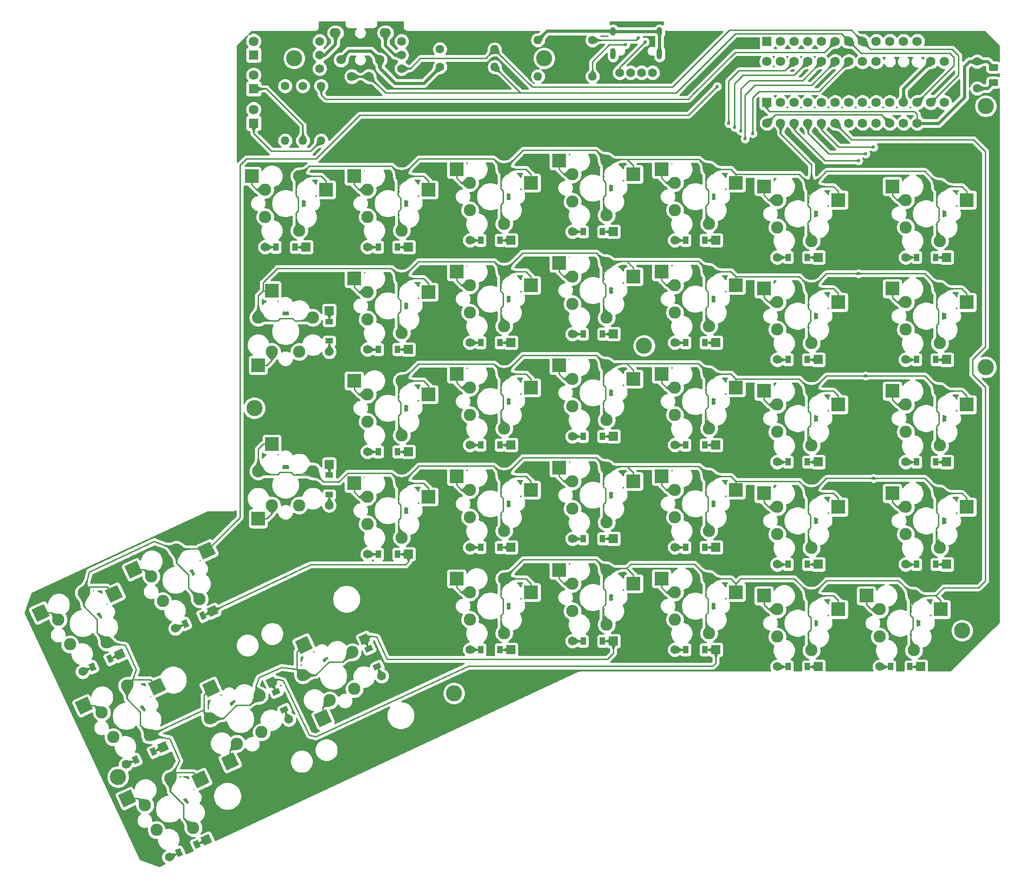
<source format=gbr>
G04 #@! TF.GenerationSoftware,KiCad,Pcbnew,(5.1.4)-1*
G04 #@! TF.CreationDate,2019-09-12T01:17:16+08:00*
G04 #@! TF.ProjectId,ErgoDoxTW,4572676f-446f-4785-9457-2e6b69636164,rev?*
G04 #@! TF.SameCoordinates,Original*
G04 #@! TF.FileFunction,Copper,L1,Top*
G04 #@! TF.FilePolarity,Positive*
%FSLAX46Y46*%
G04 Gerber Fmt 4.6, Leading zero omitted, Abs format (unit mm)*
G04 Created by KiCad (PCBNEW (5.1.4)-1) date 2019-09-12 01:17:16*
%MOMM*%
%LPD*%
G04 APERTURE LIST*
%ADD10O,1.600000X1.600000*%
%ADD11C,1.600000*%
%ADD12C,1.800000*%
%ADD13R,1.800000X1.800000*%
%ADD14R,1.000000X1.400000*%
%ADD15C,1.651000*%
%ADD16R,2.550000X2.500000*%
%ADD17C,2.286000*%
%ADD18R,1.651000X1.651000*%
%ADD19C,1.000000*%
%ADD20C,0.150000*%
%ADD21C,2.500000*%
%ADD22R,1.400000X1.000000*%
%ADD23R,2.500000X2.550000*%
%ADD24C,1.752600*%
%ADD25R,1.752600X1.752600*%
%ADD26O,2.057400X1.752600*%
%ADD27O,1.000000X2.100000*%
%ADD28O,1.000000X1.600000*%
%ADD29C,1.250000*%
%ADD30C,3.000000*%
%ADD31C,0.609600*%
%ADD32C,0.254000*%
%ADD33C,0.304800*%
%ADD34C,0.609600*%
%ADD35C,0.025400*%
G04 APERTURE END LIST*
D10*
X111273000Y-36432000D03*
D11*
X101113000Y-36432000D03*
D10*
X119325000Y-34721800D03*
D11*
X129485000Y-34721800D03*
D10*
X111280000Y-39718000D03*
D11*
X101120000Y-39718000D03*
D10*
X119325000Y-41443600D03*
D11*
X129485000Y-41443600D03*
D12*
X66465000Y-34925000D03*
D13*
X66465000Y-37465000D03*
D12*
X66465000Y-47625000D03*
D13*
X66465000Y-50165000D03*
D12*
X66465000Y-41225000D03*
D13*
X66465000Y-43765000D03*
D14*
X189720000Y-113231000D03*
X193320000Y-113231000D03*
D15*
X187710000Y-113231000D03*
D16*
X199080000Y-102563000D03*
D17*
X187710000Y-102563000D03*
X194060000Y-100023000D03*
D16*
X185230000Y-100023000D03*
D17*
X187710000Y-107643000D03*
X194060000Y-110183000D03*
D18*
X195330000Y-113231000D03*
D14*
X189720000Y-94180700D03*
X193320000Y-94180700D03*
D15*
X187710000Y-94180700D03*
D16*
X199080000Y-83512700D03*
D17*
X187710000Y-83512700D03*
X194060000Y-80972700D03*
D16*
X185230000Y-80972700D03*
D17*
X187710000Y-88592700D03*
X194060000Y-91132700D03*
D18*
X195330000Y-94180700D03*
D14*
X189720000Y-132281000D03*
X193320000Y-132281000D03*
D15*
X187710000Y-132281000D03*
D16*
X199080000Y-121613000D03*
D17*
X187710000Y-121613000D03*
X194060000Y-119073000D03*
D16*
X185230000Y-119073000D03*
D17*
X187710000Y-126693000D03*
X194060000Y-129233000D03*
D18*
X195330000Y-132281000D03*
D14*
X189720000Y-75133200D03*
X193320000Y-75133200D03*
D15*
X187710000Y-75133200D03*
D16*
X199080000Y-64465200D03*
D17*
X187710000Y-64465200D03*
X194060000Y-61925200D03*
D16*
X185230000Y-61925200D03*
D17*
X187710000Y-69545200D03*
X194060000Y-72085200D03*
D18*
X195330000Y-75133200D03*
D19*
X53766987Y-143346183D03*
D20*
G36*
X53609666Y-144191908D02*
G01*
X53018000Y-142923077D01*
X53924308Y-142500458D01*
X54515974Y-143769289D01*
X53609666Y-144191908D01*
X53609666Y-144191908D01*
G37*
D19*
X57029695Y-141824757D03*
D20*
G36*
X56872374Y-142670482D02*
G01*
X56280708Y-141401651D01*
X57187016Y-140979032D01*
X57778682Y-142247863D01*
X56872374Y-142670482D01*
X56872374Y-142670482D01*
G37*
D15*
X51945309Y-144195645D03*
D21*
X57741536Y-129721984D03*
D20*
G36*
X57114266Y-131393707D02*
G01*
X56057721Y-129127938D01*
X58368806Y-128050261D01*
X59425351Y-130316030D01*
X57114266Y-131393707D01*
X57114266Y-131393707D01*
G37*
D17*
X47436817Y-134527154D03*
X52118421Y-129541506D03*
D21*
X44115723Y-133273225D03*
D20*
G36*
X43488453Y-134944948D02*
G01*
X42431908Y-132679179D01*
X44742993Y-131601502D01*
X45799538Y-133867271D01*
X43488453Y-134944948D01*
X43488453Y-134944948D01*
G37*
D17*
X49583718Y-139131197D03*
X56412223Y-138749593D03*
D15*
X58851374Y-140975294D03*
D20*
G36*
X58452088Y-142072322D02*
G01*
X57754346Y-140576008D01*
X59250660Y-139878266D01*
X59948402Y-141374580D01*
X58452088Y-142072322D01*
X58452088Y-142072322D01*
G37*
D14*
X89640000Y-130376000D03*
X93240000Y-130376000D03*
D15*
X87630000Y-130376000D03*
D16*
X99000000Y-119708000D03*
D17*
X87630000Y-119708000D03*
X93980000Y-117168000D03*
D16*
X85150000Y-117168000D03*
D17*
X87630000Y-124788000D03*
X93980000Y-127328000D03*
D18*
X95250000Y-130376000D03*
D14*
X127740000Y-70358000D03*
X131340000Y-70358000D03*
D15*
X125730000Y-70358000D03*
D16*
X137100000Y-59690000D03*
D17*
X125730000Y-59690000D03*
X132080000Y-57150000D03*
D16*
X123250000Y-57150000D03*
D17*
X125730000Y-64770000D03*
X132080000Y-67310000D03*
D18*
X133350000Y-70358000D03*
D14*
X89640000Y-73228200D03*
X93240000Y-73228200D03*
D15*
X87630000Y-73228200D03*
D16*
X99000000Y-62560200D03*
D17*
X87630000Y-62560200D03*
X93980000Y-60020200D03*
D16*
X85150000Y-60020200D03*
D17*
X87630000Y-67640200D03*
X93980000Y-70180200D03*
D18*
X95250000Y-73228200D03*
D14*
X108690000Y-91005700D03*
X112290000Y-91005700D03*
D15*
X106680000Y-91005700D03*
D16*
X118050000Y-80337700D03*
D17*
X106680000Y-80337700D03*
X113030000Y-77797700D03*
D16*
X104200000Y-77797700D03*
D17*
X106680000Y-85417700D03*
X113030000Y-87957700D03*
D18*
X114300000Y-91005700D03*
D14*
X127740000Y-89408000D03*
X131340000Y-89408000D03*
D15*
X125730000Y-89408000D03*
D16*
X137100000Y-78740000D03*
D17*
X125730000Y-78740000D03*
X132080000Y-76200000D03*
D16*
X123250000Y-76200000D03*
D17*
X125730000Y-83820000D03*
X132080000Y-86360000D03*
D18*
X133350000Y-89408000D03*
D14*
X89640000Y-92275700D03*
X93240000Y-92275700D03*
D15*
X87630000Y-92275700D03*
D16*
X99000000Y-81607700D03*
D17*
X87630000Y-81607700D03*
X93980000Y-79067700D03*
D16*
X85150000Y-79067700D03*
D17*
X87630000Y-86687700D03*
X93980000Y-89227700D03*
D18*
X95250000Y-92275700D03*
D22*
X80518000Y-90710200D03*
X80518000Y-87110200D03*
D15*
X80518000Y-92720200D03*
D23*
X69850000Y-81350200D03*
D17*
X69850000Y-92720200D03*
X67310000Y-86370200D03*
D23*
X67310000Y-95200200D03*
D17*
X74930000Y-92720200D03*
X77470000Y-86370200D03*
D18*
X80518000Y-85100200D03*
D14*
X108690000Y-71955700D03*
X112290000Y-71955700D03*
D15*
X106680000Y-71955700D03*
D16*
X118050000Y-61287700D03*
D17*
X106680000Y-61287700D03*
X113030000Y-58747700D03*
D16*
X104200000Y-58747700D03*
D17*
X106680000Y-66367700D03*
X113030000Y-68907700D03*
D18*
X114300000Y-71955700D03*
D14*
X165840000Y-75133200D03*
X169440000Y-75133200D03*
D15*
X163830000Y-75133200D03*
D16*
X175200000Y-64465200D03*
D17*
X163830000Y-64465200D03*
X170180000Y-61925200D03*
D16*
X161350000Y-61925200D03*
D17*
X163830000Y-69545200D03*
X170180000Y-72085200D03*
D18*
X171450000Y-75133200D03*
D14*
X146790000Y-71955700D03*
X150390000Y-71955700D03*
D15*
X144780000Y-71955700D03*
D16*
X156150000Y-61287700D03*
D17*
X144780000Y-61287700D03*
X151130000Y-58747700D03*
D16*
X142300000Y-58747700D03*
D17*
X144780000Y-66367700D03*
X151130000Y-68907700D03*
D18*
X152400000Y-71955700D03*
D14*
X165840000Y-94180700D03*
X169440000Y-94180700D03*
D15*
X163830000Y-94180700D03*
D16*
X175200000Y-83512700D03*
D17*
X163830000Y-83512700D03*
X170180000Y-80972700D03*
D16*
X161350000Y-80972700D03*
D17*
X163830000Y-88592700D03*
X170180000Y-91132700D03*
D18*
X171450000Y-94180700D03*
D14*
X146790000Y-91005700D03*
X150390000Y-91005700D03*
D15*
X144780000Y-91005700D03*
D16*
X156150000Y-80337700D03*
D17*
X144780000Y-80337700D03*
X151130000Y-77797700D03*
D16*
X142300000Y-77797700D03*
D17*
X144780000Y-85417700D03*
X151130000Y-87957700D03*
D18*
X152400000Y-91005700D03*
D14*
X165840000Y-113231000D03*
X169440000Y-113231000D03*
D15*
X163830000Y-113231000D03*
D16*
X175200000Y-102563000D03*
D17*
X163830000Y-102563000D03*
X170180000Y-100023000D03*
D16*
X161350000Y-100023000D03*
D17*
X163830000Y-107643000D03*
X170180000Y-110183000D03*
D18*
X171450000Y-113231000D03*
D14*
X146790000Y-110056000D03*
X150390000Y-110056000D03*
D15*
X144780000Y-110056000D03*
D16*
X156150000Y-99388000D03*
D17*
X144780000Y-99388000D03*
X151130000Y-96848000D03*
D16*
X142300000Y-96848000D03*
D17*
X144780000Y-104468000D03*
X151130000Y-107008000D03*
D18*
X152400000Y-110056000D03*
D14*
X127740000Y-108458000D03*
X131340000Y-108458000D03*
D15*
X125730000Y-108458000D03*
D16*
X137100000Y-97790000D03*
D17*
X125730000Y-97790000D03*
X132080000Y-95250000D03*
D16*
X123250000Y-95250000D03*
D17*
X125730000Y-102870000D03*
X132080000Y-105410000D03*
D18*
X133350000Y-108458000D03*
D14*
X108690000Y-110056000D03*
X112290000Y-110056000D03*
D15*
X106680000Y-110056000D03*
D16*
X118050000Y-99388000D03*
D17*
X106680000Y-99388000D03*
X113030000Y-96848000D03*
D16*
X104200000Y-96848000D03*
D17*
X106680000Y-104468000D03*
X113030000Y-107008000D03*
D18*
X114300000Y-110056000D03*
D14*
X89640000Y-111326000D03*
X93240000Y-111326000D03*
D15*
X87630000Y-111326000D03*
D16*
X99000000Y-100658000D03*
D17*
X87630000Y-100658000D03*
X93980000Y-98118000D03*
D16*
X85150000Y-98118000D03*
D17*
X87630000Y-105738000D03*
X93980000Y-108278000D03*
D18*
X95250000Y-111326000D03*
D14*
X165840000Y-132281000D03*
X169440000Y-132281000D03*
D15*
X163830000Y-132281000D03*
D16*
X175200000Y-121613000D03*
D17*
X163830000Y-121613000D03*
X170180000Y-119073000D03*
D16*
X161350000Y-119073000D03*
D17*
X163830000Y-126693000D03*
X170180000Y-129233000D03*
D18*
X171450000Y-132281000D03*
D14*
X146790000Y-129106000D03*
X150390000Y-129106000D03*
D15*
X144780000Y-129106000D03*
D16*
X156150000Y-118438000D03*
D17*
X144780000Y-118438000D03*
X151130000Y-115898000D03*
D16*
X142300000Y-115898000D03*
D17*
X144780000Y-123518000D03*
X151130000Y-126058000D03*
D18*
X152400000Y-129106000D03*
D14*
X127740000Y-127508000D03*
X131340000Y-127508000D03*
D15*
X125730000Y-127508000D03*
D16*
X137100000Y-116840000D03*
D17*
X125730000Y-116840000D03*
X132080000Y-114300000D03*
D16*
X123250000Y-114300000D03*
D17*
X125730000Y-121920000D03*
X132080000Y-124460000D03*
D18*
X133350000Y-127508000D03*
D14*
X108690000Y-129106000D03*
X112290000Y-129106000D03*
D15*
X106680000Y-129106000D03*
D16*
X118050000Y-118438000D03*
D17*
X106680000Y-118438000D03*
X113030000Y-115898000D03*
D16*
X104200000Y-115898000D03*
D17*
X106680000Y-123518000D03*
X113030000Y-126058000D03*
D18*
X114300000Y-129106000D03*
D22*
X80518000Y-119285000D03*
X80518000Y-115685000D03*
D15*
X80518000Y-121295000D03*
D23*
X69850000Y-109925000D03*
D17*
X69850000Y-121295000D03*
X67310000Y-114945000D03*
D23*
X67310000Y-123775000D03*
D17*
X74930000Y-121295000D03*
X77470000Y-114945000D03*
D18*
X80518000Y-113675000D03*
D14*
X184890000Y-151331000D03*
X188490000Y-151331000D03*
D15*
X182880000Y-151331000D03*
D16*
X194250000Y-140663000D03*
D17*
X182880000Y-140663000D03*
X189230000Y-138123000D03*
D16*
X180400000Y-138123000D03*
D17*
X182880000Y-145743000D03*
X189230000Y-148283000D03*
D18*
X190500000Y-151331000D03*
D14*
X165840000Y-151331000D03*
X169440000Y-151331000D03*
D15*
X163830000Y-151331000D03*
D16*
X175200000Y-140663000D03*
D17*
X163830000Y-140663000D03*
X170180000Y-138123000D03*
D16*
X161350000Y-138123000D03*
D17*
X163830000Y-145743000D03*
X170180000Y-148283000D03*
D18*
X171450000Y-151331000D03*
D14*
X146790000Y-148156000D03*
X150390000Y-148156000D03*
D15*
X144780000Y-148156000D03*
D16*
X156150000Y-137488000D03*
D17*
X144780000Y-137488000D03*
X151130000Y-134948000D03*
D16*
X142300000Y-134948000D03*
D17*
X144780000Y-142568000D03*
X151130000Y-145108000D03*
D18*
X152400000Y-148156000D03*
D14*
X127740000Y-146558000D03*
X131340000Y-146558000D03*
D15*
X125730000Y-146558000D03*
D16*
X137100000Y-135890000D03*
D17*
X125730000Y-135890000D03*
X132080000Y-133350000D03*
D16*
X123250000Y-133350000D03*
D17*
X125730000Y-140970000D03*
X132080000Y-143510000D03*
D18*
X133350000Y-146558000D03*
D14*
X108690000Y-148156000D03*
X112290000Y-148156000D03*
D15*
X106680000Y-148156000D03*
D16*
X118050000Y-137488000D03*
D17*
X106680000Y-137488000D03*
X113030000Y-134948000D03*
D16*
X104200000Y-134948000D03*
D17*
X106680000Y-142568000D03*
X113030000Y-145108000D03*
D18*
X114300000Y-148156000D03*
D19*
X52603687Y-185927183D03*
D20*
G36*
X52446366Y-186772908D02*
G01*
X51854700Y-185504077D01*
X52761008Y-185081458D01*
X53352674Y-186350289D01*
X52446366Y-186772908D01*
X52446366Y-186772908D01*
G37*
D19*
X55866395Y-184405757D03*
D20*
G36*
X55709074Y-185251482D02*
G01*
X55117408Y-183982651D01*
X56023716Y-183560032D01*
X56615382Y-184828863D01*
X55709074Y-185251482D01*
X55709074Y-185251482D01*
G37*
D15*
X50782009Y-186776645D03*
D21*
X56578236Y-172302984D03*
D20*
G36*
X55950966Y-173974707D02*
G01*
X54894421Y-171708938D01*
X57205506Y-170631261D01*
X58262051Y-172897030D01*
X55950966Y-173974707D01*
X55950966Y-173974707D01*
G37*
D17*
X46273517Y-177108154D03*
X50955121Y-172122506D03*
D21*
X42952423Y-175854225D03*
D20*
G36*
X42325153Y-177525948D02*
G01*
X41268608Y-175260179D01*
X43579693Y-174182502D01*
X44636238Y-176448271D01*
X42325153Y-177525948D01*
X42325153Y-177525948D01*
G37*
D17*
X48420418Y-181712197D03*
X55248923Y-181330593D03*
D15*
X57688074Y-183556294D03*
D20*
G36*
X57288788Y-184653322D02*
G01*
X56591046Y-183157008D01*
X58087360Y-182459266D01*
X58785102Y-183955580D01*
X57288788Y-184653322D01*
X57288788Y-184653322D01*
G37*
D19*
X72165683Y-159313313D03*
D20*
G36*
X73011408Y-159470634D02*
G01*
X71742577Y-160062300D01*
X71319958Y-159155992D01*
X72588789Y-158564326D01*
X73011408Y-159470634D01*
X73011408Y-159470634D01*
G37*
D19*
X70644257Y-156050605D03*
D20*
G36*
X71489982Y-156207926D02*
G01*
X70221151Y-156799592D01*
X69798532Y-155893284D01*
X71067363Y-155301618D01*
X71489982Y-156207926D01*
X71489982Y-156207926D01*
G37*
D15*
X73015145Y-161134991D03*
D21*
X58541484Y-155338764D03*
D20*
G36*
X60213207Y-155966034D02*
G01*
X57947438Y-157022579D01*
X56869761Y-154711494D01*
X59135530Y-153654949D01*
X60213207Y-155966034D01*
X60213207Y-155966034D01*
G37*
D17*
X63346654Y-165643483D03*
X58361006Y-160961879D03*
D21*
X62092725Y-168964577D03*
D20*
G36*
X63764448Y-169591847D02*
G01*
X61498679Y-170648392D01*
X60421002Y-168337307D01*
X62686771Y-167280762D01*
X63764448Y-169591847D01*
X63764448Y-169591847D01*
G37*
D17*
X67950697Y-163496582D03*
X67569093Y-156668077D03*
D15*
X69794794Y-154228926D03*
D20*
G36*
X70891822Y-154628212D02*
G01*
X69395508Y-155325954D01*
X68697766Y-153829640D01*
X70194080Y-153131898D01*
X70891822Y-154628212D01*
X70891822Y-154628212D01*
G37*
D19*
X89430083Y-151261313D03*
D20*
G36*
X90275808Y-151418634D02*
G01*
X89006977Y-152010300D01*
X88584358Y-151103992D01*
X89853189Y-150512326D01*
X90275808Y-151418634D01*
X90275808Y-151418634D01*
G37*
D19*
X87908657Y-147998605D03*
D20*
G36*
X88754382Y-148155926D02*
G01*
X87485551Y-148747592D01*
X87062932Y-147841284D01*
X88331763Y-147249618D01*
X88754382Y-148155926D01*
X88754382Y-148155926D01*
G37*
D15*
X90279545Y-153082991D03*
D21*
X75805884Y-147286764D03*
D20*
G36*
X77477607Y-147914034D02*
G01*
X75211838Y-148970579D01*
X74134161Y-146659494D01*
X76399930Y-145602949D01*
X77477607Y-147914034D01*
X77477607Y-147914034D01*
G37*
D17*
X80611054Y-157591483D03*
X75625406Y-152909879D03*
D21*
X79357125Y-160912577D03*
D20*
G36*
X81028848Y-161539847D02*
G01*
X78763079Y-162596392D01*
X77685402Y-160285307D01*
X79951171Y-159228762D01*
X81028848Y-161539847D01*
X81028848Y-161539847D01*
G37*
D17*
X85215097Y-155444582D03*
X84833493Y-148616077D03*
D15*
X87059194Y-146176926D03*
D20*
G36*
X88156222Y-146576212D02*
G01*
X86659908Y-147273954D01*
X85962166Y-145777640D01*
X87458480Y-145079898D01*
X88156222Y-146576212D01*
X88156222Y-146576212D01*
G37*
D19*
X44551887Y-168660183D03*
D20*
G36*
X44394566Y-169505908D02*
G01*
X43802900Y-168237077D01*
X44709208Y-167814458D01*
X45300874Y-169083289D01*
X44394566Y-169505908D01*
X44394566Y-169505908D01*
G37*
D19*
X47814595Y-167138757D03*
D20*
G36*
X47657274Y-167984482D02*
G01*
X47065608Y-166715651D01*
X47971916Y-166293032D01*
X48563582Y-167561863D01*
X47657274Y-167984482D01*
X47657274Y-167984482D01*
G37*
D15*
X42730209Y-169509645D03*
D21*
X48526436Y-155035984D03*
D20*
G36*
X47899166Y-156707707D02*
G01*
X46842621Y-154441938D01*
X49153706Y-153364261D01*
X50210251Y-155630030D01*
X47899166Y-156707707D01*
X47899166Y-156707707D01*
G37*
D17*
X38221717Y-159841154D03*
X42903321Y-154855506D03*
D21*
X34900623Y-158587225D03*
D20*
G36*
X34273353Y-160258948D02*
G01*
X33216808Y-157993179D01*
X35527893Y-156915502D01*
X36584438Y-159181271D01*
X34273353Y-160258948D01*
X34273353Y-160258948D01*
G37*
D17*
X40368618Y-164445197D03*
X47197123Y-164063593D03*
D15*
X49636274Y-166289294D03*
D20*
G36*
X49236988Y-167386322D02*
G01*
X48539246Y-165890008D01*
X50035560Y-165192266D01*
X50733302Y-166688580D01*
X49236988Y-167386322D01*
X49236988Y-167386322D01*
G37*
D19*
X36502587Y-151396183D03*
D20*
G36*
X36345266Y-152241908D02*
G01*
X35753600Y-150973077D01*
X36659908Y-150550458D01*
X37251574Y-151819289D01*
X36345266Y-152241908D01*
X36345266Y-152241908D01*
G37*
D19*
X39765295Y-149874757D03*
D20*
G36*
X39607974Y-150720482D02*
G01*
X39016308Y-149451651D01*
X39922616Y-149029032D01*
X40514282Y-150297863D01*
X39607974Y-150720482D01*
X39607974Y-150720482D01*
G37*
D15*
X34680909Y-152245645D03*
D21*
X40477136Y-137771984D03*
D20*
G36*
X39849866Y-139443707D02*
G01*
X38793321Y-137177938D01*
X41104406Y-136100261D01*
X42160951Y-138366030D01*
X39849866Y-139443707D01*
X39849866Y-139443707D01*
G37*
D17*
X30172417Y-142577154D03*
X34854021Y-137591506D03*
D21*
X26851323Y-141323225D03*
D20*
G36*
X26224053Y-142994948D02*
G01*
X25167508Y-140729179D01*
X27478593Y-139651502D01*
X28535138Y-141917271D01*
X26224053Y-142994948D01*
X26224053Y-142994948D01*
G37*
D17*
X32319318Y-147181197D03*
X39147823Y-146799593D03*
D15*
X41586974Y-149025294D03*
D20*
G36*
X41187688Y-150122322D02*
G01*
X40489946Y-148626008D01*
X41986260Y-147928266D01*
X42684002Y-149424580D01*
X41187688Y-150122322D01*
X41187688Y-150122322D01*
G37*
D14*
X70590000Y-73228200D03*
X74190000Y-73228200D03*
D15*
X68580000Y-73228200D03*
D16*
X79950000Y-62560200D03*
D17*
X68580000Y-62560200D03*
X74930000Y-60020200D03*
D16*
X66100000Y-60020200D03*
D17*
X68580000Y-67640200D03*
X74930000Y-70180200D03*
D18*
X76200000Y-73228200D03*
D24*
X161910000Y-38710000D03*
X164450000Y-38710000D03*
X166990000Y-38710000D03*
X169530000Y-38710000D03*
X172070000Y-38710000D03*
X174610000Y-38710000D03*
X177150000Y-38710000D03*
X179690000Y-38710000D03*
X182230000Y-38710000D03*
X192390000Y-38710000D03*
X194930000Y-38710000D03*
D25*
X161910000Y-46330000D03*
D24*
X194930000Y-46330000D03*
X192390000Y-46330000D03*
X189850000Y-46330000D03*
X187310000Y-46330000D03*
X184770000Y-46330000D03*
X182230000Y-46330000D03*
X179690000Y-46330000D03*
X177150000Y-46330000D03*
X174610000Y-46330000D03*
X172070000Y-46330000D03*
X169530000Y-46330000D03*
X166990000Y-46330000D03*
X164450000Y-46330000D03*
X89916000Y-38379400D03*
X84709000Y-41478200D03*
D26*
X81661000Y-33375600D03*
D24*
X87909400Y-41478200D03*
X82702400Y-38379400D03*
D26*
X90957400Y-33375600D03*
D15*
X93980000Y-34925000D03*
X93980000Y-37465000D03*
X93980000Y-40005000D03*
X78740000Y-34925000D03*
X78740000Y-37465000D03*
X78740000Y-40005000D03*
D25*
X161925000Y-34925000D03*
D24*
X164465000Y-34925000D03*
X167005000Y-34925000D03*
X169545000Y-34925000D03*
X172085000Y-34925000D03*
X174625000Y-34925000D03*
X177165000Y-34925000D03*
X179705000Y-34925000D03*
X182245000Y-34925000D03*
X184785000Y-34925000D03*
X187325000Y-34925000D03*
X189865000Y-34925000D03*
X189865000Y-50165000D03*
X187325000Y-50165000D03*
X184785000Y-50165000D03*
X182245000Y-50165000D03*
X179705000Y-50165000D03*
X177165000Y-50165000D03*
X174625000Y-50165000D03*
X167005000Y-50165000D03*
X164465000Y-50165000D03*
X161925000Y-50165000D03*
X172085000Y-50165000D03*
X169545000Y-50165000D03*
D15*
X140636800Y-40769500D03*
X138611400Y-40769500D03*
X136586000Y-40769500D03*
X134535200Y-40769500D03*
D27*
X133294600Y-37275200D03*
X141934600Y-37275200D03*
D28*
X133294600Y-33095200D03*
X141934600Y-33095200D03*
D11*
X201002900Y-38709600D03*
X201002900Y-43709600D03*
D20*
G36*
X204700404Y-39178004D02*
G01*
X204724673Y-39181604D01*
X204748471Y-39187565D01*
X204771571Y-39195830D01*
X204793749Y-39206320D01*
X204814793Y-39218933D01*
X204834498Y-39233547D01*
X204852677Y-39250023D01*
X204869153Y-39268202D01*
X204883767Y-39287907D01*
X204896380Y-39308951D01*
X204906870Y-39331129D01*
X204915135Y-39354229D01*
X204921096Y-39378027D01*
X204924696Y-39402296D01*
X204925900Y-39426800D01*
X204925900Y-40176800D01*
X204924696Y-40201304D01*
X204921096Y-40225573D01*
X204915135Y-40249371D01*
X204906870Y-40272471D01*
X204896380Y-40294649D01*
X204883767Y-40315693D01*
X204869153Y-40335398D01*
X204852677Y-40353577D01*
X204834498Y-40370053D01*
X204814793Y-40384667D01*
X204793749Y-40397280D01*
X204771571Y-40407770D01*
X204748471Y-40416035D01*
X204724673Y-40421996D01*
X204700404Y-40425596D01*
X204675900Y-40426800D01*
X203425900Y-40426800D01*
X203401396Y-40425596D01*
X203377127Y-40421996D01*
X203353329Y-40416035D01*
X203330229Y-40407770D01*
X203308051Y-40397280D01*
X203287007Y-40384667D01*
X203267302Y-40370053D01*
X203249123Y-40353577D01*
X203232647Y-40335398D01*
X203218033Y-40315693D01*
X203205420Y-40294649D01*
X203194930Y-40272471D01*
X203186665Y-40249371D01*
X203180704Y-40225573D01*
X203177104Y-40201304D01*
X203175900Y-40176800D01*
X203175900Y-39426800D01*
X203177104Y-39402296D01*
X203180704Y-39378027D01*
X203186665Y-39354229D01*
X203194930Y-39331129D01*
X203205420Y-39308951D01*
X203218033Y-39287907D01*
X203232647Y-39268202D01*
X203249123Y-39250023D01*
X203267302Y-39233547D01*
X203287007Y-39218933D01*
X203308051Y-39206320D01*
X203330229Y-39195830D01*
X203353329Y-39187565D01*
X203377127Y-39181604D01*
X203401396Y-39178004D01*
X203425900Y-39176800D01*
X204675900Y-39176800D01*
X204700404Y-39178004D01*
X204700404Y-39178004D01*
G37*
D29*
X204050900Y-39801800D03*
D20*
G36*
X204700404Y-41978004D02*
G01*
X204724673Y-41981604D01*
X204748471Y-41987565D01*
X204771571Y-41995830D01*
X204793749Y-42006320D01*
X204814793Y-42018933D01*
X204834498Y-42033547D01*
X204852677Y-42050023D01*
X204869153Y-42068202D01*
X204883767Y-42087907D01*
X204896380Y-42108951D01*
X204906870Y-42131129D01*
X204915135Y-42154229D01*
X204921096Y-42178027D01*
X204924696Y-42202296D01*
X204925900Y-42226800D01*
X204925900Y-42976800D01*
X204924696Y-43001304D01*
X204921096Y-43025573D01*
X204915135Y-43049371D01*
X204906870Y-43072471D01*
X204896380Y-43094649D01*
X204883767Y-43115693D01*
X204869153Y-43135398D01*
X204852677Y-43153577D01*
X204834498Y-43170053D01*
X204814793Y-43184667D01*
X204793749Y-43197280D01*
X204771571Y-43207770D01*
X204748471Y-43216035D01*
X204724673Y-43221996D01*
X204700404Y-43225596D01*
X204675900Y-43226800D01*
X203425900Y-43226800D01*
X203401396Y-43225596D01*
X203377127Y-43221996D01*
X203353329Y-43216035D01*
X203330229Y-43207770D01*
X203308051Y-43197280D01*
X203287007Y-43184667D01*
X203267302Y-43170053D01*
X203249123Y-43153577D01*
X203232647Y-43135398D01*
X203218033Y-43115693D01*
X203205420Y-43094649D01*
X203194930Y-43072471D01*
X203186665Y-43049371D01*
X203180704Y-43025573D01*
X203177104Y-43001304D01*
X203175900Y-42976800D01*
X203175900Y-42226800D01*
X203177104Y-42202296D01*
X203180704Y-42178027D01*
X203186665Y-42154229D01*
X203194930Y-42131129D01*
X203205420Y-42108951D01*
X203218033Y-42087907D01*
X203232647Y-42068202D01*
X203249123Y-42050023D01*
X203267302Y-42033547D01*
X203287007Y-42018933D01*
X203308051Y-42006320D01*
X203330229Y-41995830D01*
X203353329Y-41987565D01*
X203377127Y-41981604D01*
X203401396Y-41978004D01*
X203425900Y-41976800D01*
X204675900Y-41976800D01*
X204700404Y-41978004D01*
X204700404Y-41978004D01*
G37*
D29*
X204050900Y-42601800D03*
D10*
X72317381Y-53416381D03*
D11*
X72317381Y-43256381D03*
D10*
X75618340Y-53417340D03*
D11*
X75618340Y-43257340D03*
D10*
X79016000Y-53415000D03*
D11*
X79016000Y-43255000D03*
D30*
X139065000Y-91603600D03*
X41232000Y-171844000D03*
X103712000Y-156284000D03*
X198200000Y-144600000D03*
X202600000Y-95600000D03*
X66600000Y-103200000D03*
X202600000Y-47000000D03*
X120500000Y-38100000D03*
X74000000Y-38100000D03*
D31*
X157848000Y-53073300D03*
X159271000Y-52103000D03*
X157036000Y-51617900D03*
X155918000Y-50932100D03*
X154800000Y-50190400D03*
X152667000Y-43332400D03*
X181742000Y-54622700D03*
X181744000Y-116274000D03*
X180269000Y-55862200D03*
X180269000Y-97210900D03*
X178963000Y-57150000D03*
X178943000Y-78173600D03*
X139259600Y-35052000D03*
X138020600Y-34290000D03*
X135607600Y-35580310D03*
D32*
X188190000Y-151331000D02*
X190500000Y-151331000D01*
X193020000Y-132281000D02*
X195330000Y-132281000D01*
X193020000Y-113231000D02*
X195330000Y-113231000D01*
X193020000Y-94180700D02*
X195330000Y-94180700D01*
X193020000Y-75133200D02*
X195330000Y-75133200D01*
X169140000Y-132281000D02*
X171450000Y-132281000D01*
X169140000Y-151331000D02*
X171450000Y-151331000D01*
X169140000Y-113231000D02*
X171450000Y-113231000D01*
X169140000Y-94180700D02*
X171450000Y-94180700D01*
X169140000Y-75133200D02*
X171450000Y-75133200D01*
X55594503Y-184532542D02*
X57688074Y-183556294D01*
X174610000Y-38710000D02*
X170267000Y-43053000D01*
X170267000Y-43053000D02*
X159715000Y-43053000D01*
X159715000Y-43053000D02*
X157848000Y-44919700D01*
X157848000Y-44919700D02*
X157848000Y-53073300D01*
X131040000Y-146558000D02*
X133350000Y-146558000D01*
X131040000Y-127508000D02*
X133350000Y-127508000D01*
X131040000Y-108458000D02*
X133350000Y-108458000D01*
X131040000Y-89408000D02*
X133350000Y-89408000D01*
X131040000Y-70358000D02*
X133350000Y-70358000D01*
X87059194Y-146176926D02*
X88035442Y-148270497D01*
X133350000Y-148831300D02*
X133350000Y-146558000D01*
X91236800Y-149936200D02*
X132245100Y-149936200D01*
X132245100Y-149936200D02*
X133350000Y-148831300D01*
X87059194Y-146176926D02*
X88244163Y-145622763D01*
X91236800Y-149936200D02*
X89357200Y-145808700D01*
X89357200Y-145808700D02*
X88244163Y-145622763D01*
X177150000Y-38710000D02*
X171600000Y-44259500D01*
X171600000Y-44259500D02*
X160439000Y-44259500D01*
X160439000Y-44259500D02*
X159271000Y-45427900D01*
X159271000Y-45427900D02*
X159271000Y-52103000D01*
X150090000Y-148156000D02*
X152400000Y-148156000D01*
X150090000Y-129106000D02*
X152400000Y-129106000D01*
X150090000Y-110056000D02*
X152400000Y-110056000D01*
X150090000Y-91005700D02*
X152400000Y-91005700D01*
X150090000Y-71955700D02*
X152400000Y-71955700D01*
X70771042Y-156322497D02*
X69794794Y-154228926D01*
X152400000Y-150660100D02*
X152400000Y-148156000D01*
X151853900Y-151206200D02*
X152400000Y-150660100D01*
X149186900Y-151206200D02*
X151853900Y-151206200D01*
X71018400Y-153670000D02*
X71932800Y-153936700D01*
X69794794Y-154228926D02*
X71018400Y-153670000D01*
X71932800Y-153936700D02*
X76809197Y-164046303D01*
X76809197Y-164046303D02*
X78079600Y-164325300D01*
X78079600Y-164325300D02*
X106393749Y-151174951D01*
X106393749Y-151174951D02*
X149186900Y-151206200D01*
X172070000Y-38710000D02*
X168578000Y-42202100D01*
X168578000Y-42202100D02*
X158636000Y-42202100D01*
X158636000Y-42202100D02*
X157036000Y-43802300D01*
X157036000Y-43802300D02*
X157036000Y-51617900D01*
X111990000Y-71955700D02*
X114300000Y-71955700D01*
X111990000Y-91005700D02*
X114300000Y-91005700D01*
X111990000Y-110056000D02*
X114300000Y-110056000D01*
X111990000Y-129106000D02*
X114300000Y-129106000D01*
X111990000Y-148156000D02*
X114300000Y-148156000D01*
X47542703Y-167265542D02*
X49636274Y-166289294D01*
X169530000Y-38710000D02*
X166990000Y-41249600D01*
X166990000Y-41249600D02*
X157510000Y-41249600D01*
X157510000Y-41249600D02*
X155918000Y-42841600D01*
X155918000Y-42841600D02*
X155918000Y-50932100D01*
X92940000Y-92275700D02*
X95250000Y-92275700D01*
X92940000Y-73228200D02*
X95250000Y-73228200D01*
X92940000Y-111326000D02*
X95250000Y-111326000D01*
X92940000Y-130376000D02*
X95250000Y-130376000D01*
X94703900Y-132346700D02*
X95250000Y-131800600D01*
X95250000Y-131800600D02*
X95250000Y-130376000D01*
X56757803Y-141951542D02*
X58851374Y-140975294D01*
X58851374Y-140975294D02*
X77063600Y-132346700D01*
X77063600Y-132346700D02*
X94703900Y-132346700D01*
X166990000Y-38710000D02*
X165314000Y-40386000D01*
X165314000Y-40386000D02*
X156705000Y-40386000D01*
X156705000Y-40386000D02*
X154800000Y-42291000D01*
X154800000Y-42291000D02*
X154800000Y-50190400D01*
X73890000Y-73228200D02*
X76200000Y-73228200D01*
X80518000Y-87410200D02*
X80518000Y-85100200D01*
X80518000Y-113675000D02*
X80518000Y-115985000D01*
X39493403Y-150001542D02*
X41586974Y-149025294D01*
X174625000Y-34925000D02*
X174663000Y-34963200D01*
X174663000Y-34963200D02*
X174676000Y-34950400D01*
X172643800Y-36982400D02*
X174663000Y-34963200D01*
X156028800Y-36982400D02*
X172643800Y-36982400D01*
X79016000Y-44853000D02*
X79832200Y-45669200D01*
X79832200Y-45669200D02*
X147342000Y-45669200D01*
X147342000Y-45669200D02*
X148209000Y-44802000D01*
X148209000Y-44802000D02*
X148209200Y-44802000D01*
X148209200Y-44802000D02*
X156028800Y-36982400D01*
X79016000Y-44853000D02*
X79016000Y-43255000D01*
X50955100Y-172122500D02*
X50955100Y-174574000D01*
X50955100Y-174574000D02*
X53445200Y-177064000D01*
X53445200Y-177064000D02*
X53445200Y-179527000D01*
X53445200Y-179527000D02*
X55248900Y-181331000D01*
X50955100Y-172122000D02*
X50955100Y-172122500D01*
X42903300Y-154856000D02*
X42903300Y-154855500D01*
X50960500Y-172062000D02*
X50957900Y-172060000D01*
X50957900Y-172060000D02*
X50955100Y-172122000D01*
X50955100Y-172122000D02*
X50960500Y-172117000D01*
X50960500Y-172117000D02*
X50960500Y-172062000D01*
X75537700Y-152907000D02*
X75625400Y-152910000D01*
X75580100Y-152865000D02*
X75537700Y-152907000D01*
X75625400Y-152910000D02*
X78026100Y-152910000D01*
X78026100Y-152910000D02*
X80516200Y-150420000D01*
X80516200Y-150420000D02*
X83029800Y-150420000D01*
X83029800Y-150420000D02*
X84833500Y-148616000D01*
X75625400Y-152910000D02*
X75580100Y-152865000D01*
X51773500Y-129197000D02*
X52118400Y-129542000D01*
X52118400Y-129542000D02*
X52118400Y-132015000D01*
X52118400Y-132015000D02*
X54338500Y-134235000D01*
X54338500Y-134235000D02*
X54338500Y-136676000D01*
X54338500Y-136676000D02*
X56412200Y-138750000D01*
X42903300Y-154856000D02*
X42903300Y-157329000D01*
X42903300Y-157329000D02*
X45393400Y-159819000D01*
X45393400Y-159819000D02*
X45393400Y-162260000D01*
X45393400Y-162260000D02*
X47197100Y-164064000D01*
X52118400Y-129542000D02*
X52292600Y-129367000D01*
X52292600Y-129367000D02*
X57386800Y-129367000D01*
X57386800Y-129367000D02*
X57741500Y-129722000D01*
X47197100Y-164064000D02*
X46370200Y-164891000D01*
X50728000Y-172122000D02*
X50955100Y-172122000D01*
X34854021Y-137591506D02*
X35928300Y-133642100D01*
X35928300Y-133642100D02*
X47942500Y-127990600D01*
X47942500Y-127990600D02*
X52118421Y-129541506D01*
X47262000Y-153771600D02*
X48526400Y-155036000D01*
X42903300Y-154856000D02*
X43987700Y-153771600D01*
X43987700Y-153771600D02*
X47262000Y-153771600D01*
X39204700Y-136499600D02*
X40477100Y-137772000D01*
X35946400Y-136499600D02*
X39204700Y-136499600D01*
X34854000Y-137592000D02*
X35946400Y-136499600D01*
X34854000Y-140065000D02*
X34854000Y-137592000D01*
X37344100Y-142555000D02*
X34854000Y-140065000D01*
X39147800Y-146800000D02*
X37344100Y-144996000D01*
X37344100Y-144996000D02*
X37344100Y-142555000D01*
X52017000Y-171005500D02*
X50960500Y-172062000D01*
X56578200Y-172303000D02*
X55280700Y-171005500D01*
X55280700Y-171005500D02*
X52017000Y-171005500D01*
X74510900Y-148582000D02*
X75805900Y-147287000D01*
X75580100Y-152865000D02*
X74510900Y-151795800D01*
X74510900Y-151795800D02*
X74510900Y-148582000D01*
X65765400Y-158472000D02*
X67578100Y-156659000D01*
X58541500Y-155339000D02*
X57218000Y-156662000D01*
X57218000Y-159819000D02*
X58361000Y-160962000D01*
X58361000Y-160962000D02*
X60822800Y-160962000D01*
X60822800Y-160962000D02*
X63312900Y-158472000D01*
X63312900Y-158472000D02*
X65765400Y-158472000D01*
X67569093Y-156668077D02*
X66865500Y-154940000D01*
X66865500Y-154940000D02*
X67462400Y-153327100D01*
X67462400Y-153327100D02*
X71602600Y-151422100D01*
X71602600Y-151422100D02*
X74510900Y-151795800D01*
X47197123Y-164063593D02*
X57218000Y-159342400D01*
X57218000Y-156662000D02*
X57218000Y-159342400D01*
X57218000Y-159342400D02*
X57218000Y-159819000D01*
X50955121Y-172122506D02*
X52705000Y-168808400D01*
X52705000Y-168808400D02*
X50927000Y-164769800D01*
X50927000Y-164769800D02*
X47197123Y-164063593D01*
X39147823Y-146799593D02*
X42595800Y-147345400D01*
X42595800Y-147345400D02*
X44653200Y-151866600D01*
X44653200Y-151866600D02*
X43987700Y-153771600D01*
X63893700Y-123569820D02*
X57741536Y-129721984D01*
X147333000Y-48666400D02*
X86207600Y-48666400D01*
X152667000Y-43332400D02*
X147333000Y-48666400D01*
X86207600Y-48666400D02*
X78105000Y-56769000D01*
X78105000Y-56769000D02*
X65151000Y-56769000D01*
X65151000Y-56769000D02*
X63893700Y-58026300D01*
X63893700Y-58026300D02*
X63893700Y-123569820D01*
X194250000Y-140663000D02*
X194250000Y-139031700D01*
X189230000Y-138123000D02*
X193341300Y-138123000D01*
X193341300Y-138123000D02*
X194250000Y-139031700D01*
X113030000Y-134948000D02*
X117141000Y-134948000D01*
X117141000Y-134948000D02*
X118050000Y-135857000D01*
X118050000Y-135857000D02*
X118050000Y-137488000D01*
X113030000Y-134948000D02*
X112419000Y-135559000D01*
X112419000Y-135559000D02*
X112419000Y-138318000D01*
X112419000Y-138318000D02*
X112868000Y-138767000D01*
X112868000Y-138767000D02*
X112868000Y-141340000D01*
X112868000Y-141340000D02*
X112419000Y-141789000D01*
X112419000Y-141789000D02*
X112419000Y-144497000D01*
X112419000Y-144497000D02*
X113030000Y-145108000D01*
X113030000Y-134948000D02*
X116558000Y-131420000D01*
X116558000Y-131420000D02*
X130150000Y-131420000D01*
X130150000Y-131420000D02*
X132080000Y-133350000D01*
X156150000Y-137488000D02*
X156150000Y-135857000D01*
X170180000Y-138123000D02*
X169569000Y-138734000D01*
X169569000Y-138734000D02*
X169569000Y-141695000D01*
X169569000Y-141695000D02*
X170077000Y-142203000D01*
X170077000Y-142203000D02*
X170077000Y-144456000D01*
X170077000Y-144456000D02*
X169569000Y-144964000D01*
X169569000Y-144964000D02*
X169569000Y-147672000D01*
X169569000Y-147672000D02*
X170180000Y-148283000D01*
X151130000Y-145108000D02*
X150519000Y-144497000D01*
X150519000Y-144497000D02*
X150519000Y-141685000D01*
X150519000Y-141685000D02*
X151009000Y-141195000D01*
X151009000Y-141195000D02*
X151009000Y-138758000D01*
X151009000Y-138758000D02*
X150519000Y-138267000D01*
X150519000Y-138267000D02*
X150519000Y-135559000D01*
X150519000Y-135559000D02*
X151130000Y-134948000D01*
X132080000Y-133350000D02*
X131469000Y-133961000D01*
X131469000Y-133961000D02*
X131469000Y-136694000D01*
X131469000Y-136694000D02*
X131918000Y-137143000D01*
X131918000Y-137143000D02*
X131918000Y-139742000D01*
X131918000Y-139742000D02*
X131448000Y-140212000D01*
X131448000Y-140212000D02*
X131448000Y-142878000D01*
X131448000Y-142878000D02*
X132080000Y-143510000D01*
X170180000Y-138123000D02*
X174291000Y-138123000D01*
X174291000Y-138123000D02*
X175200000Y-139032000D01*
X175200000Y-139032000D02*
X175200000Y-140663000D01*
X151130000Y-134948000D02*
X155241000Y-134948000D01*
X155241000Y-134948000D02*
X156150000Y-135857000D01*
X189230000Y-138123000D02*
X189230000Y-138125000D01*
X189230000Y-138125000D02*
X188600000Y-138755000D01*
X188600000Y-138755000D02*
X188600000Y-141754000D01*
X188600000Y-141754000D02*
X189065000Y-142219000D01*
X189065000Y-142219000D02*
X189065000Y-144241000D01*
X189065000Y-144241000D02*
X188604000Y-144703000D01*
X188604000Y-144703000D02*
X188604000Y-147657000D01*
X188604000Y-147657000D02*
X189230000Y-148283000D01*
X137100000Y-135890000D02*
X137100000Y-134259000D01*
X137100000Y-134259000D02*
X135848000Y-133007000D01*
X135848000Y-133007000D02*
X132423000Y-133007000D01*
X132423000Y-133007000D02*
X132080000Y-133350000D01*
X194863300Y-136601000D02*
X193341300Y-138123000D01*
X202554840Y-135332840D02*
X201286680Y-136601000D01*
X201286680Y-136601000D02*
X194863300Y-136601000D01*
X202554840Y-99331780D02*
X202554840Y-135332840D01*
X200139300Y-96916240D02*
X202554840Y-99331780D01*
X177676000Y-53215500D02*
X200332300Y-53215500D01*
X174625000Y-50165000D02*
X177676000Y-53215500D01*
X200332300Y-53215500D02*
X202554840Y-55438040D01*
X202554840Y-55438040D02*
X202554840Y-91765120D01*
X202554840Y-91765120D02*
X200139300Y-94180660D01*
X200139300Y-94180660D02*
X200139300Y-96916240D01*
X186387400Y-135280400D02*
X189230000Y-138123000D01*
X170180000Y-138123000D02*
X173022600Y-135280400D01*
X173022600Y-135280400D02*
X186387400Y-135280400D01*
X156150000Y-135857000D02*
X157056800Y-134950200D01*
X167007200Y-134950200D02*
X170180000Y-138123000D01*
X157056800Y-134950200D02*
X167007200Y-134950200D01*
X136648000Y-132207000D02*
X135848000Y-133007000D01*
X151130000Y-134948000D02*
X148389000Y-132207000D01*
X148389000Y-132207000D02*
X136648000Y-132207000D01*
X135888000Y-113997000D02*
X137100000Y-115209000D01*
X137100000Y-115209000D02*
X137100000Y-116840000D01*
X132383000Y-113997000D02*
X135888000Y-113997000D01*
X132080000Y-114300000D02*
X132383000Y-113997000D01*
X170180000Y-119073000D02*
X172979000Y-116274000D01*
X172979000Y-116274000D02*
X181744000Y-116274000D01*
X170180000Y-119073000D02*
X174291000Y-119073000D01*
X174291000Y-119073000D02*
X175200000Y-119982000D01*
X175200000Y-119982000D02*
X175200000Y-121613000D01*
X194056000Y-119073000D02*
X193445000Y-119684000D01*
X193445000Y-119684000D02*
X193445000Y-122614000D01*
X193445000Y-122614000D02*
X193835000Y-123004000D01*
X193835000Y-123004000D02*
X193835000Y-125200000D01*
X193835000Y-125200000D02*
X193426000Y-125609000D01*
X193426000Y-125609000D02*
X193426000Y-128603000D01*
X193426000Y-128603000D02*
X194056000Y-129233000D01*
X170180000Y-119073000D02*
X169569000Y-119684000D01*
X169569000Y-119684000D02*
X169569000Y-122723000D01*
X169569000Y-122723000D02*
X170015000Y-123169000D01*
X170015000Y-123169000D02*
X170015000Y-125467000D01*
X170015000Y-125467000D02*
X169569000Y-125914000D01*
X169569000Y-125914000D02*
X169569000Y-128622000D01*
X169569000Y-128622000D02*
X170180000Y-129233000D01*
X156150000Y-118438000D02*
X156150000Y-116807000D01*
X151130000Y-115898000D02*
X150519000Y-116509000D01*
X150519000Y-116509000D02*
X150519000Y-119352000D01*
X150519000Y-119352000D02*
X150978000Y-119811000D01*
X150978000Y-119811000D02*
X150978000Y-122279000D01*
X150978000Y-122279000D02*
X150519000Y-122739000D01*
X150519000Y-122739000D02*
X150519000Y-125447000D01*
X150519000Y-125447000D02*
X151130000Y-126058000D01*
X132080000Y-114300000D02*
X131469000Y-114911000D01*
X131469000Y-114911000D02*
X131469000Y-117799000D01*
X131469000Y-117799000D02*
X131920000Y-118250000D01*
X131920000Y-118250000D02*
X131920000Y-120689000D01*
X131920000Y-120689000D02*
X131469000Y-121141000D01*
X131469000Y-121141000D02*
X131469000Y-123849000D01*
X131469000Y-123849000D02*
X132080000Y-124460000D01*
X113030000Y-115898000D02*
X117141000Y-115898000D01*
X117141000Y-115898000D02*
X118050000Y-116807000D01*
X118050000Y-116807000D02*
X118050000Y-118438000D01*
X113030000Y-115898000D02*
X112419000Y-116509000D01*
X112419000Y-116509000D02*
X112419000Y-119540000D01*
X112419000Y-119540000D02*
X112894000Y-120016000D01*
X112894000Y-120016000D02*
X112894000Y-122263000D01*
X112894000Y-122263000D02*
X112419000Y-122739000D01*
X112419000Y-122739000D02*
X112419000Y-125447000D01*
X112419000Y-125447000D02*
X113030000Y-126058000D01*
X113030000Y-115898000D02*
X116530000Y-112398000D01*
X116530000Y-112398000D02*
X130178000Y-112398000D01*
X130178000Y-112398000D02*
X132080000Y-114300000D01*
X93980000Y-117168000D02*
X98091300Y-117168000D01*
X98091300Y-117168000D02*
X99000000Y-118077000D01*
X99000000Y-118077000D02*
X99000000Y-119708000D01*
X93980000Y-117168000D02*
X97164500Y-113984000D01*
X97164500Y-113984000D02*
X111116000Y-113984000D01*
X111116000Y-113984000D02*
X113030000Y-115898000D01*
X93980000Y-117168000D02*
X93368700Y-117779000D01*
X93368700Y-117779000D02*
X93368700Y-120818000D01*
X93368700Y-120818000D02*
X93815200Y-121264000D01*
X93815200Y-121264000D02*
X93815200Y-123562000D01*
X93815200Y-123562000D02*
X93368700Y-124009000D01*
X93368700Y-124009000D02*
X93368700Y-126717000D01*
X93368700Y-126717000D02*
X93980000Y-127328000D01*
X67310000Y-114945000D02*
X67310000Y-110834000D01*
X67310000Y-110834000D02*
X68218700Y-109925000D01*
X68218700Y-109925000D02*
X69850000Y-109925000D01*
X172085000Y-50165000D02*
X172085000Y-51404300D01*
X172085000Y-51404300D02*
X175303000Y-54622700D01*
X175303000Y-54622700D02*
X181742000Y-54622700D01*
X194056000Y-119075000D02*
X194058000Y-119075000D01*
X194058000Y-119075000D02*
X194056000Y-119073000D01*
X181744000Y-116274000D02*
X191257000Y-116274000D01*
X191257000Y-116274000D02*
X194056000Y-119073000D01*
X132383000Y-113997000D02*
X135888000Y-113997000D01*
X135888000Y-113997000D02*
X149229000Y-113997000D01*
X149229000Y-113997000D02*
X151130000Y-115898000D01*
X151130000Y-115898000D02*
X155241000Y-115898000D01*
X155241000Y-115898000D02*
X156150000Y-116807000D01*
X156150000Y-116807000D02*
X167914000Y-116807000D01*
X167914000Y-116807000D02*
X170180000Y-119073000D01*
X67310000Y-114945000D02*
X67926600Y-115562000D01*
X67926600Y-115562000D02*
X70954400Y-115562000D01*
X70954400Y-115562000D02*
X71406200Y-115110000D01*
X71406200Y-115110000D02*
X73425600Y-115110000D01*
X73425600Y-115110000D02*
X73921200Y-115605000D01*
X73921200Y-115605000D02*
X76809600Y-115605000D01*
X76809600Y-115605000D02*
X77470000Y-114945000D01*
X77470000Y-114945000D02*
X79435900Y-116911000D01*
X79435900Y-116911000D02*
X82342900Y-116911000D01*
X82342900Y-116911000D02*
X83967100Y-115287000D01*
X83967100Y-115287000D02*
X92098700Y-115287000D01*
X92098700Y-115287000D02*
X93980000Y-117168000D01*
X194060000Y-119073000D02*
X198171000Y-119073000D01*
X198171000Y-119073000D02*
X199080000Y-119982000D01*
X199080000Y-119982000D02*
X199080000Y-121613000D01*
X151130000Y-96848000D02*
X150519000Y-97459300D01*
X150519000Y-97459300D02*
X150519000Y-100498000D01*
X150519000Y-100498000D02*
X150965000Y-100944000D01*
X150965000Y-100944000D02*
X150965000Y-103024000D01*
X150965000Y-103024000D02*
X150498000Y-103491000D01*
X150498000Y-103491000D02*
X150498000Y-106376000D01*
X150498000Y-106376000D02*
X151130000Y-107008000D01*
X135866000Y-94925000D02*
X149207000Y-94925000D01*
X149207000Y-94925000D02*
X151130000Y-96848000D01*
X132405000Y-94925000D02*
X135866000Y-94925000D01*
X132080000Y-95250000D02*
X132405000Y-94925000D01*
X93980000Y-98118000D02*
X98091300Y-98118000D01*
X98091300Y-98118000D02*
X99000000Y-99026700D01*
X99000000Y-99026700D02*
X99000000Y-100658000D01*
X93980000Y-98118000D02*
X93353800Y-98744200D01*
X93353800Y-98744200D02*
X93353800Y-101753000D01*
X93353800Y-101753000D02*
X93815200Y-102214000D01*
X93815200Y-102214000D02*
X93815200Y-104201000D01*
X93815200Y-104201000D02*
X93364700Y-104652000D01*
X93364700Y-104652000D02*
X93364700Y-107663000D01*
X93364700Y-107663000D02*
X93980000Y-108278000D01*
X113030000Y-96848000D02*
X112416000Y-97461500D01*
X112416000Y-97461500D02*
X112416000Y-100495000D01*
X112416000Y-100495000D02*
X112865000Y-100944000D01*
X112865000Y-100944000D02*
X112865000Y-103242000D01*
X112865000Y-103242000D02*
X112419000Y-103689000D01*
X112419000Y-103689000D02*
X112419000Y-106397000D01*
X112419000Y-106397000D02*
X113030000Y-107008000D01*
X132080000Y-95250000D02*
X131468000Y-95861900D01*
X131468000Y-95861900D02*
X131468000Y-98899000D01*
X131468000Y-98899000D02*
X131915000Y-99346100D01*
X131915000Y-99346100D02*
X131915000Y-101569000D01*
X131915000Y-101569000D02*
X131468000Y-102016000D01*
X131468000Y-102016000D02*
X131468000Y-104798000D01*
X131468000Y-104798000D02*
X132080000Y-105410000D01*
X156150000Y-99388000D02*
X156150000Y-97756700D01*
X170180000Y-100023000D02*
X169569000Y-100634000D01*
X169569000Y-100634000D02*
X169569000Y-103673000D01*
X169569000Y-103673000D02*
X170015000Y-104119000D01*
X170015000Y-104119000D02*
X170015000Y-106417000D01*
X170015000Y-106417000D02*
X169540000Y-106892000D01*
X169540000Y-106892000D02*
X169540000Y-109543000D01*
X169540000Y-109543000D02*
X170180000Y-110183000D01*
X194056000Y-100023000D02*
X193443000Y-100636000D01*
X193443000Y-100636000D02*
X193443000Y-103728000D01*
X193443000Y-103728000D02*
X193870000Y-104155000D01*
X193870000Y-104155000D02*
X193870000Y-106192000D01*
X193870000Y-106192000D02*
X193445000Y-106617000D01*
X193445000Y-106617000D02*
X193445000Y-109572000D01*
X193445000Y-109572000D02*
X194056000Y-110183000D01*
X113030000Y-96848000D02*
X116514000Y-93363500D01*
X116514000Y-93363500D02*
X130194000Y-93363500D01*
X130194000Y-93363500D02*
X132080000Y-95250000D01*
X170180000Y-100023000D02*
X174291000Y-100023000D01*
X174291000Y-100023000D02*
X175200000Y-100932000D01*
X175200000Y-100932000D02*
X175200000Y-102563000D01*
X169545000Y-50165000D02*
X169545000Y-51986600D01*
X169545000Y-51986600D02*
X173421000Y-55862200D01*
X173421000Y-55862200D02*
X180269000Y-55862200D01*
X170180000Y-100023000D02*
X172992000Y-97210900D01*
X172992000Y-97210900D02*
X180269000Y-97210900D01*
X180269000Y-97210900D02*
X191244000Y-97210900D01*
X191244000Y-97210900D02*
X191257000Y-97223900D01*
X191257000Y-97223900D02*
X194056000Y-100023000D01*
X132405000Y-94925000D02*
X135866000Y-94925000D01*
X135866000Y-94925000D02*
X137100000Y-96158700D01*
X137100000Y-96158700D02*
X137100000Y-97790000D01*
X151130000Y-96848000D02*
X155241000Y-96848000D01*
X155241000Y-96848000D02*
X156150000Y-97756700D01*
X156150000Y-97756700D02*
X167914000Y-97756700D01*
X167914000Y-97756700D02*
X170180000Y-100023000D01*
X194056000Y-100023000D02*
X194060000Y-100023000D01*
X194060000Y-100023000D02*
X198167000Y-100023000D01*
X198167000Y-100023000D02*
X199076000Y-100932000D01*
X199076000Y-100932000D02*
X199076000Y-102563000D01*
X93980000Y-98118000D02*
X97149300Y-94948700D01*
X97149300Y-94948700D02*
X111131000Y-94948700D01*
X111131000Y-94948700D02*
X113030000Y-96848000D01*
X113030000Y-96848000D02*
X117141000Y-96848000D01*
X117141000Y-96848000D02*
X118050000Y-97756700D01*
X118050000Y-97756700D02*
X118050000Y-99388000D01*
X135868000Y-75876400D02*
X149209000Y-75876400D01*
X149209000Y-75876400D02*
X151130000Y-77797700D01*
X132404000Y-75876400D02*
X135868000Y-75876400D01*
X132080000Y-76200000D02*
X132404000Y-75876400D01*
X194060000Y-80972700D02*
X198167000Y-80972700D01*
X194056000Y-80972700D02*
X194060000Y-80972700D01*
X170180000Y-80972700D02*
X174291000Y-80972700D01*
X174291000Y-80972700D02*
X175200000Y-81881400D01*
X175200000Y-81881400D02*
X175200000Y-83512700D01*
X156150000Y-80337700D02*
X156150000Y-78706400D01*
X113030000Y-77797700D02*
X117141000Y-77797700D01*
X117141000Y-77797700D02*
X118050000Y-78706400D01*
X118050000Y-78706400D02*
X118050000Y-80337700D01*
X93980000Y-79067700D02*
X98091300Y-79067700D01*
X98091300Y-79067700D02*
X99000000Y-79976400D01*
X99000000Y-79976400D02*
X99000000Y-81607700D01*
X69850000Y-81350200D02*
X68218700Y-81350200D01*
X67310000Y-86370200D02*
X67921300Y-86981500D01*
X67921300Y-86981500D02*
X70959700Y-86981500D01*
X70959700Y-86981500D02*
X71406200Y-86535000D01*
X71406200Y-86535000D02*
X73704300Y-86535000D01*
X73704300Y-86535000D02*
X74150800Y-86981500D01*
X74150800Y-86981500D02*
X76858700Y-86981500D01*
X76858700Y-86981500D02*
X77470000Y-86370200D01*
X93980000Y-79067700D02*
X93321500Y-79726200D01*
X93321500Y-79726200D02*
X93321500Y-82670100D01*
X93321500Y-82670100D02*
X93815200Y-83163800D01*
X93815200Y-83163800D02*
X93815200Y-85172300D01*
X93815200Y-85172300D02*
X93342000Y-85645500D01*
X93342000Y-85645500D02*
X93342000Y-88589700D01*
X93342000Y-88589700D02*
X93980000Y-89227700D01*
X113030000Y-77797700D02*
X112370000Y-78458100D01*
X112370000Y-78458100D02*
X112370000Y-81398200D01*
X112370000Y-81398200D02*
X112865000Y-81893800D01*
X112865000Y-81893800D02*
X112865000Y-84127400D01*
X112865000Y-84127400D02*
X112408000Y-84584700D01*
X112408000Y-84584700D02*
X112408000Y-87335600D01*
X112408000Y-87335600D02*
X113030000Y-87957700D01*
X132080000Y-76200000D02*
X131435000Y-76844700D01*
X131435000Y-76844700D02*
X131435000Y-79816200D01*
X131435000Y-79816200D02*
X131915000Y-80296100D01*
X131915000Y-80296100D02*
X131915000Y-82350400D01*
X131915000Y-82350400D02*
X131468000Y-82797100D01*
X131468000Y-82797100D02*
X131468000Y-85748500D01*
X131468000Y-85748500D02*
X132080000Y-86360000D01*
X151130000Y-77797700D02*
X150519000Y-78409000D01*
X150519000Y-78409000D02*
X150519000Y-81116900D01*
X150519000Y-81116900D02*
X150968000Y-81566600D01*
X150968000Y-81566600D02*
X150968000Y-84188800D01*
X150968000Y-84188800D02*
X150519000Y-84638500D01*
X150519000Y-84638500D02*
X150519000Y-87346400D01*
X150519000Y-87346400D02*
X151130000Y-87957700D01*
X194056000Y-80972700D02*
X193445000Y-81584000D01*
X193445000Y-81584000D02*
X193445000Y-84531500D01*
X193445000Y-84531500D02*
X193834000Y-84920300D01*
X193834000Y-84920300D02*
X193834000Y-87424700D01*
X193834000Y-87424700D02*
X193445000Y-87813500D01*
X193445000Y-87813500D02*
X193445000Y-90521400D01*
X193445000Y-90521400D02*
X194056000Y-91132700D01*
X199076000Y-83512700D02*
X199076000Y-81881400D01*
X199076000Y-81881400D02*
X198167000Y-80972700D01*
X170180000Y-80972700D02*
X169554000Y-81598700D01*
X169554000Y-81598700D02*
X169554000Y-84607600D01*
X169554000Y-84607600D02*
X170015000Y-85068800D01*
X170015000Y-85068800D02*
X170015000Y-87112200D01*
X170015000Y-87112200D02*
X169554000Y-87573400D01*
X169554000Y-87573400D02*
X169554000Y-90506700D01*
X169554000Y-90506700D02*
X170180000Y-91132700D01*
X167005000Y-50165000D02*
X167005000Y-51404300D01*
X167005000Y-51404300D02*
X172751000Y-57150000D01*
X172751000Y-57150000D02*
X178963000Y-57150000D01*
X170180000Y-80972700D02*
X172979000Y-78173600D01*
X172979000Y-78173600D02*
X178943000Y-78173600D01*
X178943000Y-78173600D02*
X191257000Y-78173600D01*
X191257000Y-78173600D02*
X194056000Y-80972700D01*
X194056000Y-80972700D02*
X194060000Y-80972700D01*
X194060000Y-80972700D02*
X198167000Y-80972700D01*
X132404000Y-75876400D02*
X135868000Y-75876400D01*
X135868000Y-75876400D02*
X137100000Y-77108700D01*
X137100000Y-77108700D02*
X137100000Y-78740000D01*
X151130000Y-77797700D02*
X155241000Y-77797700D01*
X155241000Y-77797700D02*
X156150000Y-78706400D01*
X156150000Y-78706400D02*
X167914000Y-78706400D01*
X167914000Y-78706400D02*
X170180000Y-80972700D01*
X67310000Y-86370200D02*
X67310000Y-82258900D01*
X67310000Y-82258900D02*
X68218700Y-81350200D01*
X68218700Y-81350200D02*
X68218700Y-79853000D01*
X68218700Y-79853000D02*
X70902700Y-77169000D01*
X70902700Y-77169000D02*
X92081300Y-77169000D01*
X92081300Y-77169000D02*
X93980000Y-79067700D01*
X93980000Y-79067700D02*
X97131300Y-75916400D01*
X97131300Y-75916400D02*
X111149000Y-75916400D01*
X111149000Y-75916400D02*
X113030000Y-77797700D01*
X113030000Y-77797700D02*
X116509000Y-74318700D01*
X116509000Y-74318700D02*
X130199000Y-74318700D01*
X130199000Y-74318700D02*
X132080000Y-76200000D01*
D33*
X170152000Y-57871300D02*
X170167000Y-57886600D01*
X164465000Y-50165000D02*
X164465000Y-52184300D01*
D32*
X164465000Y-52184300D02*
X170152000Y-57871300D01*
X135906000Y-56865200D02*
X149248000Y-56865200D01*
X149248000Y-56865200D02*
X151130000Y-58747700D01*
X132365000Y-56865200D02*
X135906000Y-56865200D01*
X132080000Y-57150000D02*
X132365000Y-56865200D01*
X170180000Y-61925200D02*
X172979000Y-59126100D01*
X172979000Y-59126100D02*
X191257000Y-59126100D01*
X191257000Y-59126100D02*
X194056000Y-61925200D01*
X170152000Y-57873400D02*
X170152000Y-57871300D01*
X79950000Y-62560200D02*
X79950000Y-60928900D01*
X79950000Y-60928900D02*
X79041300Y-60020200D01*
X79041300Y-60020200D02*
X74930000Y-60020200D01*
X93980000Y-60020200D02*
X98091300Y-60020200D01*
X98091300Y-60020200D02*
X99000000Y-60928900D01*
X99000000Y-60928900D02*
X99000000Y-62560200D01*
X113030000Y-58747700D02*
X117141000Y-58747700D01*
X117141000Y-58747700D02*
X118050000Y-59656400D01*
X118050000Y-59656400D02*
X118050000Y-61287700D01*
X156150000Y-61287700D02*
X156150000Y-59656400D01*
X170180000Y-61925200D02*
X174291000Y-61925200D01*
X174291000Y-61925200D02*
X175200000Y-62833900D01*
X175200000Y-62833900D02*
X175200000Y-64465200D01*
X74930000Y-60020200D02*
X74318700Y-60631500D01*
X74318700Y-60631500D02*
X74318700Y-63669800D01*
X74318700Y-63669800D02*
X74765200Y-64116300D01*
X74765200Y-64116300D02*
X74765200Y-66414500D01*
X74765200Y-66414500D02*
X74318700Y-66861000D01*
X74318700Y-66861000D02*
X74318700Y-69568900D01*
X74318700Y-69568900D02*
X74930000Y-70180200D01*
X93980000Y-60020200D02*
X93339900Y-60660300D01*
X93339900Y-60660300D02*
X93339900Y-63641000D01*
X93339900Y-63641000D02*
X93815200Y-64116300D01*
X93815200Y-64116300D02*
X93815200Y-66140300D01*
X93815200Y-66140300D02*
X93362300Y-66593200D01*
X93362300Y-66593200D02*
X93362300Y-69562500D01*
X93362300Y-69562500D02*
X93980000Y-70180200D01*
X113030000Y-58747700D02*
X112417000Y-59360500D01*
X112417000Y-59360500D02*
X112417000Y-62395800D01*
X112417000Y-62395800D02*
X112865000Y-62843800D01*
X112865000Y-62843800D02*
X112865000Y-64931000D01*
X112865000Y-64931000D02*
X112417000Y-65379000D01*
X112417000Y-65379000D02*
X112417000Y-68294900D01*
X112417000Y-68294900D02*
X113030000Y-68907700D01*
X93980000Y-60020200D02*
X92098700Y-58138900D01*
X92098700Y-58138900D02*
X76811300Y-58138900D01*
X76811300Y-58138900D02*
X74930000Y-60020200D01*
X151130000Y-58747700D02*
X150519000Y-59359000D01*
X150519000Y-59359000D02*
X150519000Y-62204100D01*
X150519000Y-62204100D02*
X151017000Y-62702200D01*
X151017000Y-62702200D02*
X151017000Y-65090400D01*
X151017000Y-65090400D02*
X150519000Y-65588500D01*
X150519000Y-65588500D02*
X150519000Y-68296400D01*
X150519000Y-68296400D02*
X151130000Y-68907700D01*
X170152000Y-57871300D02*
X170180000Y-57899300D01*
X170180000Y-57899300D02*
X170180000Y-61925200D01*
X194056000Y-61925200D02*
X193445000Y-62536500D01*
X193445000Y-62536500D02*
X193445000Y-65493400D01*
X193445000Y-65493400D02*
X193867000Y-65916000D01*
X193867000Y-65916000D02*
X193867000Y-68343400D01*
X193867000Y-68343400D02*
X193445000Y-68766000D01*
X193445000Y-68766000D02*
X193445000Y-71473900D01*
X193445000Y-71473900D02*
X194056000Y-72085200D01*
X170180000Y-61925200D02*
X169550000Y-62555100D01*
X169550000Y-62555100D02*
X169550000Y-65556200D01*
X169550000Y-65556200D02*
X170015000Y-66021300D01*
X170015000Y-66021300D02*
X170015000Y-68119800D01*
X170015000Y-68119800D02*
X169507000Y-68628400D01*
X169507000Y-68628400D02*
X169507000Y-71411800D01*
X169507000Y-71411800D02*
X170180000Y-72085200D01*
X132080000Y-57150000D02*
X131469000Y-57761300D01*
X131469000Y-57761300D02*
X131469000Y-60799600D01*
X131469000Y-60799600D02*
X131915000Y-61246100D01*
X131915000Y-61246100D02*
X131915000Y-63544300D01*
X131915000Y-63544300D02*
X131469000Y-63990800D01*
X131469000Y-63990800D02*
X131469000Y-66698700D01*
X131469000Y-66698700D02*
X132080000Y-67310000D01*
X132365000Y-56865200D02*
X135906000Y-56865200D01*
X135906000Y-56865200D02*
X137100000Y-58058700D01*
X137100000Y-58058700D02*
X137100000Y-59690000D01*
X194056000Y-61925200D02*
X194060000Y-61925200D01*
X194060000Y-61925200D02*
X198167000Y-61925200D01*
X198167000Y-61925200D02*
X199076000Y-62833900D01*
X199076000Y-62833900D02*
X199076000Y-64465200D01*
X93980000Y-60020200D02*
X97187300Y-56812900D01*
X97187300Y-56812900D02*
X111095000Y-56812900D01*
X111095000Y-56812900D02*
X113030000Y-58747700D01*
X113030000Y-58747700D02*
X116556000Y-55222200D01*
X116556000Y-55222200D02*
X130152000Y-55222200D01*
X130152000Y-55222200D02*
X132080000Y-57150000D01*
X151130000Y-58747700D02*
X155241000Y-58747700D01*
X155241000Y-58747700D02*
X156150000Y-59656400D01*
X156150000Y-59656400D02*
X167911000Y-59656400D01*
X167911000Y-59656400D02*
X170180000Y-61925200D01*
D33*
X87909400Y-41478200D02*
X89966800Y-43535600D01*
X84709000Y-41478200D02*
X87909400Y-41478200D01*
D32*
X176526000Y-35589600D02*
X177165000Y-34950400D01*
X176526000Y-35589600D02*
X177165000Y-34950300D01*
X177165000Y-34950300D02*
X177165000Y-34925000D01*
X178041000Y-35801300D02*
X177165000Y-34925000D01*
X179375000Y-37134800D02*
X178041000Y-35801300D01*
X195907660Y-37134800D02*
X179375000Y-37134800D01*
X196717920Y-37945060D02*
X195907660Y-37134800D01*
X189850000Y-46330000D02*
X196717920Y-39462080D01*
X196717920Y-39462080D02*
X196717920Y-37945060D01*
X115097560Y-43535560D02*
X115097560Y-43535600D01*
X111280000Y-39718000D02*
X115097560Y-43535560D01*
X176288701Y-34048701D02*
X177165000Y-34925000D01*
X116121160Y-44559200D02*
X145001000Y-44559200D01*
X115097560Y-43535600D02*
X116121160Y-44559200D01*
X145001000Y-44559200D02*
X146634000Y-42926000D01*
X146634000Y-42926000D02*
X156057400Y-33502600D01*
X156057400Y-33502600D02*
X175742600Y-33502600D01*
X175742600Y-33502600D02*
X176288701Y-34048701D01*
X116113560Y-44551600D02*
X116121160Y-44559200D01*
X89966800Y-43535600D02*
X90982800Y-44551600D01*
X90982800Y-44551600D02*
X116113560Y-44551600D01*
X197551040Y-37581840D02*
X197551040Y-41183760D01*
X196342000Y-36372800D02*
X197551040Y-37581840D01*
X179705000Y-34925000D02*
X181153000Y-36372800D01*
X181153000Y-36372800D02*
X196342000Y-36372800D01*
X193281099Y-45453701D02*
X197551040Y-41183760D01*
X193266299Y-45453701D02*
X193281099Y-45453701D01*
X192390000Y-46330000D02*
X193266299Y-45453701D01*
X177647600Y-32867600D02*
X154965900Y-32867600D01*
X179705000Y-34925000D02*
X177647600Y-32867600D01*
X112073000Y-37232000D02*
X111273000Y-36432000D01*
X154965900Y-32867600D02*
X144369000Y-43464500D01*
X144369000Y-43464500D02*
X118245000Y-43464500D01*
X118245000Y-43464500D02*
X112073000Y-37292900D01*
X112073000Y-37292900D02*
X112073000Y-37232000D01*
X109610000Y-38094900D02*
X111273000Y-36432000D01*
X109610000Y-38100000D02*
X109610000Y-38094900D01*
X97497900Y-38100000D02*
X109610000Y-38100000D01*
X93980000Y-40005000D02*
X95592900Y-40005000D01*
X95592900Y-40005000D02*
X97497900Y-38100000D01*
X189845000Y-48514000D02*
X189845000Y-50144700D01*
D33*
X189845000Y-50144700D02*
X189865000Y-50165000D01*
D32*
X161910000Y-46330000D02*
X161910000Y-47511100D01*
X161910000Y-47511100D02*
X162405000Y-48006000D01*
X162405000Y-48006000D02*
X189337000Y-48006000D01*
X189337000Y-48006000D02*
X189845000Y-48514000D01*
D34*
X133294600Y-33095200D02*
X141934600Y-33095200D01*
X141934600Y-33095200D02*
X141934600Y-37275200D01*
X133209200Y-33009800D02*
X133294600Y-33095200D01*
X119325000Y-34721800D02*
X121037000Y-33009800D01*
X121037000Y-33009800D02*
X133209200Y-33009800D01*
X199567800Y-38709600D02*
X201002900Y-38709600D01*
X198653400Y-39624000D02*
X199567800Y-38709600D01*
X198653400Y-45351700D02*
X198653400Y-39624000D01*
X189865000Y-50165000D02*
X193840100Y-50165000D01*
X193840100Y-50165000D02*
X198653400Y-45351700D01*
X202958700Y-38709600D02*
X204050900Y-39801800D01*
X201002900Y-38709600D02*
X202958700Y-38709600D01*
D32*
X161925000Y-50165000D02*
X163474000Y-48615600D01*
X163474000Y-48615600D02*
X183236000Y-48615600D01*
X183236000Y-48615600D02*
X184785000Y-50165000D01*
D33*
X82702400Y-38379400D02*
X82702400Y-38201600D01*
D34*
X82702400Y-38201600D02*
X84201000Y-36703000D01*
X84201000Y-36703000D02*
X88239600Y-36703000D01*
X88239600Y-36703000D02*
X89916000Y-38379400D01*
X89916000Y-38379400D02*
X89941400Y-38379400D01*
X98120200Y-42722800D02*
X94259400Y-42722800D01*
X101120000Y-39723000D02*
X98120200Y-42722800D01*
X89916000Y-39903400D02*
X89916000Y-38379400D01*
X94259400Y-42722800D02*
X92735400Y-42722800D01*
X92735400Y-42722800D02*
X89916000Y-39903400D01*
D32*
X134535200Y-39776400D02*
X134535200Y-40769500D01*
X139259600Y-35052000D02*
X134535200Y-39776400D01*
D34*
X187310000Y-43790000D02*
X187310000Y-46330000D01*
X192390000Y-38710000D02*
X187310000Y-43790000D01*
X202943100Y-43709600D02*
X204050900Y-42601800D01*
X201002900Y-43709600D02*
X202943100Y-43709600D01*
X90957400Y-33375600D02*
X90957400Y-35712400D01*
X90957400Y-35712400D02*
X92710000Y-37465000D01*
X92710000Y-37465000D02*
X93980000Y-37465000D01*
X81661000Y-33375600D02*
X81661000Y-35496500D01*
X81661000Y-35496500D02*
X79692500Y-37465000D01*
X79692500Y-37465000D02*
X78740000Y-37465000D01*
D33*
X75613260Y-53412260D02*
X75616000Y-53415000D01*
X75613260Y-50576480D02*
X75613260Y-53412260D01*
X66465000Y-43765000D02*
X68801780Y-43765000D01*
X68801780Y-43765000D02*
X75613260Y-50576480D01*
D32*
X77059000Y-55372000D02*
X79016000Y-53415000D01*
X69772000Y-55372000D02*
X77059000Y-55372000D01*
X66465000Y-50165000D02*
X66465000Y-52065000D01*
X66465000Y-52065000D02*
X69772000Y-55372000D01*
X137588800Y-34721800D02*
X138020600Y-34290000D01*
X129485000Y-34721800D02*
X137588800Y-34721800D01*
X67310000Y-95200200D02*
X68941300Y-95200200D01*
X68941300Y-95200200D02*
X69850000Y-94291500D01*
X69850000Y-94291500D02*
X69850000Y-92720200D01*
X80518000Y-92720200D02*
X80518000Y-90410200D01*
X68580000Y-73228200D02*
X70890000Y-73228200D01*
X66100000Y-60020200D02*
X66100000Y-61651500D01*
X66100000Y-61651500D02*
X67008700Y-62560200D01*
X67008700Y-62560200D02*
X68580000Y-62560200D01*
X87630000Y-73228200D02*
X89940000Y-73228200D01*
X85150000Y-60020200D02*
X85150000Y-61651500D01*
X85150000Y-61651500D02*
X86058700Y-62560200D01*
X86058700Y-62560200D02*
X87630000Y-62560200D01*
X26851300Y-141323000D02*
X28918400Y-141323000D01*
X28918400Y-141323000D02*
X30172400Y-142577000D01*
X34680909Y-152245645D02*
X36774480Y-151269397D01*
X46182800Y-133273000D02*
X47436800Y-134527000D01*
X44115700Y-133273000D02*
X46182800Y-133273000D01*
X51945309Y-144195645D02*
X54038880Y-143219397D01*
X36967700Y-158587000D02*
X38221700Y-159841000D01*
X34900600Y-158587000D02*
X36967700Y-158587000D01*
X42730209Y-169509645D02*
X44823780Y-168533397D01*
X89303300Y-150989000D02*
X89303300Y-150989400D01*
X79357100Y-160913000D02*
X79357100Y-160912600D01*
X79357100Y-158846000D02*
X80611100Y-157592000D01*
X79357100Y-160912600D02*
X79357100Y-158846000D01*
X89303297Y-150989420D02*
X90279545Y-153082991D01*
X72038900Y-159041000D02*
X72038900Y-159041400D01*
X62092700Y-168965000D02*
X62092700Y-168964600D01*
X62092700Y-166898000D02*
X63346700Y-165644000D01*
X62092700Y-168964600D02*
X62092700Y-166898000D01*
X72038897Y-159041420D02*
X73015145Y-161134991D01*
X45019500Y-175854000D02*
X46273500Y-177108000D01*
X42952400Y-175854000D02*
X45019500Y-175854000D01*
X50782009Y-186776645D02*
X52875580Y-185800397D01*
X108990000Y-148156000D02*
X106680000Y-148156000D01*
X104200000Y-134948000D02*
X104200000Y-136579000D01*
X104200000Y-136579000D02*
X105109000Y-137488000D01*
X105109000Y-137488000D02*
X106680000Y-137488000D01*
X125730000Y-146558000D02*
X128040000Y-146558000D01*
X123250000Y-133350000D02*
X123250000Y-134981000D01*
X123250000Y-134981000D02*
X124159000Y-135890000D01*
X124159000Y-135890000D02*
X125730000Y-135890000D01*
X144780000Y-148156000D02*
X147090000Y-148156000D01*
X142300000Y-134948000D02*
X142300000Y-136579000D01*
X142300000Y-136579000D02*
X143209000Y-137488000D01*
X143209000Y-137488000D02*
X144780000Y-137488000D01*
X163830000Y-151331000D02*
X166140000Y-151331000D01*
X161350000Y-138123000D02*
X161350000Y-139754000D01*
X161350000Y-139754000D02*
X162259000Y-140663000D01*
X162259000Y-140663000D02*
X163830000Y-140663000D01*
X182880000Y-151331000D02*
X185190000Y-151331000D01*
X180400000Y-138123000D02*
X180400000Y-139754000D01*
X180400000Y-139754000D02*
X181309000Y-140663000D01*
X181309000Y-140663000D02*
X182880000Y-140663000D01*
X80518000Y-118985000D02*
X80518000Y-121295000D01*
X67310000Y-123775000D02*
X68941300Y-123775000D01*
X68941300Y-123775000D02*
X69850000Y-122866000D01*
X69850000Y-122866000D02*
X69850000Y-121295000D01*
X89940000Y-130376000D02*
X87630000Y-130376000D01*
X85150000Y-117168000D02*
X85150000Y-118799000D01*
X85150000Y-118799000D02*
X86058700Y-119708000D01*
X86058700Y-119708000D02*
X87630000Y-119708000D01*
X108990000Y-129106000D02*
X106680000Y-129106000D01*
X104200000Y-115898000D02*
X104200000Y-117529000D01*
X104200000Y-117529000D02*
X105109000Y-118438000D01*
X105109000Y-118438000D02*
X106680000Y-118438000D01*
X128040000Y-127508000D02*
X125730000Y-127508000D01*
X123250000Y-114300000D02*
X123250000Y-115931000D01*
X123250000Y-115931000D02*
X124159000Y-116840000D01*
X124159000Y-116840000D02*
X125730000Y-116840000D01*
X144780000Y-129106000D02*
X147090000Y-129106000D01*
X142300000Y-115898000D02*
X142300000Y-117529000D01*
X142300000Y-117529000D02*
X143209000Y-118438000D01*
X143209000Y-118438000D02*
X144780000Y-118438000D01*
X166140000Y-132281000D02*
X163830000Y-132281000D01*
X161350000Y-119073000D02*
X161350000Y-120704000D01*
X161350000Y-120704000D02*
X162259000Y-121613000D01*
X162259000Y-121613000D02*
X163830000Y-121613000D01*
X185230000Y-119073000D02*
X185230000Y-120704000D01*
X185230000Y-120704000D02*
X186139000Y-121613000D01*
X186139000Y-121613000D02*
X187710000Y-121613000D01*
X187710000Y-132281000D02*
X190020000Y-132281000D01*
X89940000Y-111326000D02*
X87630000Y-111326000D01*
X85150000Y-98118000D02*
X85150000Y-99749300D01*
X85150000Y-99749300D02*
X86058700Y-100658000D01*
X86058700Y-100658000D02*
X87630000Y-100658000D01*
X108990000Y-110056000D02*
X106680000Y-110056000D01*
X104200000Y-96848000D02*
X104200000Y-98479300D01*
X104200000Y-98479300D02*
X105109000Y-99388000D01*
X105109000Y-99388000D02*
X106680000Y-99388000D01*
X128040000Y-108458000D02*
X125730000Y-108458000D01*
X123250000Y-95250000D02*
X123250000Y-96881300D01*
X123250000Y-96881300D02*
X124159000Y-97790000D01*
X124159000Y-97790000D02*
X125730000Y-97790000D01*
X147090000Y-110056000D02*
X144780000Y-110056000D01*
X142300000Y-96848000D02*
X142300000Y-98479300D01*
X142300000Y-98479300D02*
X143209000Y-99388000D01*
X143209000Y-99388000D02*
X144780000Y-99388000D01*
X166140000Y-113231000D02*
X163830000Y-113231000D01*
X161350000Y-100023000D02*
X161350000Y-101654000D01*
X161350000Y-101654000D02*
X162259000Y-102563000D01*
X162259000Y-102563000D02*
X163830000Y-102563000D01*
X190020000Y-113231000D02*
X187710000Y-113231000D01*
X185230000Y-100023000D02*
X185230000Y-101654000D01*
X185230000Y-101654000D02*
X186139000Y-102563000D01*
X186139000Y-102563000D02*
X187710000Y-102563000D01*
X85150000Y-79067700D02*
X85150000Y-80699000D01*
X85150000Y-80699000D02*
X86058700Y-81607700D01*
X86058700Y-81607700D02*
X87630000Y-81607700D01*
X87630000Y-92275700D02*
X89940000Y-92275700D01*
X108990000Y-91005700D02*
X106680000Y-91005700D01*
X104200000Y-77797700D02*
X104200000Y-79429000D01*
X104200000Y-79429000D02*
X105109000Y-80337700D01*
X105109000Y-80337700D02*
X106680000Y-80337700D01*
X128040000Y-89408000D02*
X125730000Y-89408000D01*
X123250000Y-76200000D02*
X123250000Y-77831300D01*
X123250000Y-77831300D02*
X124159000Y-78740000D01*
X124159000Y-78740000D02*
X125730000Y-78740000D01*
X147090000Y-91005700D02*
X144780000Y-91005700D01*
X142300000Y-77797700D02*
X142300000Y-79429000D01*
X142300000Y-79429000D02*
X143209000Y-80337700D01*
X143209000Y-80337700D02*
X144780000Y-80337700D01*
X163830000Y-94180700D02*
X166140000Y-94180700D01*
X161350000Y-80972700D02*
X161350000Y-82604000D01*
X161350000Y-82604000D02*
X162259000Y-83512700D01*
X162259000Y-83512700D02*
X163830000Y-83512700D01*
X187710000Y-94180700D02*
X190020000Y-94180700D01*
X185230000Y-80972700D02*
X185230000Y-82604000D01*
X185230000Y-82604000D02*
X186139000Y-83512700D01*
X186139000Y-83512700D02*
X187710000Y-83512700D01*
X106680000Y-71955700D02*
X108990000Y-71955700D01*
X104200000Y-58747700D02*
X104200000Y-60379000D01*
X104200000Y-60379000D02*
X105109000Y-61287700D01*
X105109000Y-61287700D02*
X106680000Y-61287700D01*
X125730000Y-70358000D02*
X128040000Y-70358000D01*
X123250000Y-57150000D02*
X123250000Y-58781300D01*
X123250000Y-58781300D02*
X124159000Y-59690000D01*
X124159000Y-59690000D02*
X125730000Y-59690000D01*
X144780000Y-71955700D02*
X147090000Y-71955700D01*
X142300000Y-58747700D02*
X142300000Y-60379000D01*
X142300000Y-60379000D02*
X143209000Y-61287700D01*
X143209000Y-61287700D02*
X144780000Y-61287700D01*
X163830000Y-75133200D02*
X166140000Y-75133200D01*
X161350000Y-61925200D02*
X161350000Y-63556500D01*
X161350000Y-63556500D02*
X162259000Y-64465200D01*
X162259000Y-64465200D02*
X163830000Y-64465200D01*
X187710000Y-75133200D02*
X190020000Y-75133200D01*
X185230000Y-61925200D02*
X185230000Y-63556500D01*
X185230000Y-63556500D02*
X186139000Y-64465200D01*
X186139000Y-64465200D02*
X187710000Y-64465200D01*
X129471000Y-40272100D02*
X129485000Y-40286100D01*
X129485000Y-40286100D02*
X129485000Y-41443600D01*
X129471000Y-41450300D02*
X129471000Y-40272100D01*
X132731010Y-35580310D02*
X135607600Y-35580310D01*
X132731000Y-35580300D02*
X132731010Y-35580310D01*
X132618490Y-35580310D02*
X132731010Y-35580310D01*
X129471000Y-40272100D02*
X129471000Y-38727800D01*
X129471000Y-38727800D02*
X132618490Y-35580310D01*
G36*
X63131701Y-123254188D02*
G01*
X58802804Y-127583086D01*
X58799881Y-127579825D01*
X58699821Y-127504766D01*
X58587039Y-127450669D01*
X58465872Y-127419615D01*
X58340974Y-127412796D01*
X58217145Y-127430475D01*
X58099145Y-127471971D01*
X55788060Y-128549648D01*
X55694558Y-128605000D01*
X53955118Y-128605000D01*
X53886451Y-128589721D01*
X53772459Y-128551974D01*
X53667730Y-128504571D01*
X53570040Y-128446998D01*
X53477417Y-128378052D01*
X53375590Y-128284203D01*
X53251830Y-128160443D01*
X52960620Y-127965863D01*
X52637044Y-127831834D01*
X52293539Y-127763506D01*
X51943303Y-127763506D01*
X51599798Y-127831834D01*
X51276222Y-127965863D01*
X51265466Y-127973050D01*
X51234704Y-127986139D01*
X51110000Y-128028091D01*
X50986794Y-128058724D01*
X50864218Y-128078593D01*
X50741191Y-128088042D01*
X50616642Y-128087134D01*
X50489468Y-128075665D01*
X50358765Y-128053193D01*
X50223816Y-128019111D01*
X50073919Y-127969338D01*
X48239337Y-127287988D01*
X48201962Y-127270215D01*
X48132858Y-127252752D01*
X48063924Y-127234603D01*
X48060122Y-127234370D01*
X48056436Y-127233439D01*
X47985310Y-127229796D01*
X47914104Y-127225441D01*
X47910330Y-127225955D01*
X47906532Y-127225760D01*
X47835999Y-127236071D01*
X47765375Y-127245683D01*
X47761779Y-127246921D01*
X47758011Y-127247472D01*
X47690800Y-127271362D01*
X47623452Y-127294552D01*
X47587708Y-127315398D01*
X35610136Y-132949668D01*
X35547969Y-132977553D01*
X35511697Y-133003338D01*
X35473472Y-133026140D01*
X35450665Y-133046724D01*
X35425630Y-133064521D01*
X35395084Y-133096888D01*
X35362044Y-133126708D01*
X35343695Y-133151340D01*
X35322608Y-133173685D01*
X35298956Y-133211402D01*
X35272377Y-133247083D01*
X35259189Y-133274816D01*
X35242863Y-133300850D01*
X35227025Y-133342453D01*
X35207915Y-133382638D01*
X35191235Y-133448641D01*
X34765464Y-135013920D01*
X34718692Y-135164800D01*
X34667865Y-135294376D01*
X34610067Y-135413748D01*
X34545383Y-135523833D01*
X34473635Y-135625638D01*
X34394349Y-135720184D01*
X34306848Y-135808302D01*
X34210233Y-135890662D01*
X34103543Y-135967651D01*
X34051189Y-135999557D01*
X34011822Y-136015863D01*
X33720612Y-136210443D01*
X33472958Y-136458097D01*
X33278378Y-136749307D01*
X33144349Y-137072883D01*
X33076021Y-137416388D01*
X33076021Y-137766624D01*
X33144349Y-138110129D01*
X33278378Y-138433705D01*
X33472958Y-138724915D01*
X33600156Y-138852113D01*
X33703629Y-138961445D01*
X33786353Y-139063725D01*
X33857950Y-139168557D01*
X33919260Y-139276588D01*
X33970949Y-139388659D01*
X34013467Y-139505788D01*
X34046994Y-139629063D01*
X34071437Y-139759505D01*
X34086473Y-139897971D01*
X34091268Y-140035015D01*
X34088314Y-140065015D01*
X34092000Y-140102426D01*
X34103026Y-140214377D01*
X34103030Y-140214389D01*
X34103030Y-140214393D01*
X34110073Y-140237608D01*
X34146598Y-140358014D01*
X34146603Y-140358023D01*
X34146605Y-140358030D01*
X34175517Y-140412118D01*
X34217355Y-140490391D01*
X34217359Y-140490396D01*
X34217364Y-140490405D01*
X34254785Y-140536000D01*
X34312578Y-140606422D01*
X34341660Y-140630289D01*
X34366156Y-140654784D01*
X33932078Y-140741127D01*
X33453649Y-140939299D01*
X33023074Y-141227000D01*
X32656900Y-141593174D01*
X32369199Y-142023749D01*
X32171027Y-142502178D01*
X32070000Y-143010076D01*
X32070000Y-143527924D01*
X32171027Y-144035822D01*
X32369199Y-144514251D01*
X32656900Y-144944826D01*
X33023074Y-145311000D01*
X33453649Y-145598701D01*
X33932078Y-145796873D01*
X34439976Y-145897900D01*
X34957824Y-145897900D01*
X35465722Y-145796873D01*
X35944151Y-145598701D01*
X36374726Y-145311000D01*
X36588393Y-145097333D01*
X36593115Y-145145315D01*
X36593122Y-145145339D01*
X36593126Y-145145377D01*
X36615741Y-145219928D01*
X36636674Y-145288957D01*
X36636690Y-145288986D01*
X36636698Y-145289014D01*
X36667444Y-145346535D01*
X36707420Y-145421339D01*
X36707441Y-145421364D01*
X36707455Y-145421391D01*
X36755267Y-145479650D01*
X36778778Y-145508304D01*
X36778799Y-145508325D01*
X36802678Y-145537422D01*
X36831727Y-145561262D01*
X36866868Y-145596409D01*
X36974616Y-145711930D01*
X37061803Y-145820335D01*
X37136666Y-145929718D01*
X37200052Y-146040472D01*
X37252757Y-146153267D01*
X37295405Y-146268973D01*
X37328404Y-146388645D01*
X37351885Y-146513391D01*
X37365697Y-146644201D01*
X37369823Y-146794614D01*
X37369823Y-146974711D01*
X37438151Y-147318216D01*
X37572180Y-147641792D01*
X37766760Y-147933002D01*
X38014414Y-148180656D01*
X38305624Y-148375236D01*
X38629200Y-148509265D01*
X38972705Y-148577593D01*
X39322941Y-148577593D01*
X39424059Y-148557479D01*
X38746647Y-148873362D01*
X38639010Y-148937081D01*
X38545872Y-149020576D01*
X38470813Y-149120636D01*
X38416716Y-149233418D01*
X38385662Y-149354585D01*
X38378843Y-149479483D01*
X38396522Y-149603312D01*
X38438018Y-149721312D01*
X39029684Y-150990143D01*
X39093404Y-151097780D01*
X39176899Y-151190918D01*
X39276960Y-151265978D01*
X39389741Y-151320074D01*
X39510909Y-151351128D01*
X39635807Y-151357947D01*
X39759635Y-151340268D01*
X39877635Y-151298771D01*
X40783943Y-150876152D01*
X40891580Y-150812433D01*
X40984718Y-150728938D01*
X40986677Y-150726327D01*
X41090622Y-150752968D01*
X41215520Y-150759787D01*
X41339348Y-150742108D01*
X41457349Y-150700612D01*
X42953663Y-150002870D01*
X42964888Y-149996225D01*
X43833000Y-151903931D01*
X43422705Y-153078403D01*
X43393799Y-153078769D01*
X43255046Y-153079346D01*
X43097478Y-153078958D01*
X43085264Y-153078864D01*
X43078439Y-153077506D01*
X42728203Y-153077506D01*
X42384698Y-153145834D01*
X42061122Y-153279863D01*
X41769912Y-153474443D01*
X41522258Y-153722097D01*
X41327678Y-154013307D01*
X41193649Y-154336883D01*
X41125321Y-154680388D01*
X41125321Y-155030624D01*
X41193649Y-155374129D01*
X41327678Y-155697705D01*
X41522258Y-155988915D01*
X41649456Y-156116113D01*
X41752929Y-156225445D01*
X41835653Y-156327725D01*
X41907250Y-156432557D01*
X41968560Y-156540588D01*
X42020249Y-156652659D01*
X42062767Y-156769788D01*
X42096294Y-156893063D01*
X42120737Y-157023505D01*
X42135773Y-157161971D01*
X42140568Y-157299018D01*
X42137614Y-157329015D01*
X42145888Y-157413001D01*
X42152327Y-157478378D01*
X42152329Y-157478385D01*
X42152330Y-157478393D01*
X42174609Y-157551831D01*
X42195899Y-157622015D01*
X42195902Y-157622021D01*
X42195905Y-157622030D01*
X42228101Y-157682261D01*
X42266656Y-157754392D01*
X42266659Y-157754396D01*
X42266664Y-157754405D01*
X42313631Y-157811632D01*
X42361879Y-157870422D01*
X42390955Y-157894284D01*
X42415456Y-157918784D01*
X41981378Y-158005127D01*
X41502949Y-158203299D01*
X41072374Y-158491000D01*
X40706200Y-158857174D01*
X40418499Y-159287749D01*
X40220327Y-159766178D01*
X40119300Y-160274076D01*
X40119300Y-160791924D01*
X40220327Y-161299822D01*
X40418499Y-161778251D01*
X40706200Y-162208826D01*
X41072374Y-162575000D01*
X41502949Y-162862701D01*
X41981378Y-163060873D01*
X42489276Y-163161900D01*
X43007124Y-163161900D01*
X43515022Y-163060873D01*
X43993451Y-162862701D01*
X44424026Y-162575000D01*
X44637693Y-162361333D01*
X44642415Y-162409315D01*
X44642424Y-162409343D01*
X44642427Y-162409378D01*
X44663752Y-162479677D01*
X44685974Y-162552957D01*
X44685991Y-162552989D01*
X44685999Y-162553015D01*
X44717028Y-162611067D01*
X44756720Y-162685339D01*
X44756742Y-162685366D01*
X44756756Y-162685392D01*
X44797899Y-162735525D01*
X44828078Y-162772304D01*
X44828103Y-162772329D01*
X44851979Y-162801422D01*
X44881022Y-162825257D01*
X44916168Y-162860409D01*
X45023916Y-162975930D01*
X45111103Y-163084335D01*
X45185966Y-163193718D01*
X45249352Y-163304472D01*
X45302057Y-163417267D01*
X45344705Y-163532973D01*
X45377704Y-163652645D01*
X45401185Y-163777391D01*
X45414997Y-163908201D01*
X45419123Y-164058614D01*
X45419123Y-164238711D01*
X45487451Y-164582216D01*
X45606599Y-164869866D01*
X45604514Y-164891046D01*
X45619236Y-165040423D01*
X45662817Y-165184058D01*
X45733581Y-165316431D01*
X45828811Y-165432454D01*
X45944846Y-165527670D01*
X46077227Y-165598419D01*
X46220867Y-165641982D01*
X46370246Y-165656686D01*
X46391900Y-165654552D01*
X46678500Y-165773265D01*
X47022005Y-165841593D01*
X47372241Y-165841593D01*
X47473359Y-165821479D01*
X46795947Y-166137362D01*
X46688310Y-166201081D01*
X46595172Y-166284576D01*
X46520113Y-166384636D01*
X46466016Y-166497418D01*
X46434962Y-166618585D01*
X46428143Y-166743483D01*
X46445822Y-166867312D01*
X46487318Y-166985312D01*
X47078984Y-168254143D01*
X47142704Y-168361780D01*
X47226199Y-168454918D01*
X47326260Y-168529978D01*
X47439041Y-168584074D01*
X47560209Y-168615128D01*
X47685107Y-168621947D01*
X47808935Y-168604268D01*
X47926935Y-168562771D01*
X48833243Y-168140152D01*
X48940880Y-168076433D01*
X49034018Y-167992938D01*
X49035977Y-167990327D01*
X49139922Y-168016968D01*
X49264820Y-168023787D01*
X49388648Y-168006108D01*
X49506649Y-167964612D01*
X51002963Y-167266870D01*
X51110600Y-167203150D01*
X51150114Y-167167727D01*
X51859182Y-168778326D01*
X51431765Y-169587813D01*
X51353159Y-169724841D01*
X51275253Y-169840189D01*
X51192775Y-169944050D01*
X51105609Y-170037344D01*
X51013348Y-170121025D01*
X50915327Y-170195964D01*
X50810696Y-170262837D01*
X50698413Y-170322109D01*
X50577485Y-170373931D01*
X50500130Y-170400177D01*
X50436498Y-170412834D01*
X50112922Y-170546863D01*
X49821712Y-170741443D01*
X49574058Y-170989097D01*
X49379478Y-171280307D01*
X49245449Y-171603883D01*
X49177121Y-171947388D01*
X49177121Y-172297624D01*
X49245449Y-172641129D01*
X49379478Y-172964705D01*
X49574058Y-173255915D01*
X49701290Y-173383147D01*
X49804772Y-173492472D01*
X49887552Y-173594784D01*
X49959160Y-173699566D01*
X50020470Y-173807508D01*
X50072139Y-173919419D01*
X50114636Y-174036353D01*
X50148138Y-174159365D01*
X50172558Y-174289482D01*
X50187579Y-174427581D01*
X50191846Y-174549317D01*
X50189414Y-174574015D01*
X50197727Y-174658394D01*
X50204127Y-174723378D01*
X50204129Y-174723385D01*
X50204130Y-174723393D01*
X50226647Y-174797616D01*
X50247699Y-174867015D01*
X50247702Y-174867021D01*
X50247705Y-174867030D01*
X50279647Y-174926786D01*
X50318456Y-174999392D01*
X50318459Y-174999396D01*
X50318464Y-174999405D01*
X50372816Y-175065630D01*
X50413679Y-175115422D01*
X50442755Y-175139284D01*
X50485606Y-175182134D01*
X50033178Y-175272127D01*
X49554749Y-175470299D01*
X49124174Y-175758000D01*
X48758000Y-176124174D01*
X48470299Y-176554749D01*
X48272127Y-177033178D01*
X48171100Y-177541076D01*
X48171100Y-178058924D01*
X48272127Y-178566822D01*
X48470299Y-179045251D01*
X48758000Y-179475826D01*
X49124174Y-179842000D01*
X49554749Y-180129701D01*
X50033178Y-180327873D01*
X50541076Y-180428900D01*
X51058924Y-180428900D01*
X51566822Y-180327873D01*
X52045251Y-180129701D01*
X52475826Y-179842000D01*
X52689493Y-179628333D01*
X52694215Y-179676315D01*
X52694224Y-179676343D01*
X52694227Y-179676378D01*
X52715552Y-179746677D01*
X52737774Y-179819957D01*
X52737791Y-179819989D01*
X52737799Y-179820015D01*
X52768828Y-179878067D01*
X52808520Y-179952339D01*
X52808542Y-179952366D01*
X52808556Y-179952392D01*
X52849699Y-180002525D01*
X52879878Y-180039304D01*
X52879903Y-180039329D01*
X52903779Y-180068422D01*
X52932822Y-180092257D01*
X52967968Y-180127409D01*
X53075716Y-180242930D01*
X53162903Y-180351335D01*
X53237766Y-180460718D01*
X53301152Y-180571472D01*
X53353857Y-180684267D01*
X53396505Y-180799973D01*
X53429504Y-180919645D01*
X53452985Y-181044391D01*
X53466797Y-181175201D01*
X53470923Y-181325614D01*
X53470923Y-181505711D01*
X53539251Y-181849216D01*
X53673280Y-182172792D01*
X53867860Y-182464002D01*
X54115514Y-182711656D01*
X54406724Y-182906236D01*
X54730300Y-183040265D01*
X55073805Y-183108593D01*
X55424041Y-183108593D01*
X55525159Y-183088479D01*
X54847747Y-183404362D01*
X54740110Y-183468081D01*
X54646972Y-183551576D01*
X54571913Y-183651636D01*
X54517816Y-183764418D01*
X54486762Y-183885585D01*
X54479943Y-184010483D01*
X54497622Y-184134312D01*
X54539118Y-184252312D01*
X55130784Y-185521143D01*
X55155908Y-185563583D01*
X53947294Y-186127066D01*
X53930964Y-186080628D01*
X53339298Y-184811797D01*
X53275578Y-184704160D01*
X53192083Y-184611022D01*
X53092022Y-184535962D01*
X52979241Y-184481866D01*
X52858073Y-184450812D01*
X52733175Y-184443993D01*
X52609347Y-184461672D01*
X52537688Y-184486872D01*
X52697832Y-184100250D01*
X52779879Y-183687773D01*
X52779879Y-183267215D01*
X52697832Y-182854738D01*
X52536891Y-182466192D01*
X52303242Y-182116511D01*
X52005862Y-181819131D01*
X51656181Y-181585482D01*
X51267635Y-181424541D01*
X50855158Y-181342494D01*
X50434600Y-181342494D01*
X50170175Y-181395092D01*
X50130090Y-181193574D01*
X49996061Y-180869998D01*
X49801481Y-180578788D01*
X49553827Y-180331134D01*
X49262617Y-180136554D01*
X48939041Y-180002525D01*
X48595536Y-179934197D01*
X48245300Y-179934197D01*
X47901795Y-180002525D01*
X47681774Y-180093660D01*
X47681856Y-180093249D01*
X47681856Y-179800553D01*
X47624754Y-179513480D01*
X47512744Y-179243063D01*
X47350130Y-178999695D01*
X47143162Y-178792727D01*
X47032021Y-178718465D01*
X47115716Y-178683797D01*
X47406926Y-178489217D01*
X47654580Y-178241563D01*
X47849160Y-177950353D01*
X47983189Y-177626777D01*
X48051517Y-177283272D01*
X48051517Y-176933036D01*
X47983189Y-176589531D01*
X47849160Y-176265955D01*
X47654580Y-175974745D01*
X47649444Y-175969609D01*
X47712060Y-175927770D01*
X48009440Y-175630390D01*
X48243089Y-175280709D01*
X48404030Y-174892163D01*
X48486077Y-174479686D01*
X48486077Y-174059128D01*
X48404030Y-173646651D01*
X48243089Y-173258105D01*
X48009440Y-172908424D01*
X47712060Y-172611044D01*
X47362379Y-172377395D01*
X46973833Y-172216454D01*
X46561356Y-172134407D01*
X46140798Y-172134407D01*
X45728321Y-172216454D01*
X45339775Y-172377395D01*
X44990094Y-172611044D01*
X44692714Y-172908424D01*
X44459065Y-173258105D01*
X44298124Y-173646651D01*
X44219103Y-174043914D01*
X44157983Y-173912841D01*
X44094263Y-173805204D01*
X44010768Y-173712066D01*
X43910708Y-173637007D01*
X43797926Y-173582910D01*
X43676759Y-173551856D01*
X43551861Y-173545037D01*
X43428032Y-173562716D01*
X43310032Y-173604212D01*
X40998947Y-174681889D01*
X40891310Y-174745609D01*
X40798172Y-174829104D01*
X40723113Y-174929164D01*
X40669016Y-175041945D01*
X40637962Y-175163113D01*
X40631143Y-175288011D01*
X40648822Y-175411840D01*
X40690318Y-175529840D01*
X41746863Y-177795609D01*
X41810583Y-177903246D01*
X41894078Y-177996384D01*
X41994138Y-178071443D01*
X42106920Y-178125540D01*
X42228087Y-178156594D01*
X42352985Y-178163413D01*
X42476814Y-178145734D01*
X42594814Y-178104238D01*
X44495517Y-177217925D01*
X44495517Y-177283272D01*
X44563845Y-177626777D01*
X44697874Y-177950353D01*
X44892454Y-178241563D01*
X45140108Y-178489217D01*
X45421546Y-178677268D01*
X45248750Y-178792727D01*
X45041782Y-178999695D01*
X44879168Y-179243063D01*
X44767158Y-179513480D01*
X44710056Y-179800553D01*
X44710056Y-180093249D01*
X44767158Y-180380322D01*
X44879168Y-180650739D01*
X45041782Y-180894107D01*
X45248750Y-181101075D01*
X45492118Y-181263689D01*
X45762535Y-181375699D01*
X46049608Y-181432801D01*
X46342304Y-181432801D01*
X46629377Y-181375699D01*
X46678572Y-181355322D01*
X46642418Y-181537079D01*
X46642418Y-181887315D01*
X46710746Y-182230820D01*
X46844775Y-182554396D01*
X47039355Y-182845606D01*
X47287009Y-183093260D01*
X47578219Y-183287840D01*
X47901795Y-183421869D01*
X48245300Y-183490197D01*
X48509879Y-183490197D01*
X48509879Y-183687773D01*
X48591926Y-184100250D01*
X48752867Y-184488796D01*
X48986516Y-184838477D01*
X49283896Y-185135857D01*
X49633577Y-185369506D01*
X50019729Y-185529455D01*
X49850994Y-185642200D01*
X49647564Y-185845630D01*
X49487730Y-186084839D01*
X49377635Y-186350633D01*
X49321509Y-186632798D01*
X49321509Y-186920492D01*
X49377635Y-187202657D01*
X49487730Y-187468451D01*
X49647564Y-187707660D01*
X49850994Y-187911090D01*
X49961857Y-187985166D01*
X48944829Y-188459328D01*
X45368552Y-187158864D01*
X31781604Y-158021011D01*
X32579343Y-158021011D01*
X32597022Y-158144840D01*
X32638518Y-158262840D01*
X33695063Y-160528609D01*
X33758783Y-160636246D01*
X33842278Y-160729384D01*
X33942338Y-160804443D01*
X34055120Y-160858540D01*
X34176287Y-160889594D01*
X34301185Y-160896413D01*
X34425014Y-160878734D01*
X34543014Y-160837238D01*
X36443717Y-159950925D01*
X36443717Y-160016272D01*
X36512045Y-160359777D01*
X36646074Y-160683353D01*
X36840654Y-160974563D01*
X37088308Y-161222217D01*
X37369746Y-161410268D01*
X37196950Y-161525727D01*
X36989982Y-161732695D01*
X36827368Y-161976063D01*
X36715358Y-162246480D01*
X36658256Y-162533553D01*
X36658256Y-162826249D01*
X36715358Y-163113322D01*
X36827368Y-163383739D01*
X36989982Y-163627107D01*
X37196950Y-163834075D01*
X37440318Y-163996689D01*
X37710735Y-164108699D01*
X37997808Y-164165801D01*
X38290504Y-164165801D01*
X38577577Y-164108699D01*
X38626772Y-164088322D01*
X38590618Y-164270079D01*
X38590618Y-164620315D01*
X38658946Y-164963820D01*
X38792975Y-165287396D01*
X38987555Y-165578606D01*
X39235209Y-165826260D01*
X39526419Y-166020840D01*
X39849995Y-166154869D01*
X40193500Y-166223197D01*
X40458079Y-166223197D01*
X40458079Y-166420773D01*
X40540126Y-166833250D01*
X40701067Y-167221796D01*
X40934716Y-167571477D01*
X41232096Y-167868857D01*
X41581777Y-168102506D01*
X41967929Y-168262455D01*
X41799194Y-168375200D01*
X41595764Y-168578630D01*
X41435930Y-168817839D01*
X41325835Y-169083633D01*
X41269709Y-169365798D01*
X41269709Y-169653492D01*
X41280750Y-169709000D01*
X41021721Y-169709000D01*
X40609244Y-169791047D01*
X40220698Y-169951988D01*
X39871017Y-170185637D01*
X39573637Y-170483017D01*
X39339988Y-170832698D01*
X39179047Y-171221244D01*
X39097000Y-171633721D01*
X39097000Y-172054279D01*
X39179047Y-172466756D01*
X39339988Y-172855302D01*
X39573637Y-173204983D01*
X39871017Y-173502363D01*
X40220698Y-173736012D01*
X40609244Y-173896953D01*
X41021721Y-173979000D01*
X41442279Y-173979000D01*
X41854756Y-173896953D01*
X42243302Y-173736012D01*
X42592983Y-173502363D01*
X42890363Y-173204983D01*
X43124012Y-172855302D01*
X43284953Y-172466756D01*
X43367000Y-172054279D01*
X43367000Y-171633721D01*
X43284953Y-171221244D01*
X43157480Y-170913497D01*
X43422015Y-170803924D01*
X43661224Y-170644090D01*
X43864654Y-170440660D01*
X44024488Y-170201451D01*
X44082813Y-170060642D01*
X44176333Y-170105500D01*
X44297501Y-170136554D01*
X44422399Y-170143373D01*
X44546227Y-170125694D01*
X44664227Y-170084197D01*
X45570535Y-169661578D01*
X45678172Y-169597859D01*
X45771310Y-169514364D01*
X45846369Y-169414304D01*
X45900466Y-169301522D01*
X45931520Y-169180355D01*
X45938339Y-169055457D01*
X45920660Y-168931628D01*
X45879164Y-168813628D01*
X45287498Y-167544797D01*
X45223778Y-167437160D01*
X45140283Y-167344022D01*
X45040222Y-167268962D01*
X44927441Y-167214866D01*
X44806273Y-167183812D01*
X44681375Y-167176993D01*
X44557547Y-167194672D01*
X44485888Y-167219872D01*
X44646032Y-166833250D01*
X44728079Y-166420773D01*
X44728079Y-166000215D01*
X44646032Y-165587738D01*
X44485091Y-165199192D01*
X44251442Y-164849511D01*
X43954062Y-164552131D01*
X43604381Y-164318482D01*
X43215835Y-164157541D01*
X42803358Y-164075494D01*
X42382800Y-164075494D01*
X42118375Y-164128092D01*
X42078290Y-163926574D01*
X41944261Y-163602998D01*
X41749681Y-163311788D01*
X41502027Y-163064134D01*
X41210817Y-162869554D01*
X40887241Y-162735525D01*
X40543736Y-162667197D01*
X40193500Y-162667197D01*
X39849995Y-162735525D01*
X39629974Y-162826660D01*
X39630056Y-162826249D01*
X39630056Y-162533553D01*
X39572954Y-162246480D01*
X39460944Y-161976063D01*
X39298330Y-161732695D01*
X39091362Y-161525727D01*
X38980221Y-161451465D01*
X39063916Y-161416797D01*
X39355126Y-161222217D01*
X39602780Y-160974563D01*
X39797360Y-160683353D01*
X39931389Y-160359777D01*
X39999717Y-160016272D01*
X39999717Y-159666036D01*
X39931389Y-159322531D01*
X39797360Y-158998955D01*
X39602780Y-158707745D01*
X39597644Y-158702609D01*
X39660260Y-158660770D01*
X39957640Y-158363390D01*
X40191289Y-158013709D01*
X40352230Y-157625163D01*
X40434277Y-157212686D01*
X40434277Y-156792128D01*
X40352230Y-156379651D01*
X40191289Y-155991105D01*
X39957640Y-155641424D01*
X39660260Y-155344044D01*
X39310579Y-155110395D01*
X38922033Y-154949454D01*
X38509556Y-154867407D01*
X38088998Y-154867407D01*
X37676521Y-154949454D01*
X37287975Y-155110395D01*
X36938294Y-155344044D01*
X36640914Y-155641424D01*
X36407265Y-155991105D01*
X36246324Y-156379651D01*
X36167303Y-156776914D01*
X36106183Y-156645841D01*
X36042463Y-156538204D01*
X35958968Y-156445066D01*
X35858908Y-156370007D01*
X35746126Y-156315910D01*
X35624959Y-156284856D01*
X35500061Y-156278037D01*
X35376232Y-156295716D01*
X35258232Y-156337212D01*
X32947147Y-157414889D01*
X32839510Y-157478609D01*
X32746372Y-157562104D01*
X32671313Y-157662164D01*
X32617216Y-157774945D01*
X32586162Y-157896113D01*
X32579343Y-158021011D01*
X31781604Y-158021011D01*
X23973691Y-141276573D01*
X24162935Y-140757011D01*
X24530043Y-140757011D01*
X24547722Y-140880840D01*
X24589218Y-140998840D01*
X25645763Y-143264609D01*
X25709483Y-143372246D01*
X25792978Y-143465384D01*
X25893038Y-143540443D01*
X26005820Y-143594540D01*
X26126987Y-143625594D01*
X26251885Y-143632413D01*
X26375714Y-143614734D01*
X26493714Y-143573238D01*
X28394417Y-142686925D01*
X28394417Y-142752272D01*
X28462745Y-143095777D01*
X28596774Y-143419353D01*
X28791354Y-143710563D01*
X29039008Y-143958217D01*
X29320446Y-144146268D01*
X29147650Y-144261727D01*
X28940682Y-144468695D01*
X28778068Y-144712063D01*
X28666058Y-144982480D01*
X28608956Y-145269553D01*
X28608956Y-145562249D01*
X28666058Y-145849322D01*
X28778068Y-146119739D01*
X28940682Y-146363107D01*
X29147650Y-146570075D01*
X29391018Y-146732689D01*
X29661435Y-146844699D01*
X29948508Y-146901801D01*
X30241204Y-146901801D01*
X30528277Y-146844699D01*
X30577472Y-146824322D01*
X30541318Y-147006079D01*
X30541318Y-147356315D01*
X30609646Y-147699820D01*
X30743675Y-148023396D01*
X30938255Y-148314606D01*
X31185909Y-148562260D01*
X31477119Y-148756840D01*
X31800695Y-148890869D01*
X32144200Y-148959197D01*
X32408779Y-148959197D01*
X32408779Y-149156773D01*
X32490826Y-149569250D01*
X32651767Y-149957796D01*
X32885416Y-150307477D01*
X33182796Y-150604857D01*
X33532477Y-150838506D01*
X33918629Y-150998455D01*
X33749894Y-151111200D01*
X33546464Y-151314630D01*
X33386630Y-151553839D01*
X33276535Y-151819633D01*
X33220409Y-152101798D01*
X33220409Y-152389492D01*
X33276535Y-152671657D01*
X33386630Y-152937451D01*
X33546464Y-153176660D01*
X33749894Y-153380090D01*
X33989103Y-153539924D01*
X34254897Y-153650019D01*
X34537062Y-153706145D01*
X34824756Y-153706145D01*
X35106921Y-153650019D01*
X35372715Y-153539924D01*
X35611924Y-153380090D01*
X35815354Y-153176660D01*
X35975188Y-152937451D01*
X36033513Y-152796642D01*
X36127033Y-152841500D01*
X36248201Y-152872554D01*
X36373099Y-152879373D01*
X36496927Y-152861694D01*
X36614927Y-152820197D01*
X37521235Y-152397578D01*
X37628872Y-152333859D01*
X37722010Y-152250364D01*
X37797069Y-152150304D01*
X37851166Y-152037522D01*
X37882220Y-151916355D01*
X37889039Y-151791457D01*
X37871360Y-151667628D01*
X37829864Y-151549628D01*
X37238198Y-150280797D01*
X37174478Y-150173160D01*
X37090983Y-150080022D01*
X36990922Y-150004962D01*
X36878141Y-149950866D01*
X36756973Y-149919812D01*
X36632075Y-149912993D01*
X36508247Y-149930672D01*
X36436588Y-149955872D01*
X36596732Y-149569250D01*
X36678779Y-149156773D01*
X36678779Y-148736215D01*
X36596732Y-148323738D01*
X36435791Y-147935192D01*
X36202142Y-147585511D01*
X35904762Y-147288131D01*
X35555081Y-147054482D01*
X35166535Y-146893541D01*
X34754058Y-146811494D01*
X34333500Y-146811494D01*
X34069075Y-146864092D01*
X34028990Y-146662574D01*
X33894961Y-146338998D01*
X33700381Y-146047788D01*
X33452727Y-145800134D01*
X33161517Y-145605554D01*
X32837941Y-145471525D01*
X32494436Y-145403197D01*
X32144200Y-145403197D01*
X31800695Y-145471525D01*
X31580674Y-145562660D01*
X31580756Y-145562249D01*
X31580756Y-145269553D01*
X31523654Y-144982480D01*
X31411644Y-144712063D01*
X31249030Y-144468695D01*
X31042062Y-144261727D01*
X30930921Y-144187465D01*
X31014616Y-144152797D01*
X31305826Y-143958217D01*
X31553480Y-143710563D01*
X31748060Y-143419353D01*
X31882089Y-143095777D01*
X31950417Y-142752272D01*
X31950417Y-142402036D01*
X31882089Y-142058531D01*
X31748060Y-141734955D01*
X31553480Y-141443745D01*
X31548344Y-141438609D01*
X31610960Y-141396770D01*
X31908340Y-141099390D01*
X32141989Y-140749709D01*
X32302930Y-140361163D01*
X32384977Y-139948686D01*
X32384977Y-139528128D01*
X32302930Y-139115651D01*
X32141989Y-138727105D01*
X31908340Y-138377424D01*
X31610960Y-138080044D01*
X31261279Y-137846395D01*
X30872733Y-137685454D01*
X30460256Y-137603407D01*
X30039698Y-137603407D01*
X29627221Y-137685454D01*
X29238675Y-137846395D01*
X28888994Y-138080044D01*
X28591614Y-138377424D01*
X28357965Y-138727105D01*
X28197024Y-139115651D01*
X28118003Y-139512914D01*
X28056883Y-139381841D01*
X27993163Y-139274204D01*
X27909668Y-139181066D01*
X27809608Y-139106007D01*
X27696826Y-139051910D01*
X27575659Y-139020856D01*
X27450761Y-139014037D01*
X27326932Y-139031716D01*
X27208932Y-139073212D01*
X24897847Y-140150889D01*
X24790210Y-140214609D01*
X24697072Y-140298104D01*
X24622013Y-140398164D01*
X24567916Y-140510945D01*
X24536862Y-140632113D01*
X24530043Y-140757011D01*
X24162935Y-140757011D01*
X25276344Y-137700199D01*
X57891807Y-122491500D01*
X62570447Y-122491500D01*
X62611000Y-122495494D01*
X62772826Y-122479556D01*
X62928434Y-122432353D01*
X63071842Y-122355699D01*
X63131701Y-122306574D01*
X63131701Y-123254188D01*
X63131701Y-123254188D01*
G37*
X63131701Y-123254188D02*
X58802804Y-127583086D01*
X58799881Y-127579825D01*
X58699821Y-127504766D01*
X58587039Y-127450669D01*
X58465872Y-127419615D01*
X58340974Y-127412796D01*
X58217145Y-127430475D01*
X58099145Y-127471971D01*
X55788060Y-128549648D01*
X55694558Y-128605000D01*
X53955118Y-128605000D01*
X53886451Y-128589721D01*
X53772459Y-128551974D01*
X53667730Y-128504571D01*
X53570040Y-128446998D01*
X53477417Y-128378052D01*
X53375590Y-128284203D01*
X53251830Y-128160443D01*
X52960620Y-127965863D01*
X52637044Y-127831834D01*
X52293539Y-127763506D01*
X51943303Y-127763506D01*
X51599798Y-127831834D01*
X51276222Y-127965863D01*
X51265466Y-127973050D01*
X51234704Y-127986139D01*
X51110000Y-128028091D01*
X50986794Y-128058724D01*
X50864218Y-128078593D01*
X50741191Y-128088042D01*
X50616642Y-128087134D01*
X50489468Y-128075665D01*
X50358765Y-128053193D01*
X50223816Y-128019111D01*
X50073919Y-127969338D01*
X48239337Y-127287988D01*
X48201962Y-127270215D01*
X48132858Y-127252752D01*
X48063924Y-127234603D01*
X48060122Y-127234370D01*
X48056436Y-127233439D01*
X47985310Y-127229796D01*
X47914104Y-127225441D01*
X47910330Y-127225955D01*
X47906532Y-127225760D01*
X47835999Y-127236071D01*
X47765375Y-127245683D01*
X47761779Y-127246921D01*
X47758011Y-127247472D01*
X47690800Y-127271362D01*
X47623452Y-127294552D01*
X47587708Y-127315398D01*
X35610136Y-132949668D01*
X35547969Y-132977553D01*
X35511697Y-133003338D01*
X35473472Y-133026140D01*
X35450665Y-133046724D01*
X35425630Y-133064521D01*
X35395084Y-133096888D01*
X35362044Y-133126708D01*
X35343695Y-133151340D01*
X35322608Y-133173685D01*
X35298956Y-133211402D01*
X35272377Y-133247083D01*
X35259189Y-133274816D01*
X35242863Y-133300850D01*
X35227025Y-133342453D01*
X35207915Y-133382638D01*
X35191235Y-133448641D01*
X34765464Y-135013920D01*
X34718692Y-135164800D01*
X34667865Y-135294376D01*
X34610067Y-135413748D01*
X34545383Y-135523833D01*
X34473635Y-135625638D01*
X34394349Y-135720184D01*
X34306848Y-135808302D01*
X34210233Y-135890662D01*
X34103543Y-135967651D01*
X34051189Y-135999557D01*
X34011822Y-136015863D01*
X33720612Y-136210443D01*
X33472958Y-136458097D01*
X33278378Y-136749307D01*
X33144349Y-137072883D01*
X33076021Y-137416388D01*
X33076021Y-137766624D01*
X33144349Y-138110129D01*
X33278378Y-138433705D01*
X33472958Y-138724915D01*
X33600156Y-138852113D01*
X33703629Y-138961445D01*
X33786353Y-139063725D01*
X33857950Y-139168557D01*
X33919260Y-139276588D01*
X33970949Y-139388659D01*
X34013467Y-139505788D01*
X34046994Y-139629063D01*
X34071437Y-139759505D01*
X34086473Y-139897971D01*
X34091268Y-140035015D01*
X34088314Y-140065015D01*
X34092000Y-140102426D01*
X34103026Y-140214377D01*
X34103030Y-140214389D01*
X34103030Y-140214393D01*
X34110073Y-140237608D01*
X34146598Y-140358014D01*
X34146603Y-140358023D01*
X34146605Y-140358030D01*
X34175517Y-140412118D01*
X34217355Y-140490391D01*
X34217359Y-140490396D01*
X34217364Y-140490405D01*
X34254785Y-140536000D01*
X34312578Y-140606422D01*
X34341660Y-140630289D01*
X34366156Y-140654784D01*
X33932078Y-140741127D01*
X33453649Y-140939299D01*
X33023074Y-141227000D01*
X32656900Y-141593174D01*
X32369199Y-142023749D01*
X32171027Y-142502178D01*
X32070000Y-143010076D01*
X32070000Y-143527924D01*
X32171027Y-144035822D01*
X32369199Y-144514251D01*
X32656900Y-144944826D01*
X33023074Y-145311000D01*
X33453649Y-145598701D01*
X33932078Y-145796873D01*
X34439976Y-145897900D01*
X34957824Y-145897900D01*
X35465722Y-145796873D01*
X35944151Y-145598701D01*
X36374726Y-145311000D01*
X36588393Y-145097333D01*
X36593115Y-145145315D01*
X36593122Y-145145339D01*
X36593126Y-145145377D01*
X36615741Y-145219928D01*
X36636674Y-145288957D01*
X36636690Y-145288986D01*
X36636698Y-145289014D01*
X36667444Y-145346535D01*
X36707420Y-145421339D01*
X36707441Y-145421364D01*
X36707455Y-145421391D01*
X36755267Y-145479650D01*
X36778778Y-145508304D01*
X36778799Y-145508325D01*
X36802678Y-145537422D01*
X36831727Y-145561262D01*
X36866868Y-145596409D01*
X36974616Y-145711930D01*
X37061803Y-145820335D01*
X37136666Y-145929718D01*
X37200052Y-146040472D01*
X37252757Y-146153267D01*
X37295405Y-146268973D01*
X37328404Y-146388645D01*
X37351885Y-146513391D01*
X37365697Y-146644201D01*
X37369823Y-146794614D01*
X37369823Y-146974711D01*
X37438151Y-147318216D01*
X37572180Y-147641792D01*
X37766760Y-147933002D01*
X38014414Y-148180656D01*
X38305624Y-148375236D01*
X38629200Y-148509265D01*
X38972705Y-148577593D01*
X39322941Y-148577593D01*
X39424059Y-148557479D01*
X38746647Y-148873362D01*
X38639010Y-148937081D01*
X38545872Y-149020576D01*
X38470813Y-149120636D01*
X38416716Y-149233418D01*
X38385662Y-149354585D01*
X38378843Y-149479483D01*
X38396522Y-149603312D01*
X38438018Y-149721312D01*
X39029684Y-150990143D01*
X39093404Y-151097780D01*
X39176899Y-151190918D01*
X39276960Y-151265978D01*
X39389741Y-151320074D01*
X39510909Y-151351128D01*
X39635807Y-151357947D01*
X39759635Y-151340268D01*
X39877635Y-151298771D01*
X40783943Y-150876152D01*
X40891580Y-150812433D01*
X40984718Y-150728938D01*
X40986677Y-150726327D01*
X41090622Y-150752968D01*
X41215520Y-150759787D01*
X41339348Y-150742108D01*
X41457349Y-150700612D01*
X42953663Y-150002870D01*
X42964888Y-149996225D01*
X43833000Y-151903931D01*
X43422705Y-153078403D01*
X43393799Y-153078769D01*
X43255046Y-153079346D01*
X43097478Y-153078958D01*
X43085264Y-153078864D01*
X43078439Y-153077506D01*
X42728203Y-153077506D01*
X42384698Y-153145834D01*
X42061122Y-153279863D01*
X41769912Y-153474443D01*
X41522258Y-153722097D01*
X41327678Y-154013307D01*
X41193649Y-154336883D01*
X41125321Y-154680388D01*
X41125321Y-155030624D01*
X41193649Y-155374129D01*
X41327678Y-155697705D01*
X41522258Y-155988915D01*
X41649456Y-156116113D01*
X41752929Y-156225445D01*
X41835653Y-156327725D01*
X41907250Y-156432557D01*
X41968560Y-156540588D01*
X42020249Y-156652659D01*
X42062767Y-156769788D01*
X42096294Y-156893063D01*
X42120737Y-157023505D01*
X42135773Y-157161971D01*
X42140568Y-157299018D01*
X42137614Y-157329015D01*
X42145888Y-157413001D01*
X42152327Y-157478378D01*
X42152329Y-157478385D01*
X42152330Y-157478393D01*
X42174609Y-157551831D01*
X42195899Y-157622015D01*
X42195902Y-157622021D01*
X42195905Y-157622030D01*
X42228101Y-157682261D01*
X42266656Y-157754392D01*
X42266659Y-157754396D01*
X42266664Y-157754405D01*
X42313631Y-157811632D01*
X42361879Y-157870422D01*
X42390955Y-157894284D01*
X42415456Y-157918784D01*
X41981378Y-158005127D01*
X41502949Y-158203299D01*
X41072374Y-158491000D01*
X40706200Y-158857174D01*
X40418499Y-159287749D01*
X40220327Y-159766178D01*
X40119300Y-160274076D01*
X40119300Y-160791924D01*
X40220327Y-161299822D01*
X40418499Y-161778251D01*
X40706200Y-162208826D01*
X41072374Y-162575000D01*
X41502949Y-162862701D01*
X41981378Y-163060873D01*
X42489276Y-163161900D01*
X43007124Y-163161900D01*
X43515022Y-163060873D01*
X43993451Y-162862701D01*
X44424026Y-162575000D01*
X44637693Y-162361333D01*
X44642415Y-162409315D01*
X44642424Y-162409343D01*
X44642427Y-162409378D01*
X44663752Y-162479677D01*
X44685974Y-162552957D01*
X44685991Y-162552989D01*
X44685999Y-162553015D01*
X44717028Y-162611067D01*
X44756720Y-162685339D01*
X44756742Y-162685366D01*
X44756756Y-162685392D01*
X44797899Y-162735525D01*
X44828078Y-162772304D01*
X44828103Y-162772329D01*
X44851979Y-162801422D01*
X44881022Y-162825257D01*
X44916168Y-162860409D01*
X45023916Y-162975930D01*
X45111103Y-163084335D01*
X45185966Y-163193718D01*
X45249352Y-163304472D01*
X45302057Y-163417267D01*
X45344705Y-163532973D01*
X45377704Y-163652645D01*
X45401185Y-163777391D01*
X45414997Y-163908201D01*
X45419123Y-164058614D01*
X45419123Y-164238711D01*
X45487451Y-164582216D01*
X45606599Y-164869866D01*
X45604514Y-164891046D01*
X45619236Y-165040423D01*
X45662817Y-165184058D01*
X45733581Y-165316431D01*
X45828811Y-165432454D01*
X45944846Y-165527670D01*
X46077227Y-165598419D01*
X46220867Y-165641982D01*
X46370246Y-165656686D01*
X46391900Y-165654552D01*
X46678500Y-165773265D01*
X47022005Y-165841593D01*
X47372241Y-165841593D01*
X47473359Y-165821479D01*
X46795947Y-166137362D01*
X46688310Y-166201081D01*
X46595172Y-166284576D01*
X46520113Y-166384636D01*
X46466016Y-166497418D01*
X46434962Y-166618585D01*
X46428143Y-166743483D01*
X46445822Y-166867312D01*
X46487318Y-166985312D01*
X47078984Y-168254143D01*
X47142704Y-168361780D01*
X47226199Y-168454918D01*
X47326260Y-168529978D01*
X47439041Y-168584074D01*
X47560209Y-168615128D01*
X47685107Y-168621947D01*
X47808935Y-168604268D01*
X47926935Y-168562771D01*
X48833243Y-168140152D01*
X48940880Y-168076433D01*
X49034018Y-167992938D01*
X49035977Y-167990327D01*
X49139922Y-168016968D01*
X49264820Y-168023787D01*
X49388648Y-168006108D01*
X49506649Y-167964612D01*
X51002963Y-167266870D01*
X51110600Y-167203150D01*
X51150114Y-167167727D01*
X51859182Y-168778326D01*
X51431765Y-169587813D01*
X51353159Y-169724841D01*
X51275253Y-169840189D01*
X51192775Y-169944050D01*
X51105609Y-170037344D01*
X51013348Y-170121025D01*
X50915327Y-170195964D01*
X50810696Y-170262837D01*
X50698413Y-170322109D01*
X50577485Y-170373931D01*
X50500130Y-170400177D01*
X50436498Y-170412834D01*
X50112922Y-170546863D01*
X49821712Y-170741443D01*
X49574058Y-170989097D01*
X49379478Y-171280307D01*
X49245449Y-171603883D01*
X49177121Y-171947388D01*
X49177121Y-172297624D01*
X49245449Y-172641129D01*
X49379478Y-172964705D01*
X49574058Y-173255915D01*
X49701290Y-173383147D01*
X49804772Y-173492472D01*
X49887552Y-173594784D01*
X49959160Y-173699566D01*
X50020470Y-173807508D01*
X50072139Y-173919419D01*
X50114636Y-174036353D01*
X50148138Y-174159365D01*
X50172558Y-174289482D01*
X50187579Y-174427581D01*
X50191846Y-174549317D01*
X50189414Y-174574015D01*
X50197727Y-174658394D01*
X50204127Y-174723378D01*
X50204129Y-174723385D01*
X50204130Y-174723393D01*
X50226647Y-174797616D01*
X50247699Y-174867015D01*
X50247702Y-174867021D01*
X50247705Y-174867030D01*
X50279647Y-174926786D01*
X50318456Y-174999392D01*
X50318459Y-174999396D01*
X50318464Y-174999405D01*
X50372816Y-175065630D01*
X50413679Y-175115422D01*
X50442755Y-175139284D01*
X50485606Y-175182134D01*
X50033178Y-175272127D01*
X49554749Y-175470299D01*
X49124174Y-175758000D01*
X48758000Y-176124174D01*
X48470299Y-176554749D01*
X48272127Y-177033178D01*
X48171100Y-177541076D01*
X48171100Y-178058924D01*
X48272127Y-178566822D01*
X48470299Y-179045251D01*
X48758000Y-179475826D01*
X49124174Y-179842000D01*
X49554749Y-180129701D01*
X50033178Y-180327873D01*
X50541076Y-180428900D01*
X51058924Y-180428900D01*
X51566822Y-180327873D01*
X52045251Y-180129701D01*
X52475826Y-179842000D01*
X52689493Y-179628333D01*
X52694215Y-179676315D01*
X52694224Y-179676343D01*
X52694227Y-179676378D01*
X52715552Y-179746677D01*
X52737774Y-179819957D01*
X52737791Y-179819989D01*
X52737799Y-179820015D01*
X52768828Y-179878067D01*
X52808520Y-179952339D01*
X52808542Y-179952366D01*
X52808556Y-179952392D01*
X52849699Y-180002525D01*
X52879878Y-180039304D01*
X52879903Y-180039329D01*
X52903779Y-180068422D01*
X52932822Y-180092257D01*
X52967968Y-180127409D01*
X53075716Y-180242930D01*
X53162903Y-180351335D01*
X53237766Y-180460718D01*
X53301152Y-180571472D01*
X53353857Y-180684267D01*
X53396505Y-180799973D01*
X53429504Y-180919645D01*
X53452985Y-181044391D01*
X53466797Y-181175201D01*
X53470923Y-181325614D01*
X53470923Y-181505711D01*
X53539251Y-181849216D01*
X53673280Y-182172792D01*
X53867860Y-182464002D01*
X54115514Y-182711656D01*
X54406724Y-182906236D01*
X54730300Y-183040265D01*
X55073805Y-183108593D01*
X55424041Y-183108593D01*
X55525159Y-183088479D01*
X54847747Y-183404362D01*
X54740110Y-183468081D01*
X54646972Y-183551576D01*
X54571913Y-183651636D01*
X54517816Y-183764418D01*
X54486762Y-183885585D01*
X54479943Y-184010483D01*
X54497622Y-184134312D01*
X54539118Y-184252312D01*
X55130784Y-185521143D01*
X55155908Y-185563583D01*
X53947294Y-186127066D01*
X53930964Y-186080628D01*
X53339298Y-184811797D01*
X53275578Y-184704160D01*
X53192083Y-184611022D01*
X53092022Y-184535962D01*
X52979241Y-184481866D01*
X52858073Y-184450812D01*
X52733175Y-184443993D01*
X52609347Y-184461672D01*
X52537688Y-184486872D01*
X52697832Y-184100250D01*
X52779879Y-183687773D01*
X52779879Y-183267215D01*
X52697832Y-182854738D01*
X52536891Y-182466192D01*
X52303242Y-182116511D01*
X52005862Y-181819131D01*
X51656181Y-181585482D01*
X51267635Y-181424541D01*
X50855158Y-181342494D01*
X50434600Y-181342494D01*
X50170175Y-181395092D01*
X50130090Y-181193574D01*
X49996061Y-180869998D01*
X49801481Y-180578788D01*
X49553827Y-180331134D01*
X49262617Y-180136554D01*
X48939041Y-180002525D01*
X48595536Y-179934197D01*
X48245300Y-179934197D01*
X47901795Y-180002525D01*
X47681774Y-180093660D01*
X47681856Y-180093249D01*
X47681856Y-179800553D01*
X47624754Y-179513480D01*
X47512744Y-179243063D01*
X47350130Y-178999695D01*
X47143162Y-178792727D01*
X47032021Y-178718465D01*
X47115716Y-178683797D01*
X47406926Y-178489217D01*
X47654580Y-178241563D01*
X47849160Y-177950353D01*
X47983189Y-177626777D01*
X48051517Y-177283272D01*
X48051517Y-176933036D01*
X47983189Y-176589531D01*
X47849160Y-176265955D01*
X47654580Y-175974745D01*
X47649444Y-175969609D01*
X47712060Y-175927770D01*
X48009440Y-175630390D01*
X48243089Y-175280709D01*
X48404030Y-174892163D01*
X48486077Y-174479686D01*
X48486077Y-174059128D01*
X48404030Y-173646651D01*
X48243089Y-173258105D01*
X48009440Y-172908424D01*
X47712060Y-172611044D01*
X47362379Y-172377395D01*
X46973833Y-172216454D01*
X46561356Y-172134407D01*
X46140798Y-172134407D01*
X45728321Y-172216454D01*
X45339775Y-172377395D01*
X44990094Y-172611044D01*
X44692714Y-172908424D01*
X44459065Y-173258105D01*
X44298124Y-173646651D01*
X44219103Y-174043914D01*
X44157983Y-173912841D01*
X44094263Y-173805204D01*
X44010768Y-173712066D01*
X43910708Y-173637007D01*
X43797926Y-173582910D01*
X43676759Y-173551856D01*
X43551861Y-173545037D01*
X43428032Y-173562716D01*
X43310032Y-173604212D01*
X40998947Y-174681889D01*
X40891310Y-174745609D01*
X40798172Y-174829104D01*
X40723113Y-174929164D01*
X40669016Y-175041945D01*
X40637962Y-175163113D01*
X40631143Y-175288011D01*
X40648822Y-175411840D01*
X40690318Y-175529840D01*
X41746863Y-177795609D01*
X41810583Y-177903246D01*
X41894078Y-177996384D01*
X41994138Y-178071443D01*
X42106920Y-178125540D01*
X42228087Y-178156594D01*
X42352985Y-178163413D01*
X42476814Y-178145734D01*
X42594814Y-178104238D01*
X44495517Y-177217925D01*
X44495517Y-177283272D01*
X44563845Y-177626777D01*
X44697874Y-177950353D01*
X44892454Y-178241563D01*
X45140108Y-178489217D01*
X45421546Y-178677268D01*
X45248750Y-178792727D01*
X45041782Y-178999695D01*
X44879168Y-179243063D01*
X44767158Y-179513480D01*
X44710056Y-179800553D01*
X44710056Y-180093249D01*
X44767158Y-180380322D01*
X44879168Y-180650739D01*
X45041782Y-180894107D01*
X45248750Y-181101075D01*
X45492118Y-181263689D01*
X45762535Y-181375699D01*
X46049608Y-181432801D01*
X46342304Y-181432801D01*
X46629377Y-181375699D01*
X46678572Y-181355322D01*
X46642418Y-181537079D01*
X46642418Y-181887315D01*
X46710746Y-182230820D01*
X46844775Y-182554396D01*
X47039355Y-182845606D01*
X47287009Y-183093260D01*
X47578219Y-183287840D01*
X47901795Y-183421869D01*
X48245300Y-183490197D01*
X48509879Y-183490197D01*
X48509879Y-183687773D01*
X48591926Y-184100250D01*
X48752867Y-184488796D01*
X48986516Y-184838477D01*
X49283896Y-185135857D01*
X49633577Y-185369506D01*
X50019729Y-185529455D01*
X49850994Y-185642200D01*
X49647564Y-185845630D01*
X49487730Y-186084839D01*
X49377635Y-186350633D01*
X49321509Y-186632798D01*
X49321509Y-186920492D01*
X49377635Y-187202657D01*
X49487730Y-187468451D01*
X49647564Y-187707660D01*
X49850994Y-187911090D01*
X49961857Y-187985166D01*
X48944829Y-188459328D01*
X45368552Y-187158864D01*
X31781604Y-158021011D01*
X32579343Y-158021011D01*
X32597022Y-158144840D01*
X32638518Y-158262840D01*
X33695063Y-160528609D01*
X33758783Y-160636246D01*
X33842278Y-160729384D01*
X33942338Y-160804443D01*
X34055120Y-160858540D01*
X34176287Y-160889594D01*
X34301185Y-160896413D01*
X34425014Y-160878734D01*
X34543014Y-160837238D01*
X36443717Y-159950925D01*
X36443717Y-160016272D01*
X36512045Y-160359777D01*
X36646074Y-160683353D01*
X36840654Y-160974563D01*
X37088308Y-161222217D01*
X37369746Y-161410268D01*
X37196950Y-161525727D01*
X36989982Y-161732695D01*
X36827368Y-161976063D01*
X36715358Y-162246480D01*
X36658256Y-162533553D01*
X36658256Y-162826249D01*
X36715358Y-163113322D01*
X36827368Y-163383739D01*
X36989982Y-163627107D01*
X37196950Y-163834075D01*
X37440318Y-163996689D01*
X37710735Y-164108699D01*
X37997808Y-164165801D01*
X38290504Y-164165801D01*
X38577577Y-164108699D01*
X38626772Y-164088322D01*
X38590618Y-164270079D01*
X38590618Y-164620315D01*
X38658946Y-164963820D01*
X38792975Y-165287396D01*
X38987555Y-165578606D01*
X39235209Y-165826260D01*
X39526419Y-166020840D01*
X39849995Y-166154869D01*
X40193500Y-166223197D01*
X40458079Y-166223197D01*
X40458079Y-166420773D01*
X40540126Y-166833250D01*
X40701067Y-167221796D01*
X40934716Y-167571477D01*
X41232096Y-167868857D01*
X41581777Y-168102506D01*
X41967929Y-168262455D01*
X41799194Y-168375200D01*
X41595764Y-168578630D01*
X41435930Y-168817839D01*
X41325835Y-169083633D01*
X41269709Y-169365798D01*
X41269709Y-169653492D01*
X41280750Y-169709000D01*
X41021721Y-169709000D01*
X40609244Y-169791047D01*
X40220698Y-169951988D01*
X39871017Y-170185637D01*
X39573637Y-170483017D01*
X39339988Y-170832698D01*
X39179047Y-171221244D01*
X39097000Y-171633721D01*
X39097000Y-172054279D01*
X39179047Y-172466756D01*
X39339988Y-172855302D01*
X39573637Y-173204983D01*
X39871017Y-173502363D01*
X40220698Y-173736012D01*
X40609244Y-173896953D01*
X41021721Y-173979000D01*
X41442279Y-173979000D01*
X41854756Y-173896953D01*
X42243302Y-173736012D01*
X42592983Y-173502363D01*
X42890363Y-173204983D01*
X43124012Y-172855302D01*
X43284953Y-172466756D01*
X43367000Y-172054279D01*
X43367000Y-171633721D01*
X43284953Y-171221244D01*
X43157480Y-170913497D01*
X43422015Y-170803924D01*
X43661224Y-170644090D01*
X43864654Y-170440660D01*
X44024488Y-170201451D01*
X44082813Y-170060642D01*
X44176333Y-170105500D01*
X44297501Y-170136554D01*
X44422399Y-170143373D01*
X44546227Y-170125694D01*
X44664227Y-170084197D01*
X45570535Y-169661578D01*
X45678172Y-169597859D01*
X45771310Y-169514364D01*
X45846369Y-169414304D01*
X45900466Y-169301522D01*
X45931520Y-169180355D01*
X45938339Y-169055457D01*
X45920660Y-168931628D01*
X45879164Y-168813628D01*
X45287498Y-167544797D01*
X45223778Y-167437160D01*
X45140283Y-167344022D01*
X45040222Y-167268962D01*
X44927441Y-167214866D01*
X44806273Y-167183812D01*
X44681375Y-167176993D01*
X44557547Y-167194672D01*
X44485888Y-167219872D01*
X44646032Y-166833250D01*
X44728079Y-166420773D01*
X44728079Y-166000215D01*
X44646032Y-165587738D01*
X44485091Y-165199192D01*
X44251442Y-164849511D01*
X43954062Y-164552131D01*
X43604381Y-164318482D01*
X43215835Y-164157541D01*
X42803358Y-164075494D01*
X42382800Y-164075494D01*
X42118375Y-164128092D01*
X42078290Y-163926574D01*
X41944261Y-163602998D01*
X41749681Y-163311788D01*
X41502027Y-163064134D01*
X41210817Y-162869554D01*
X40887241Y-162735525D01*
X40543736Y-162667197D01*
X40193500Y-162667197D01*
X39849995Y-162735525D01*
X39629974Y-162826660D01*
X39630056Y-162826249D01*
X39630056Y-162533553D01*
X39572954Y-162246480D01*
X39460944Y-161976063D01*
X39298330Y-161732695D01*
X39091362Y-161525727D01*
X38980221Y-161451465D01*
X39063916Y-161416797D01*
X39355126Y-161222217D01*
X39602780Y-160974563D01*
X39797360Y-160683353D01*
X39931389Y-160359777D01*
X39999717Y-160016272D01*
X39999717Y-159666036D01*
X39931389Y-159322531D01*
X39797360Y-158998955D01*
X39602780Y-158707745D01*
X39597644Y-158702609D01*
X39660260Y-158660770D01*
X39957640Y-158363390D01*
X40191289Y-158013709D01*
X40352230Y-157625163D01*
X40434277Y-157212686D01*
X40434277Y-156792128D01*
X40352230Y-156379651D01*
X40191289Y-155991105D01*
X39957640Y-155641424D01*
X39660260Y-155344044D01*
X39310579Y-155110395D01*
X38922033Y-154949454D01*
X38509556Y-154867407D01*
X38088998Y-154867407D01*
X37676521Y-154949454D01*
X37287975Y-155110395D01*
X36938294Y-155344044D01*
X36640914Y-155641424D01*
X36407265Y-155991105D01*
X36246324Y-156379651D01*
X36167303Y-156776914D01*
X36106183Y-156645841D01*
X36042463Y-156538204D01*
X35958968Y-156445066D01*
X35858908Y-156370007D01*
X35746126Y-156315910D01*
X35624959Y-156284856D01*
X35500061Y-156278037D01*
X35376232Y-156295716D01*
X35258232Y-156337212D01*
X32947147Y-157414889D01*
X32839510Y-157478609D01*
X32746372Y-157562104D01*
X32671313Y-157662164D01*
X32617216Y-157774945D01*
X32586162Y-157896113D01*
X32579343Y-158021011D01*
X31781604Y-158021011D01*
X23973691Y-141276573D01*
X24162935Y-140757011D01*
X24530043Y-140757011D01*
X24547722Y-140880840D01*
X24589218Y-140998840D01*
X25645763Y-143264609D01*
X25709483Y-143372246D01*
X25792978Y-143465384D01*
X25893038Y-143540443D01*
X26005820Y-143594540D01*
X26126987Y-143625594D01*
X26251885Y-143632413D01*
X26375714Y-143614734D01*
X26493714Y-143573238D01*
X28394417Y-142686925D01*
X28394417Y-142752272D01*
X28462745Y-143095777D01*
X28596774Y-143419353D01*
X28791354Y-143710563D01*
X29039008Y-143958217D01*
X29320446Y-144146268D01*
X29147650Y-144261727D01*
X28940682Y-144468695D01*
X28778068Y-144712063D01*
X28666058Y-144982480D01*
X28608956Y-145269553D01*
X28608956Y-145562249D01*
X28666058Y-145849322D01*
X28778068Y-146119739D01*
X28940682Y-146363107D01*
X29147650Y-146570075D01*
X29391018Y-146732689D01*
X29661435Y-146844699D01*
X29948508Y-146901801D01*
X30241204Y-146901801D01*
X30528277Y-146844699D01*
X30577472Y-146824322D01*
X30541318Y-147006079D01*
X30541318Y-147356315D01*
X30609646Y-147699820D01*
X30743675Y-148023396D01*
X30938255Y-148314606D01*
X31185909Y-148562260D01*
X31477119Y-148756840D01*
X31800695Y-148890869D01*
X32144200Y-148959197D01*
X32408779Y-148959197D01*
X32408779Y-149156773D01*
X32490826Y-149569250D01*
X32651767Y-149957796D01*
X32885416Y-150307477D01*
X33182796Y-150604857D01*
X33532477Y-150838506D01*
X33918629Y-150998455D01*
X33749894Y-151111200D01*
X33546464Y-151314630D01*
X33386630Y-151553839D01*
X33276535Y-151819633D01*
X33220409Y-152101798D01*
X33220409Y-152389492D01*
X33276535Y-152671657D01*
X33386630Y-152937451D01*
X33546464Y-153176660D01*
X33749894Y-153380090D01*
X33989103Y-153539924D01*
X34254897Y-153650019D01*
X34537062Y-153706145D01*
X34824756Y-153706145D01*
X35106921Y-153650019D01*
X35372715Y-153539924D01*
X35611924Y-153380090D01*
X35815354Y-153176660D01*
X35975188Y-152937451D01*
X36033513Y-152796642D01*
X36127033Y-152841500D01*
X36248201Y-152872554D01*
X36373099Y-152879373D01*
X36496927Y-152861694D01*
X36614927Y-152820197D01*
X37521235Y-152397578D01*
X37628872Y-152333859D01*
X37722010Y-152250364D01*
X37797069Y-152150304D01*
X37851166Y-152037522D01*
X37882220Y-151916355D01*
X37889039Y-151791457D01*
X37871360Y-151667628D01*
X37829864Y-151549628D01*
X37238198Y-150280797D01*
X37174478Y-150173160D01*
X37090983Y-150080022D01*
X36990922Y-150004962D01*
X36878141Y-149950866D01*
X36756973Y-149919812D01*
X36632075Y-149912993D01*
X36508247Y-149930672D01*
X36436588Y-149955872D01*
X36596732Y-149569250D01*
X36678779Y-149156773D01*
X36678779Y-148736215D01*
X36596732Y-148323738D01*
X36435791Y-147935192D01*
X36202142Y-147585511D01*
X35904762Y-147288131D01*
X35555081Y-147054482D01*
X35166535Y-146893541D01*
X34754058Y-146811494D01*
X34333500Y-146811494D01*
X34069075Y-146864092D01*
X34028990Y-146662574D01*
X33894961Y-146338998D01*
X33700381Y-146047788D01*
X33452727Y-145800134D01*
X33161517Y-145605554D01*
X32837941Y-145471525D01*
X32494436Y-145403197D01*
X32144200Y-145403197D01*
X31800695Y-145471525D01*
X31580674Y-145562660D01*
X31580756Y-145562249D01*
X31580756Y-145269553D01*
X31523654Y-144982480D01*
X31411644Y-144712063D01*
X31249030Y-144468695D01*
X31042062Y-144261727D01*
X30930921Y-144187465D01*
X31014616Y-144152797D01*
X31305826Y-143958217D01*
X31553480Y-143710563D01*
X31748060Y-143419353D01*
X31882089Y-143095777D01*
X31950417Y-142752272D01*
X31950417Y-142402036D01*
X31882089Y-142058531D01*
X31748060Y-141734955D01*
X31553480Y-141443745D01*
X31548344Y-141438609D01*
X31610960Y-141396770D01*
X31908340Y-141099390D01*
X32141989Y-140749709D01*
X32302930Y-140361163D01*
X32384977Y-139948686D01*
X32384977Y-139528128D01*
X32302930Y-139115651D01*
X32141989Y-138727105D01*
X31908340Y-138377424D01*
X31610960Y-138080044D01*
X31261279Y-137846395D01*
X30872733Y-137685454D01*
X30460256Y-137603407D01*
X30039698Y-137603407D01*
X29627221Y-137685454D01*
X29238675Y-137846395D01*
X28888994Y-138080044D01*
X28591614Y-138377424D01*
X28357965Y-138727105D01*
X28197024Y-139115651D01*
X28118003Y-139512914D01*
X28056883Y-139381841D01*
X27993163Y-139274204D01*
X27909668Y-139181066D01*
X27809608Y-139106007D01*
X27696826Y-139051910D01*
X27575659Y-139020856D01*
X27450761Y-139014037D01*
X27326932Y-139031716D01*
X27208932Y-139073212D01*
X24897847Y-140150889D01*
X24790210Y-140214609D01*
X24697072Y-140298104D01*
X24622013Y-140398164D01*
X24567916Y-140510945D01*
X24536862Y-140632113D01*
X24530043Y-140757011D01*
X24162935Y-140757011D01*
X25276344Y-137700199D01*
X57891807Y-122491500D01*
X62570447Y-122491500D01*
X62611000Y-122495494D01*
X62772826Y-122479556D01*
X62928434Y-122432353D01*
X63071842Y-122355699D01*
X63131701Y-122306574D01*
X63131701Y-123254188D01*
G36*
X167898915Y-136919545D02*
G01*
X168006604Y-137035052D01*
X168093829Y-137143542D01*
X168168717Y-137252990D01*
X168232133Y-137363817D01*
X168284863Y-137476677D01*
X168327529Y-137592430D01*
X168360544Y-137712142D01*
X168384037Y-137836913D01*
X168397860Y-137967745D01*
X168402000Y-138118205D01*
X168402000Y-138298118D01*
X168470328Y-138641623D01*
X168604357Y-138965199D01*
X168798937Y-139256409D01*
X168807000Y-139264472D01*
X168807001Y-140840887D01*
X168406822Y-140675127D01*
X167898924Y-140574100D01*
X167381076Y-140574100D01*
X166873178Y-140675127D01*
X166394749Y-140873299D01*
X165964174Y-141161000D01*
X165598000Y-141527174D01*
X165310299Y-141957749D01*
X165112127Y-142436178D01*
X165011100Y-142944076D01*
X165011100Y-143461924D01*
X165112127Y-143969822D01*
X165310299Y-144448251D01*
X165598000Y-144878826D01*
X165964174Y-145245000D01*
X166394749Y-145532701D01*
X166873178Y-145730873D01*
X167381076Y-145831900D01*
X167898924Y-145831900D01*
X168406822Y-145730873D01*
X168807000Y-145565114D01*
X168807001Y-147141527D01*
X168798937Y-147149591D01*
X168604357Y-147440801D01*
X168470328Y-147764377D01*
X168402000Y-148107882D01*
X168402000Y-148458118D01*
X168470328Y-148801623D01*
X168604357Y-149125199D01*
X168798937Y-149416409D01*
X169046591Y-149664063D01*
X169337801Y-149858643D01*
X169661377Y-149992672D01*
X169662664Y-149992928D01*
X168940000Y-149992928D01*
X168815518Y-150005188D01*
X168695820Y-150041498D01*
X168585506Y-150100463D01*
X168488815Y-150179815D01*
X168409463Y-150276506D01*
X168350498Y-150386820D01*
X168314188Y-150506518D01*
X168301928Y-150631000D01*
X168301928Y-152031000D01*
X168307000Y-152082500D01*
X166973000Y-152082500D01*
X166978072Y-152031000D01*
X166978072Y-150631000D01*
X166965812Y-150506518D01*
X166929502Y-150386820D01*
X166870537Y-150276506D01*
X166791185Y-150179815D01*
X166694494Y-150100463D01*
X166584180Y-150041498D01*
X166464482Y-150005188D01*
X166378182Y-149996689D01*
X166460983Y-149941363D01*
X166758363Y-149643983D01*
X166992012Y-149294302D01*
X167152953Y-148905756D01*
X167235000Y-148493279D01*
X167235000Y-148072721D01*
X167152953Y-147660244D01*
X166992012Y-147271698D01*
X166758363Y-146922017D01*
X166460983Y-146624637D01*
X166111302Y-146390988D01*
X165722756Y-146230047D01*
X165552682Y-146196217D01*
X165608000Y-145918118D01*
X165608000Y-145567882D01*
X165539672Y-145224377D01*
X165405643Y-144900801D01*
X165211063Y-144609591D01*
X164963409Y-144361937D01*
X164672199Y-144167357D01*
X164348623Y-144033328D01*
X164005118Y-143965000D01*
X163837925Y-143965000D01*
X163876788Y-143906838D01*
X163988798Y-143636421D01*
X164045900Y-143349348D01*
X164045900Y-143056652D01*
X163988798Y-142769579D01*
X163876788Y-142499162D01*
X163837925Y-142441000D01*
X164005118Y-142441000D01*
X164348623Y-142372672D01*
X164672199Y-142238643D01*
X164963409Y-142044063D01*
X165211063Y-141796409D01*
X165405643Y-141505199D01*
X165539672Y-141181623D01*
X165608000Y-140838118D01*
X165608000Y-140487882D01*
X165552682Y-140209783D01*
X165722756Y-140175953D01*
X166111302Y-140015012D01*
X166460983Y-139781363D01*
X166758363Y-139483983D01*
X166992012Y-139134302D01*
X167152953Y-138745756D01*
X167235000Y-138333279D01*
X167235000Y-137912721D01*
X167152953Y-137500244D01*
X166992012Y-137111698D01*
X166758363Y-136762017D01*
X166460983Y-136464637D01*
X166111302Y-136230988D01*
X165722756Y-136070047D01*
X165310279Y-135988000D01*
X164889721Y-135988000D01*
X164477244Y-136070047D01*
X164088698Y-136230988D01*
X163739017Y-136464637D01*
X163441637Y-136762017D01*
X163263072Y-137029259D01*
X163263072Y-136873000D01*
X163250812Y-136748518D01*
X163214502Y-136628820D01*
X163155537Y-136518506D01*
X163076185Y-136421815D01*
X162979494Y-136342463D01*
X162869180Y-136283498D01*
X162749482Y-136247188D01*
X162625000Y-136234928D01*
X160075000Y-136234928D01*
X159950518Y-136247188D01*
X159830820Y-136283498D01*
X159720506Y-136342463D01*
X159623815Y-136421815D01*
X159544463Y-136518506D01*
X159485498Y-136628820D01*
X159449188Y-136748518D01*
X159436928Y-136873000D01*
X159436928Y-139373000D01*
X159449188Y-139497482D01*
X159485498Y-139617180D01*
X159544463Y-139727494D01*
X159623815Y-139824185D01*
X159720506Y-139903537D01*
X159830820Y-139962502D01*
X159950518Y-139998812D01*
X160075000Y-140011072D01*
X160631696Y-140011072D01*
X160642599Y-140047015D01*
X160713355Y-140179392D01*
X160783289Y-140264606D01*
X160808579Y-140295422D01*
X160837649Y-140319279D01*
X161693721Y-141175351D01*
X161717578Y-141204422D01*
X161833608Y-141299645D01*
X161965985Y-141370402D01*
X162020148Y-141386832D01*
X162072993Y-141432678D01*
X162143906Y-141497402D01*
X162228954Y-141577928D01*
X162327004Y-141673378D01*
X162378064Y-141724179D01*
X162126579Y-141774202D01*
X161856162Y-141886212D01*
X161612794Y-142048826D01*
X161405826Y-142255794D01*
X161243212Y-142499162D01*
X161131202Y-142769579D01*
X161074100Y-143056652D01*
X161074100Y-143349348D01*
X161131202Y-143636421D01*
X161243212Y-143906838D01*
X161405826Y-144150206D01*
X161612794Y-144357174D01*
X161856162Y-144519788D01*
X162126579Y-144631798D01*
X162398022Y-144685791D01*
X162254357Y-144900801D01*
X162120328Y-145224377D01*
X162052000Y-145567882D01*
X162052000Y-145918118D01*
X162120328Y-146261623D01*
X162254357Y-146585199D01*
X162448937Y-146876409D01*
X162696591Y-147124063D01*
X162987801Y-147318643D01*
X163159145Y-147389616D01*
X163047047Y-147660244D01*
X162965000Y-148072721D01*
X162965000Y-148493279D01*
X163047047Y-148905756D01*
X163207988Y-149294302D01*
X163441637Y-149643983D01*
X163671140Y-149873486D01*
X163403988Y-149926626D01*
X163138194Y-150036721D01*
X162898985Y-150196555D01*
X162695555Y-150399985D01*
X162535721Y-150639194D01*
X162425626Y-150904988D01*
X162369500Y-151187153D01*
X162369500Y-151474847D01*
X162425626Y-151757012D01*
X162535721Y-152022806D01*
X162575607Y-152082500D01*
X127174941Y-152082500D01*
X127116276Y-152079293D01*
X127053598Y-152088237D01*
X126990574Y-152094444D01*
X126973231Y-152099705D01*
X126955297Y-152102264D01*
X126895572Y-152123262D01*
X126834966Y-152141647D01*
X126783144Y-152169347D01*
X59331232Y-183616952D01*
X58665650Y-182189605D01*
X58601930Y-182081968D01*
X58518435Y-181988830D01*
X58418375Y-181913771D01*
X58305594Y-181859675D01*
X58184426Y-181828620D01*
X58059528Y-181821801D01*
X57935700Y-181839480D01*
X57817699Y-181880976D01*
X56658314Y-182421605D01*
X56824566Y-182172792D01*
X56958595Y-181849216D01*
X57026923Y-181505711D01*
X57026923Y-181155475D01*
X56958595Y-180811970D01*
X56824566Y-180488394D01*
X56629986Y-180197184D01*
X56624850Y-180192048D01*
X56687466Y-180150209D01*
X56984846Y-179852829D01*
X57218495Y-179503148D01*
X57379436Y-179114602D01*
X57461483Y-178702125D01*
X57461483Y-178281567D01*
X57379436Y-177869090D01*
X57218495Y-177480544D01*
X56984846Y-177130863D01*
X56687466Y-176833483D01*
X56470207Y-176688316D01*
X56558218Y-176600305D01*
X56720832Y-176356937D01*
X56832842Y-176086520D01*
X56889944Y-175799447D01*
X56889944Y-175506751D01*
X56832842Y-175219678D01*
X56810729Y-175166292D01*
X58973246Y-175166292D01*
X58973246Y-175684140D01*
X59074273Y-176192038D01*
X59272445Y-176670467D01*
X59560146Y-177101042D01*
X59926320Y-177467216D01*
X60356895Y-177754917D01*
X60835324Y-177953089D01*
X61343222Y-178054116D01*
X61861070Y-178054116D01*
X62368968Y-177953089D01*
X62847397Y-177754917D01*
X63277972Y-177467216D01*
X63644146Y-177101042D01*
X63931847Y-176670467D01*
X64130019Y-176192038D01*
X64231046Y-175684140D01*
X64231046Y-175166292D01*
X64130019Y-174658394D01*
X63931847Y-174179965D01*
X63644146Y-173749390D01*
X63277972Y-173383216D01*
X62847397Y-173095515D01*
X62368968Y-172897343D01*
X61861070Y-172796316D01*
X61343222Y-172796316D01*
X60835324Y-172897343D01*
X60356895Y-173095515D01*
X59926320Y-173383216D01*
X59560146Y-173749390D01*
X59272445Y-174179965D01*
X59074273Y-174658394D01*
X58973246Y-175166292D01*
X56810729Y-175166292D01*
X56720832Y-174949261D01*
X56558218Y-174705893D01*
X56351250Y-174498925D01*
X56345222Y-174494897D01*
X58531712Y-173475320D01*
X58639349Y-173411600D01*
X58732487Y-173328105D01*
X58807546Y-173228045D01*
X58861643Y-173115264D01*
X58892697Y-172994096D01*
X58899516Y-172869198D01*
X58881837Y-172745369D01*
X58840341Y-172627369D01*
X57783796Y-170361600D01*
X57720076Y-170253963D01*
X57636581Y-170160825D01*
X57536521Y-170085766D01*
X57423739Y-170031669D01*
X57302572Y-170000615D01*
X57177674Y-169993796D01*
X57053845Y-170011475D01*
X56935845Y-170052971D01*
X55892378Y-170539548D01*
X55845984Y-170493154D01*
X55822122Y-170464078D01*
X55706092Y-170368855D01*
X55573715Y-170298098D01*
X55430078Y-170254526D01*
X55318126Y-170243500D01*
X55318123Y-170243500D01*
X55280700Y-170239814D01*
X55243277Y-170243500D01*
X52808951Y-170243500D01*
X53346837Y-169224796D01*
X53350856Y-169219673D01*
X53381832Y-169158518D01*
X53396311Y-169131097D01*
X53398760Y-169125100D01*
X53418681Y-169085770D01*
X53427062Y-169055779D01*
X53438833Y-169026949D01*
X53447215Y-168983666D01*
X53459080Y-168941207D01*
X53461449Y-168910157D01*
X53467369Y-168879587D01*
X53467145Y-168835504D01*
X53470500Y-168791541D01*
X53466766Y-168760622D01*
X53466608Y-168729488D01*
X53457790Y-168686303D01*
X53452503Y-168642524D01*
X53442807Y-168612925D01*
X53436579Y-168582421D01*
X53419504Y-168541783D01*
X53417485Y-168535619D01*
X53404971Y-168507194D01*
X53378435Y-168444039D01*
X53374794Y-168438649D01*
X51641455Y-164501495D01*
X51631668Y-164470270D01*
X51611292Y-164432982D01*
X51609325Y-164428513D01*
X51593352Y-164400150D01*
X51559692Y-164338551D01*
X51556536Y-164334777D01*
X51554124Y-164330494D01*
X51508438Y-164277260D01*
X51463402Y-164223405D01*
X51459571Y-164220319D01*
X51456370Y-164216590D01*
X51401198Y-164173309D01*
X51346499Y-164129257D01*
X51342137Y-164126977D01*
X51338272Y-164123945D01*
X51275711Y-164092256D01*
X51213475Y-164059725D01*
X51208755Y-164058341D01*
X51204369Y-164056119D01*
X51136777Y-164037230D01*
X51105529Y-164028065D01*
X51100731Y-164027157D01*
X51059807Y-164015720D01*
X51027179Y-164013230D01*
X49759832Y-163773274D01*
X49658389Y-163750362D01*
X49750858Y-163702772D01*
X56579349Y-160485627D01*
X56582551Y-160617589D01*
X56583849Y-160771606D01*
X56583800Y-160782771D01*
X56583006Y-160786761D01*
X56583006Y-161136997D01*
X56651334Y-161480502D01*
X56785363Y-161804078D01*
X56979943Y-162095288D01*
X57227597Y-162342942D01*
X57518807Y-162537522D01*
X57842383Y-162671551D01*
X58185888Y-162739879D01*
X58536124Y-162739879D01*
X58879629Y-162671551D01*
X59203205Y-162537522D01*
X59494415Y-162342942D01*
X59621627Y-162215730D01*
X59730942Y-162112269D01*
X59833235Y-162029529D01*
X59938049Y-161957935D01*
X60046040Y-161896638D01*
X60158066Y-161844962D01*
X60275131Y-161802462D01*
X60398320Y-161768954D01*
X60528674Y-161744528D01*
X60667027Y-161729511D01*
X60795716Y-161725019D01*
X60822785Y-161727686D01*
X60860216Y-161724000D01*
X60860226Y-161724000D01*
X60933811Y-161716753D01*
X60972163Y-161712976D01*
X60972166Y-161712975D01*
X60972178Y-161712974D01*
X61086529Y-161678286D01*
X61115801Y-161669407D01*
X61115804Y-161669405D01*
X61115815Y-161669402D01*
X61213884Y-161616983D01*
X61248179Y-161598653D01*
X61248183Y-161598650D01*
X61248192Y-161598645D01*
X61364222Y-161503422D01*
X61388083Y-161474347D01*
X61422360Y-161440072D01*
X61510627Y-161883822D01*
X61708799Y-162362251D01*
X61996500Y-162792826D01*
X62362674Y-163159000D01*
X62793249Y-163446701D01*
X63271678Y-163644873D01*
X63779576Y-163745900D01*
X64297424Y-163745900D01*
X64805322Y-163644873D01*
X65283751Y-163446701D01*
X65714326Y-163159000D01*
X66080500Y-162792826D01*
X66368201Y-162362251D01*
X66566373Y-161883822D01*
X66667400Y-161375924D01*
X66667400Y-160858076D01*
X66566373Y-160350178D01*
X66368201Y-159871749D01*
X66080500Y-159441174D01*
X65867005Y-159227679D01*
X65914778Y-159222974D01*
X65914812Y-159222964D01*
X65914840Y-159222961D01*
X65979454Y-159203355D01*
X66058415Y-159179402D01*
X66058446Y-159179386D01*
X66058474Y-159179377D01*
X66119373Y-159146819D01*
X66190792Y-159108645D01*
X66190819Y-159108623D01*
X66190845Y-159108609D01*
X66242542Y-159066175D01*
X66306822Y-159013422D01*
X66330705Y-158984320D01*
X66374715Y-158940303D01*
X66488198Y-158834587D01*
X66594723Y-158749158D01*
X66702460Y-158675743D01*
X66811841Y-158613502D01*
X66923544Y-158561676D01*
X67038516Y-158519648D01*
X67157793Y-158487066D01*
X67282447Y-158463847D01*
X67413506Y-158450165D01*
X67564272Y-158446077D01*
X67744211Y-158446077D01*
X68087716Y-158377749D01*
X68411292Y-158243720D01*
X68702502Y-158049140D01*
X68950156Y-157801486D01*
X69144736Y-157510276D01*
X69278765Y-157186700D01*
X69347093Y-156843195D01*
X69347093Y-156492959D01*
X69326979Y-156391841D01*
X69642862Y-157069253D01*
X69706581Y-157176890D01*
X69790076Y-157270028D01*
X69890136Y-157345087D01*
X70002918Y-157399184D01*
X70124085Y-157430238D01*
X70248983Y-157437057D01*
X70372812Y-157419378D01*
X70490812Y-157377882D01*
X71759643Y-156786216D01*
X71867280Y-156722496D01*
X71960418Y-156639001D01*
X72035478Y-156538940D01*
X72089574Y-156426159D01*
X72120628Y-156304991D01*
X72127447Y-156180093D01*
X72110021Y-156058041D01*
X74072772Y-160127158D01*
X73946160Y-160000546D01*
X73706951Y-159840712D01*
X73566142Y-159782387D01*
X73611000Y-159688867D01*
X73642054Y-159567699D01*
X73648873Y-159442801D01*
X73631194Y-159318973D01*
X73589697Y-159200973D01*
X73167078Y-158294665D01*
X73103359Y-158187028D01*
X73019864Y-158093890D01*
X72919804Y-158018831D01*
X72807022Y-157964734D01*
X72685855Y-157933680D01*
X72560957Y-157926861D01*
X72437128Y-157944540D01*
X72319128Y-157986036D01*
X71050297Y-158577702D01*
X70942660Y-158641422D01*
X70849522Y-158724917D01*
X70774462Y-158824978D01*
X70720366Y-158937759D01*
X70689312Y-159058927D01*
X70682493Y-159183825D01*
X70700172Y-159307653D01*
X70725372Y-159379312D01*
X70338750Y-159219168D01*
X69926273Y-159137121D01*
X69505715Y-159137121D01*
X69093238Y-159219168D01*
X68704692Y-159380109D01*
X68355011Y-159613758D01*
X68057631Y-159911138D01*
X67823982Y-160260819D01*
X67663041Y-160649365D01*
X67580994Y-161061842D01*
X67580994Y-161482400D01*
X67633592Y-161746825D01*
X67432074Y-161786910D01*
X67108498Y-161920939D01*
X66817288Y-162115519D01*
X66569634Y-162363173D01*
X66375054Y-162654383D01*
X66241025Y-162977959D01*
X66172697Y-163321464D01*
X66172697Y-163671700D01*
X66241025Y-164015205D01*
X66332160Y-164235226D01*
X66331749Y-164235144D01*
X66039053Y-164235144D01*
X65751980Y-164292246D01*
X65481563Y-164404256D01*
X65238195Y-164566870D01*
X65031227Y-164773838D01*
X64956965Y-164884979D01*
X64922297Y-164801284D01*
X64727717Y-164510074D01*
X64480063Y-164262420D01*
X64188853Y-164067840D01*
X63865277Y-163933811D01*
X63521772Y-163865483D01*
X63171536Y-163865483D01*
X62828031Y-163933811D01*
X62504455Y-164067840D01*
X62213245Y-164262420D01*
X62208109Y-164267556D01*
X62166270Y-164204940D01*
X61868890Y-163907560D01*
X61519209Y-163673911D01*
X61130663Y-163512970D01*
X60718186Y-163430923D01*
X60297628Y-163430923D01*
X59885151Y-163512970D01*
X59496605Y-163673911D01*
X59146924Y-163907560D01*
X58849544Y-164204940D01*
X58615895Y-164554621D01*
X58454954Y-164943167D01*
X58372907Y-165355644D01*
X58372907Y-165776202D01*
X58454954Y-166188679D01*
X58615895Y-166577225D01*
X58849544Y-166926906D01*
X59146924Y-167224286D01*
X59496605Y-167457935D01*
X59885151Y-167618876D01*
X60282414Y-167697897D01*
X60151341Y-167759017D01*
X60043704Y-167822737D01*
X59950566Y-167906232D01*
X59875507Y-168006292D01*
X59821410Y-168119074D01*
X59790356Y-168240241D01*
X59783537Y-168365139D01*
X59801216Y-168488968D01*
X59842712Y-168606968D01*
X60920389Y-170918053D01*
X60984109Y-171025690D01*
X61067604Y-171118828D01*
X61167664Y-171193887D01*
X61280445Y-171247984D01*
X61401613Y-171279038D01*
X61526511Y-171285857D01*
X61650340Y-171268178D01*
X61768340Y-171226682D01*
X64034109Y-170170137D01*
X64141746Y-170106417D01*
X64234884Y-170022922D01*
X64309943Y-169922862D01*
X64364040Y-169810080D01*
X64395094Y-169688913D01*
X64401913Y-169564015D01*
X64384234Y-169440186D01*
X64342738Y-169322186D01*
X64086122Y-168771871D01*
X73255277Y-168771871D01*
X73255277Y-169197157D01*
X73338247Y-169614271D01*
X73500996Y-170007184D01*
X73737273Y-170360796D01*
X74037995Y-170661518D01*
X74391607Y-170897795D01*
X74784520Y-171060544D01*
X75201634Y-171143514D01*
X75626920Y-171143514D01*
X76044034Y-171060544D01*
X76436947Y-170897795D01*
X76790559Y-170661518D01*
X77091281Y-170360796D01*
X77327558Y-170007184D01*
X77490307Y-169614271D01*
X77573277Y-169197157D01*
X77573277Y-168771871D01*
X77490307Y-168354757D01*
X77327558Y-167961844D01*
X77091281Y-167608232D01*
X76790559Y-167307510D01*
X76436947Y-167071233D01*
X76044034Y-166908484D01*
X75626920Y-166825514D01*
X75201634Y-166825514D01*
X74784520Y-166908484D01*
X74391607Y-167071233D01*
X74037995Y-167307510D01*
X73737273Y-167608232D01*
X73500996Y-167961844D01*
X73338247Y-168354757D01*
X73255277Y-168771871D01*
X64086122Y-168771871D01*
X63456425Y-167421483D01*
X63521772Y-167421483D01*
X63865277Y-167353155D01*
X64188853Y-167219126D01*
X64480063Y-167024546D01*
X64727717Y-166776892D01*
X64915768Y-166495454D01*
X65031227Y-166668250D01*
X65238195Y-166875218D01*
X65481563Y-167037832D01*
X65751980Y-167149842D01*
X66039053Y-167206944D01*
X66331749Y-167206944D01*
X66618822Y-167149842D01*
X66889239Y-167037832D01*
X67132607Y-166875218D01*
X67339575Y-166668250D01*
X67369243Y-166623848D01*
X77858557Y-166623848D01*
X77858557Y-167049134D01*
X77941527Y-167466248D01*
X78104276Y-167859161D01*
X78340553Y-168212773D01*
X78641275Y-168513495D01*
X78994887Y-168749772D01*
X79387800Y-168912521D01*
X79804914Y-168995491D01*
X80230200Y-168995491D01*
X80647314Y-168912521D01*
X81040227Y-168749772D01*
X81393839Y-168513495D01*
X81694561Y-168212773D01*
X81930838Y-167859161D01*
X82093587Y-167466248D01*
X82176557Y-167049134D01*
X82176557Y-166623848D01*
X82093587Y-166206734D01*
X81930838Y-165813821D01*
X81694561Y-165460209D01*
X81393839Y-165159487D01*
X81040227Y-164923210D01*
X80647314Y-164760461D01*
X80230200Y-164677491D01*
X79804914Y-164677491D01*
X79387800Y-164760461D01*
X78994887Y-164923210D01*
X78641275Y-165159487D01*
X78340553Y-165460209D01*
X78104276Y-165813821D01*
X77941527Y-166206734D01*
X77858557Y-166623848D01*
X67369243Y-166623848D01*
X67502189Y-166424882D01*
X67614199Y-166154465D01*
X67671301Y-165867392D01*
X67671301Y-165574696D01*
X67614199Y-165287623D01*
X67593822Y-165238428D01*
X67775579Y-165274582D01*
X68125815Y-165274582D01*
X68469320Y-165206254D01*
X68792896Y-165072225D01*
X69084106Y-164877645D01*
X69331760Y-164629991D01*
X69526340Y-164338781D01*
X69660369Y-164015205D01*
X69728697Y-163671700D01*
X69728697Y-163407121D01*
X69926273Y-163407121D01*
X70338750Y-163325074D01*
X70727296Y-163164133D01*
X71076977Y-162930484D01*
X71374357Y-162633104D01*
X71608006Y-162283423D01*
X71767955Y-161897271D01*
X71880700Y-162066006D01*
X72084130Y-162269436D01*
X72323339Y-162429270D01*
X72589133Y-162539365D01*
X72871298Y-162595491D01*
X73158992Y-162595491D01*
X73441157Y-162539365D01*
X73706951Y-162429270D01*
X73946160Y-162269436D01*
X74149590Y-162066006D01*
X74309424Y-161826797D01*
X74419519Y-161561003D01*
X74475645Y-161278838D01*
X74475645Y-160991144D01*
X74465909Y-160942198D01*
X76093874Y-164317247D01*
X76096124Y-164325232D01*
X76126414Y-164384709D01*
X76139127Y-164411065D01*
X76143431Y-164418122D01*
X76164242Y-164458987D01*
X76182409Y-164482041D01*
X76197696Y-164507109D01*
X76228763Y-164540864D01*
X76257146Y-164576882D01*
X76279460Y-164595948D01*
X76299344Y-164617552D01*
X76336397Y-164644596D01*
X76371264Y-164674387D01*
X76396871Y-164688734D01*
X76420586Y-164706043D01*
X76462203Y-164725338D01*
X76502212Y-164747755D01*
X76530125Y-164756831D01*
X76556763Y-164769181D01*
X76601348Y-164779987D01*
X76609193Y-164782538D01*
X76637717Y-164788802D01*
X76702640Y-164804538D01*
X76710935Y-164804882D01*
X77902698Y-165066609D01*
X77961963Y-165081895D01*
X78013326Y-165084778D01*
X78064416Y-165090835D01*
X78088104Y-165088975D01*
X78111827Y-165090307D01*
X78162767Y-165083114D01*
X78214056Y-165079088D01*
X78236925Y-165072643D01*
X78260453Y-165069321D01*
X78309010Y-165052328D01*
X78358529Y-165038373D01*
X78413094Y-165010585D01*
X91711279Y-158834317D01*
X91499987Y-159150538D01*
X91301815Y-159628967D01*
X91200788Y-160136865D01*
X91200788Y-160654713D01*
X91301815Y-161162611D01*
X91499987Y-161641040D01*
X91787688Y-162071615D01*
X92153862Y-162437789D01*
X92584437Y-162725490D01*
X93062866Y-162923662D01*
X93570764Y-163024689D01*
X94088612Y-163024689D01*
X94596510Y-162923662D01*
X95074939Y-162725490D01*
X95505514Y-162437789D01*
X95871688Y-162071615D01*
X96159389Y-161641040D01*
X96357561Y-161162611D01*
X96458588Y-160654713D01*
X96458588Y-160136865D01*
X96357561Y-159628967D01*
X96159389Y-159150538D01*
X95871688Y-158719963D01*
X95505514Y-158353789D01*
X95074939Y-158066088D01*
X94596510Y-157867916D01*
X94088612Y-157766889D01*
X94009569Y-157766889D01*
X97655145Y-156073721D01*
X101577000Y-156073721D01*
X101577000Y-156494279D01*
X101659047Y-156906756D01*
X101819988Y-157295302D01*
X102053637Y-157644983D01*
X102351017Y-157942363D01*
X102700698Y-158176012D01*
X103089244Y-158336953D01*
X103501721Y-158419000D01*
X103922279Y-158419000D01*
X104334756Y-158336953D01*
X104723302Y-158176012D01*
X105072983Y-157942363D01*
X105370363Y-157644983D01*
X105604012Y-157295302D01*
X105764953Y-156906756D01*
X105847000Y-156494279D01*
X105847000Y-156073721D01*
X105764953Y-155661244D01*
X105604012Y-155272698D01*
X105370363Y-154923017D01*
X105072983Y-154625637D01*
X104723302Y-154391988D01*
X104334756Y-154231047D01*
X103922279Y-154149000D01*
X103501721Y-154149000D01*
X103089244Y-154231047D01*
X102700698Y-154391988D01*
X102351017Y-154625637D01*
X102053637Y-154923017D01*
X101819988Y-155272698D01*
X101659047Y-155661244D01*
X101577000Y-156073721D01*
X97655145Y-156073721D01*
X106561804Y-151937073D01*
X149149195Y-151968173D01*
X149149474Y-151968200D01*
X149186795Y-151968200D01*
X149223769Y-151968227D01*
X149224045Y-151968200D01*
X151816477Y-151968200D01*
X151853900Y-151971886D01*
X151891323Y-151968200D01*
X151891326Y-151968200D01*
X152003278Y-151957174D01*
X152146915Y-151913602D01*
X152279292Y-151842845D01*
X152395322Y-151747622D01*
X152419183Y-151718547D01*
X152912352Y-151225378D01*
X152941422Y-151201522D01*
X153036645Y-151085492D01*
X153107402Y-150953115D01*
X153150974Y-150809478D01*
X153162000Y-150697526D01*
X153162000Y-150697524D01*
X153165686Y-150660101D01*
X153162000Y-150622678D01*
X153162000Y-149853405D01*
X153165307Y-149758895D01*
X153173681Y-149681763D01*
X153185332Y-149619572D01*
X153225500Y-149619572D01*
X153349982Y-149607312D01*
X153469680Y-149571002D01*
X153579994Y-149512037D01*
X153676685Y-149432685D01*
X153756037Y-149335994D01*
X153815002Y-149225680D01*
X153851312Y-149105982D01*
X153863572Y-148981500D01*
X153863572Y-147330500D01*
X153851312Y-147206018D01*
X153815002Y-147086320D01*
X153756037Y-146976006D01*
X153676685Y-146879315D01*
X153579994Y-146799963D01*
X153469680Y-146740998D01*
X153349982Y-146704688D01*
X153225500Y-146692428D01*
X151950990Y-146692428D01*
X151972199Y-146683643D01*
X152263409Y-146489063D01*
X152511063Y-146241409D01*
X152705643Y-145950199D01*
X152839672Y-145626623D01*
X152908000Y-145283118D01*
X152908000Y-144932882D01*
X152852682Y-144654783D01*
X153022756Y-144620953D01*
X153411302Y-144460012D01*
X153760983Y-144226363D01*
X154058363Y-143928983D01*
X154292012Y-143579302D01*
X154452953Y-143190756D01*
X154535000Y-142778279D01*
X154535000Y-142357721D01*
X154452953Y-141945244D01*
X154292012Y-141556698D01*
X154198850Y-141417270D01*
X154373838Y-141344788D01*
X154617206Y-141182174D01*
X154824174Y-140975206D01*
X154986788Y-140731838D01*
X155098798Y-140461421D01*
X155155900Y-140174348D01*
X155155900Y-139881652D01*
X155098798Y-139594579D01*
X155008290Y-139376072D01*
X157425000Y-139376072D01*
X157549482Y-139363812D01*
X157669180Y-139327502D01*
X157779494Y-139268537D01*
X157876185Y-139189185D01*
X157955537Y-139092494D01*
X158014502Y-138982180D01*
X158050812Y-138862482D01*
X158063072Y-138738000D01*
X158063072Y-136238000D01*
X158050812Y-136113518D01*
X158014502Y-135993820D01*
X157955537Y-135883506D01*
X157876185Y-135786815D01*
X157785266Y-135712200D01*
X166691570Y-135712200D01*
X167898915Y-136919545D01*
X167898915Y-136919545D01*
G37*
X167898915Y-136919545D02*
X168006604Y-137035052D01*
X168093829Y-137143542D01*
X168168717Y-137252990D01*
X168232133Y-137363817D01*
X168284863Y-137476677D01*
X168327529Y-137592430D01*
X168360544Y-137712142D01*
X168384037Y-137836913D01*
X168397860Y-137967745D01*
X168402000Y-138118205D01*
X168402000Y-138298118D01*
X168470328Y-138641623D01*
X168604357Y-138965199D01*
X168798937Y-139256409D01*
X168807000Y-139264472D01*
X168807001Y-140840887D01*
X168406822Y-140675127D01*
X167898924Y-140574100D01*
X167381076Y-140574100D01*
X166873178Y-140675127D01*
X166394749Y-140873299D01*
X165964174Y-141161000D01*
X165598000Y-141527174D01*
X165310299Y-141957749D01*
X165112127Y-142436178D01*
X165011100Y-142944076D01*
X165011100Y-143461924D01*
X165112127Y-143969822D01*
X165310299Y-144448251D01*
X165598000Y-144878826D01*
X165964174Y-145245000D01*
X166394749Y-145532701D01*
X166873178Y-145730873D01*
X167381076Y-145831900D01*
X167898924Y-145831900D01*
X168406822Y-145730873D01*
X168807000Y-145565114D01*
X168807001Y-147141527D01*
X168798937Y-147149591D01*
X168604357Y-147440801D01*
X168470328Y-147764377D01*
X168402000Y-148107882D01*
X168402000Y-148458118D01*
X168470328Y-148801623D01*
X168604357Y-149125199D01*
X168798937Y-149416409D01*
X169046591Y-149664063D01*
X169337801Y-149858643D01*
X169661377Y-149992672D01*
X169662664Y-149992928D01*
X168940000Y-149992928D01*
X168815518Y-150005188D01*
X168695820Y-150041498D01*
X168585506Y-150100463D01*
X168488815Y-150179815D01*
X168409463Y-150276506D01*
X168350498Y-150386820D01*
X168314188Y-150506518D01*
X168301928Y-150631000D01*
X168301928Y-152031000D01*
X168307000Y-152082500D01*
X166973000Y-152082500D01*
X166978072Y-152031000D01*
X166978072Y-150631000D01*
X166965812Y-150506518D01*
X166929502Y-150386820D01*
X166870537Y-150276506D01*
X166791185Y-150179815D01*
X166694494Y-150100463D01*
X166584180Y-150041498D01*
X166464482Y-150005188D01*
X166378182Y-149996689D01*
X166460983Y-149941363D01*
X166758363Y-149643983D01*
X166992012Y-149294302D01*
X167152953Y-148905756D01*
X167235000Y-148493279D01*
X167235000Y-148072721D01*
X167152953Y-147660244D01*
X166992012Y-147271698D01*
X166758363Y-146922017D01*
X166460983Y-146624637D01*
X166111302Y-146390988D01*
X165722756Y-146230047D01*
X165552682Y-146196217D01*
X165608000Y-145918118D01*
X165608000Y-145567882D01*
X165539672Y-145224377D01*
X165405643Y-144900801D01*
X165211063Y-144609591D01*
X164963409Y-144361937D01*
X164672199Y-144167357D01*
X164348623Y-144033328D01*
X164005118Y-143965000D01*
X163837925Y-143965000D01*
X163876788Y-143906838D01*
X163988798Y-143636421D01*
X164045900Y-143349348D01*
X164045900Y-143056652D01*
X163988798Y-142769579D01*
X163876788Y-142499162D01*
X163837925Y-142441000D01*
X164005118Y-142441000D01*
X164348623Y-142372672D01*
X164672199Y-142238643D01*
X164963409Y-142044063D01*
X165211063Y-141796409D01*
X165405643Y-141505199D01*
X165539672Y-141181623D01*
X165608000Y-140838118D01*
X165608000Y-140487882D01*
X165552682Y-140209783D01*
X165722756Y-140175953D01*
X166111302Y-140015012D01*
X166460983Y-139781363D01*
X166758363Y-139483983D01*
X166992012Y-139134302D01*
X167152953Y-138745756D01*
X167235000Y-138333279D01*
X167235000Y-137912721D01*
X167152953Y-137500244D01*
X166992012Y-137111698D01*
X166758363Y-136762017D01*
X166460983Y-136464637D01*
X166111302Y-136230988D01*
X165722756Y-136070047D01*
X165310279Y-135988000D01*
X164889721Y-135988000D01*
X164477244Y-136070047D01*
X164088698Y-136230988D01*
X163739017Y-136464637D01*
X163441637Y-136762017D01*
X163263072Y-137029259D01*
X163263072Y-136873000D01*
X163250812Y-136748518D01*
X163214502Y-136628820D01*
X163155537Y-136518506D01*
X163076185Y-136421815D01*
X162979494Y-136342463D01*
X162869180Y-136283498D01*
X162749482Y-136247188D01*
X162625000Y-136234928D01*
X160075000Y-136234928D01*
X159950518Y-136247188D01*
X159830820Y-136283498D01*
X159720506Y-136342463D01*
X159623815Y-136421815D01*
X159544463Y-136518506D01*
X159485498Y-136628820D01*
X159449188Y-136748518D01*
X159436928Y-136873000D01*
X159436928Y-139373000D01*
X159449188Y-139497482D01*
X159485498Y-139617180D01*
X159544463Y-139727494D01*
X159623815Y-139824185D01*
X159720506Y-139903537D01*
X159830820Y-139962502D01*
X159950518Y-139998812D01*
X160075000Y-140011072D01*
X160631696Y-140011072D01*
X160642599Y-140047015D01*
X160713355Y-140179392D01*
X160783289Y-140264606D01*
X160808579Y-140295422D01*
X160837649Y-140319279D01*
X161693721Y-141175351D01*
X161717578Y-141204422D01*
X161833608Y-141299645D01*
X161965985Y-141370402D01*
X162020148Y-141386832D01*
X162072993Y-141432678D01*
X162143906Y-141497402D01*
X162228954Y-141577928D01*
X162327004Y-141673378D01*
X162378064Y-141724179D01*
X162126579Y-141774202D01*
X161856162Y-141886212D01*
X161612794Y-142048826D01*
X161405826Y-142255794D01*
X161243212Y-142499162D01*
X161131202Y-142769579D01*
X161074100Y-143056652D01*
X161074100Y-143349348D01*
X161131202Y-143636421D01*
X161243212Y-143906838D01*
X161405826Y-144150206D01*
X161612794Y-144357174D01*
X161856162Y-144519788D01*
X162126579Y-144631798D01*
X162398022Y-144685791D01*
X162254357Y-144900801D01*
X162120328Y-145224377D01*
X162052000Y-145567882D01*
X162052000Y-145918118D01*
X162120328Y-146261623D01*
X162254357Y-146585199D01*
X162448937Y-146876409D01*
X162696591Y-147124063D01*
X162987801Y-147318643D01*
X163159145Y-147389616D01*
X163047047Y-147660244D01*
X162965000Y-148072721D01*
X162965000Y-148493279D01*
X163047047Y-148905756D01*
X163207988Y-149294302D01*
X163441637Y-149643983D01*
X163671140Y-149873486D01*
X163403988Y-149926626D01*
X163138194Y-150036721D01*
X162898985Y-150196555D01*
X162695555Y-150399985D01*
X162535721Y-150639194D01*
X162425626Y-150904988D01*
X162369500Y-151187153D01*
X162369500Y-151474847D01*
X162425626Y-151757012D01*
X162535721Y-152022806D01*
X162575607Y-152082500D01*
X127174941Y-152082500D01*
X127116276Y-152079293D01*
X127053598Y-152088237D01*
X126990574Y-152094444D01*
X126973231Y-152099705D01*
X126955297Y-152102264D01*
X126895572Y-152123262D01*
X126834966Y-152141647D01*
X126783144Y-152169347D01*
X59331232Y-183616952D01*
X58665650Y-182189605D01*
X58601930Y-182081968D01*
X58518435Y-181988830D01*
X58418375Y-181913771D01*
X58305594Y-181859675D01*
X58184426Y-181828620D01*
X58059528Y-181821801D01*
X57935700Y-181839480D01*
X57817699Y-181880976D01*
X56658314Y-182421605D01*
X56824566Y-182172792D01*
X56958595Y-181849216D01*
X57026923Y-181505711D01*
X57026923Y-181155475D01*
X56958595Y-180811970D01*
X56824566Y-180488394D01*
X56629986Y-180197184D01*
X56624850Y-180192048D01*
X56687466Y-180150209D01*
X56984846Y-179852829D01*
X57218495Y-179503148D01*
X57379436Y-179114602D01*
X57461483Y-178702125D01*
X57461483Y-178281567D01*
X57379436Y-177869090D01*
X57218495Y-177480544D01*
X56984846Y-177130863D01*
X56687466Y-176833483D01*
X56470207Y-176688316D01*
X56558218Y-176600305D01*
X56720832Y-176356937D01*
X56832842Y-176086520D01*
X56889944Y-175799447D01*
X56889944Y-175506751D01*
X56832842Y-175219678D01*
X56810729Y-175166292D01*
X58973246Y-175166292D01*
X58973246Y-175684140D01*
X59074273Y-176192038D01*
X59272445Y-176670467D01*
X59560146Y-177101042D01*
X59926320Y-177467216D01*
X60356895Y-177754917D01*
X60835324Y-177953089D01*
X61343222Y-178054116D01*
X61861070Y-178054116D01*
X62368968Y-177953089D01*
X62847397Y-177754917D01*
X63277972Y-177467216D01*
X63644146Y-177101042D01*
X63931847Y-176670467D01*
X64130019Y-176192038D01*
X64231046Y-175684140D01*
X64231046Y-175166292D01*
X64130019Y-174658394D01*
X63931847Y-174179965D01*
X63644146Y-173749390D01*
X63277972Y-173383216D01*
X62847397Y-173095515D01*
X62368968Y-172897343D01*
X61861070Y-172796316D01*
X61343222Y-172796316D01*
X60835324Y-172897343D01*
X60356895Y-173095515D01*
X59926320Y-173383216D01*
X59560146Y-173749390D01*
X59272445Y-174179965D01*
X59074273Y-174658394D01*
X58973246Y-175166292D01*
X56810729Y-175166292D01*
X56720832Y-174949261D01*
X56558218Y-174705893D01*
X56351250Y-174498925D01*
X56345222Y-174494897D01*
X58531712Y-173475320D01*
X58639349Y-173411600D01*
X58732487Y-173328105D01*
X58807546Y-173228045D01*
X58861643Y-173115264D01*
X58892697Y-172994096D01*
X58899516Y-172869198D01*
X58881837Y-172745369D01*
X58840341Y-172627369D01*
X57783796Y-170361600D01*
X57720076Y-170253963D01*
X57636581Y-170160825D01*
X57536521Y-170085766D01*
X57423739Y-170031669D01*
X57302572Y-170000615D01*
X57177674Y-169993796D01*
X57053845Y-170011475D01*
X56935845Y-170052971D01*
X55892378Y-170539548D01*
X55845984Y-170493154D01*
X55822122Y-170464078D01*
X55706092Y-170368855D01*
X55573715Y-170298098D01*
X55430078Y-170254526D01*
X55318126Y-170243500D01*
X55318123Y-170243500D01*
X55280700Y-170239814D01*
X55243277Y-170243500D01*
X52808951Y-170243500D01*
X53346837Y-169224796D01*
X53350856Y-169219673D01*
X53381832Y-169158518D01*
X53396311Y-169131097D01*
X53398760Y-169125100D01*
X53418681Y-169085770D01*
X53427062Y-169055779D01*
X53438833Y-169026949D01*
X53447215Y-168983666D01*
X53459080Y-168941207D01*
X53461449Y-168910157D01*
X53467369Y-168879587D01*
X53467145Y-168835504D01*
X53470500Y-168791541D01*
X53466766Y-168760622D01*
X53466608Y-168729488D01*
X53457790Y-168686303D01*
X53452503Y-168642524D01*
X53442807Y-168612925D01*
X53436579Y-168582421D01*
X53419504Y-168541783D01*
X53417485Y-168535619D01*
X53404971Y-168507194D01*
X53378435Y-168444039D01*
X53374794Y-168438649D01*
X51641455Y-164501495D01*
X51631668Y-164470270D01*
X51611292Y-164432982D01*
X51609325Y-164428513D01*
X51593352Y-164400150D01*
X51559692Y-164338551D01*
X51556536Y-164334777D01*
X51554124Y-164330494D01*
X51508438Y-164277260D01*
X51463402Y-164223405D01*
X51459571Y-164220319D01*
X51456370Y-164216590D01*
X51401198Y-164173309D01*
X51346499Y-164129257D01*
X51342137Y-164126977D01*
X51338272Y-164123945D01*
X51275711Y-164092256D01*
X51213475Y-164059725D01*
X51208755Y-164058341D01*
X51204369Y-164056119D01*
X51136777Y-164037230D01*
X51105529Y-164028065D01*
X51100731Y-164027157D01*
X51059807Y-164015720D01*
X51027179Y-164013230D01*
X49759832Y-163773274D01*
X49658389Y-163750362D01*
X49750858Y-163702772D01*
X56579349Y-160485627D01*
X56582551Y-160617589D01*
X56583849Y-160771606D01*
X56583800Y-160782771D01*
X56583006Y-160786761D01*
X56583006Y-161136997D01*
X56651334Y-161480502D01*
X56785363Y-161804078D01*
X56979943Y-162095288D01*
X57227597Y-162342942D01*
X57518807Y-162537522D01*
X57842383Y-162671551D01*
X58185888Y-162739879D01*
X58536124Y-162739879D01*
X58879629Y-162671551D01*
X59203205Y-162537522D01*
X59494415Y-162342942D01*
X59621627Y-162215730D01*
X59730942Y-162112269D01*
X59833235Y-162029529D01*
X59938049Y-161957935D01*
X60046040Y-161896638D01*
X60158066Y-161844962D01*
X60275131Y-161802462D01*
X60398320Y-161768954D01*
X60528674Y-161744528D01*
X60667027Y-161729511D01*
X60795716Y-161725019D01*
X60822785Y-161727686D01*
X60860216Y-161724000D01*
X60860226Y-161724000D01*
X60933811Y-161716753D01*
X60972163Y-161712976D01*
X60972166Y-161712975D01*
X60972178Y-161712974D01*
X61086529Y-161678286D01*
X61115801Y-161669407D01*
X61115804Y-161669405D01*
X61115815Y-161669402D01*
X61213884Y-161616983D01*
X61248179Y-161598653D01*
X61248183Y-161598650D01*
X61248192Y-161598645D01*
X61364222Y-161503422D01*
X61388083Y-161474347D01*
X61422360Y-161440072D01*
X61510627Y-161883822D01*
X61708799Y-162362251D01*
X61996500Y-162792826D01*
X62362674Y-163159000D01*
X62793249Y-163446701D01*
X63271678Y-163644873D01*
X63779576Y-163745900D01*
X64297424Y-163745900D01*
X64805322Y-163644873D01*
X65283751Y-163446701D01*
X65714326Y-163159000D01*
X66080500Y-162792826D01*
X66368201Y-162362251D01*
X66566373Y-161883822D01*
X66667400Y-161375924D01*
X66667400Y-160858076D01*
X66566373Y-160350178D01*
X66368201Y-159871749D01*
X66080500Y-159441174D01*
X65867005Y-159227679D01*
X65914778Y-159222974D01*
X65914812Y-159222964D01*
X65914840Y-159222961D01*
X65979454Y-159203355D01*
X66058415Y-159179402D01*
X66058446Y-159179386D01*
X66058474Y-159179377D01*
X66119373Y-159146819D01*
X66190792Y-159108645D01*
X66190819Y-159108623D01*
X66190845Y-159108609D01*
X66242542Y-159066175D01*
X66306822Y-159013422D01*
X66330705Y-158984320D01*
X66374715Y-158940303D01*
X66488198Y-158834587D01*
X66594723Y-158749158D01*
X66702460Y-158675743D01*
X66811841Y-158613502D01*
X66923544Y-158561676D01*
X67038516Y-158519648D01*
X67157793Y-158487066D01*
X67282447Y-158463847D01*
X67413506Y-158450165D01*
X67564272Y-158446077D01*
X67744211Y-158446077D01*
X68087716Y-158377749D01*
X68411292Y-158243720D01*
X68702502Y-158049140D01*
X68950156Y-157801486D01*
X69144736Y-157510276D01*
X69278765Y-157186700D01*
X69347093Y-156843195D01*
X69347093Y-156492959D01*
X69326979Y-156391841D01*
X69642862Y-157069253D01*
X69706581Y-157176890D01*
X69790076Y-157270028D01*
X69890136Y-157345087D01*
X70002918Y-157399184D01*
X70124085Y-157430238D01*
X70248983Y-157437057D01*
X70372812Y-157419378D01*
X70490812Y-157377882D01*
X71759643Y-156786216D01*
X71867280Y-156722496D01*
X71960418Y-156639001D01*
X72035478Y-156538940D01*
X72089574Y-156426159D01*
X72120628Y-156304991D01*
X72127447Y-156180093D01*
X72110021Y-156058041D01*
X74072772Y-160127158D01*
X73946160Y-160000546D01*
X73706951Y-159840712D01*
X73566142Y-159782387D01*
X73611000Y-159688867D01*
X73642054Y-159567699D01*
X73648873Y-159442801D01*
X73631194Y-159318973D01*
X73589697Y-159200973D01*
X73167078Y-158294665D01*
X73103359Y-158187028D01*
X73019864Y-158093890D01*
X72919804Y-158018831D01*
X72807022Y-157964734D01*
X72685855Y-157933680D01*
X72560957Y-157926861D01*
X72437128Y-157944540D01*
X72319128Y-157986036D01*
X71050297Y-158577702D01*
X70942660Y-158641422D01*
X70849522Y-158724917D01*
X70774462Y-158824978D01*
X70720366Y-158937759D01*
X70689312Y-159058927D01*
X70682493Y-159183825D01*
X70700172Y-159307653D01*
X70725372Y-159379312D01*
X70338750Y-159219168D01*
X69926273Y-159137121D01*
X69505715Y-159137121D01*
X69093238Y-159219168D01*
X68704692Y-159380109D01*
X68355011Y-159613758D01*
X68057631Y-159911138D01*
X67823982Y-160260819D01*
X67663041Y-160649365D01*
X67580994Y-161061842D01*
X67580994Y-161482400D01*
X67633592Y-161746825D01*
X67432074Y-161786910D01*
X67108498Y-161920939D01*
X66817288Y-162115519D01*
X66569634Y-162363173D01*
X66375054Y-162654383D01*
X66241025Y-162977959D01*
X66172697Y-163321464D01*
X66172697Y-163671700D01*
X66241025Y-164015205D01*
X66332160Y-164235226D01*
X66331749Y-164235144D01*
X66039053Y-164235144D01*
X65751980Y-164292246D01*
X65481563Y-164404256D01*
X65238195Y-164566870D01*
X65031227Y-164773838D01*
X64956965Y-164884979D01*
X64922297Y-164801284D01*
X64727717Y-164510074D01*
X64480063Y-164262420D01*
X64188853Y-164067840D01*
X63865277Y-163933811D01*
X63521772Y-163865483D01*
X63171536Y-163865483D01*
X62828031Y-163933811D01*
X62504455Y-164067840D01*
X62213245Y-164262420D01*
X62208109Y-164267556D01*
X62166270Y-164204940D01*
X61868890Y-163907560D01*
X61519209Y-163673911D01*
X61130663Y-163512970D01*
X60718186Y-163430923D01*
X60297628Y-163430923D01*
X59885151Y-163512970D01*
X59496605Y-163673911D01*
X59146924Y-163907560D01*
X58849544Y-164204940D01*
X58615895Y-164554621D01*
X58454954Y-164943167D01*
X58372907Y-165355644D01*
X58372907Y-165776202D01*
X58454954Y-166188679D01*
X58615895Y-166577225D01*
X58849544Y-166926906D01*
X59146924Y-167224286D01*
X59496605Y-167457935D01*
X59885151Y-167618876D01*
X60282414Y-167697897D01*
X60151341Y-167759017D01*
X60043704Y-167822737D01*
X59950566Y-167906232D01*
X59875507Y-168006292D01*
X59821410Y-168119074D01*
X59790356Y-168240241D01*
X59783537Y-168365139D01*
X59801216Y-168488968D01*
X59842712Y-168606968D01*
X60920389Y-170918053D01*
X60984109Y-171025690D01*
X61067604Y-171118828D01*
X61167664Y-171193887D01*
X61280445Y-171247984D01*
X61401613Y-171279038D01*
X61526511Y-171285857D01*
X61650340Y-171268178D01*
X61768340Y-171226682D01*
X64034109Y-170170137D01*
X64141746Y-170106417D01*
X64234884Y-170022922D01*
X64309943Y-169922862D01*
X64364040Y-169810080D01*
X64395094Y-169688913D01*
X64401913Y-169564015D01*
X64384234Y-169440186D01*
X64342738Y-169322186D01*
X64086122Y-168771871D01*
X73255277Y-168771871D01*
X73255277Y-169197157D01*
X73338247Y-169614271D01*
X73500996Y-170007184D01*
X73737273Y-170360796D01*
X74037995Y-170661518D01*
X74391607Y-170897795D01*
X74784520Y-171060544D01*
X75201634Y-171143514D01*
X75626920Y-171143514D01*
X76044034Y-171060544D01*
X76436947Y-170897795D01*
X76790559Y-170661518D01*
X77091281Y-170360796D01*
X77327558Y-170007184D01*
X77490307Y-169614271D01*
X77573277Y-169197157D01*
X77573277Y-168771871D01*
X77490307Y-168354757D01*
X77327558Y-167961844D01*
X77091281Y-167608232D01*
X76790559Y-167307510D01*
X76436947Y-167071233D01*
X76044034Y-166908484D01*
X75626920Y-166825514D01*
X75201634Y-166825514D01*
X74784520Y-166908484D01*
X74391607Y-167071233D01*
X74037995Y-167307510D01*
X73737273Y-167608232D01*
X73500996Y-167961844D01*
X73338247Y-168354757D01*
X73255277Y-168771871D01*
X64086122Y-168771871D01*
X63456425Y-167421483D01*
X63521772Y-167421483D01*
X63865277Y-167353155D01*
X64188853Y-167219126D01*
X64480063Y-167024546D01*
X64727717Y-166776892D01*
X64915768Y-166495454D01*
X65031227Y-166668250D01*
X65238195Y-166875218D01*
X65481563Y-167037832D01*
X65751980Y-167149842D01*
X66039053Y-167206944D01*
X66331749Y-167206944D01*
X66618822Y-167149842D01*
X66889239Y-167037832D01*
X67132607Y-166875218D01*
X67339575Y-166668250D01*
X67369243Y-166623848D01*
X77858557Y-166623848D01*
X77858557Y-167049134D01*
X77941527Y-167466248D01*
X78104276Y-167859161D01*
X78340553Y-168212773D01*
X78641275Y-168513495D01*
X78994887Y-168749772D01*
X79387800Y-168912521D01*
X79804914Y-168995491D01*
X80230200Y-168995491D01*
X80647314Y-168912521D01*
X81040227Y-168749772D01*
X81393839Y-168513495D01*
X81694561Y-168212773D01*
X81930838Y-167859161D01*
X82093587Y-167466248D01*
X82176557Y-167049134D01*
X82176557Y-166623848D01*
X82093587Y-166206734D01*
X81930838Y-165813821D01*
X81694561Y-165460209D01*
X81393839Y-165159487D01*
X81040227Y-164923210D01*
X80647314Y-164760461D01*
X80230200Y-164677491D01*
X79804914Y-164677491D01*
X79387800Y-164760461D01*
X78994887Y-164923210D01*
X78641275Y-165159487D01*
X78340553Y-165460209D01*
X78104276Y-165813821D01*
X77941527Y-166206734D01*
X77858557Y-166623848D01*
X67369243Y-166623848D01*
X67502189Y-166424882D01*
X67614199Y-166154465D01*
X67671301Y-165867392D01*
X67671301Y-165574696D01*
X67614199Y-165287623D01*
X67593822Y-165238428D01*
X67775579Y-165274582D01*
X68125815Y-165274582D01*
X68469320Y-165206254D01*
X68792896Y-165072225D01*
X69084106Y-164877645D01*
X69331760Y-164629991D01*
X69526340Y-164338781D01*
X69660369Y-164015205D01*
X69728697Y-163671700D01*
X69728697Y-163407121D01*
X69926273Y-163407121D01*
X70338750Y-163325074D01*
X70727296Y-163164133D01*
X71076977Y-162930484D01*
X71374357Y-162633104D01*
X71608006Y-162283423D01*
X71767955Y-161897271D01*
X71880700Y-162066006D01*
X72084130Y-162269436D01*
X72323339Y-162429270D01*
X72589133Y-162539365D01*
X72871298Y-162595491D01*
X73158992Y-162595491D01*
X73441157Y-162539365D01*
X73706951Y-162429270D01*
X73946160Y-162269436D01*
X74149590Y-162066006D01*
X74309424Y-161826797D01*
X74419519Y-161561003D01*
X74475645Y-161278838D01*
X74475645Y-160991144D01*
X74465909Y-160942198D01*
X76093874Y-164317247D01*
X76096124Y-164325232D01*
X76126414Y-164384709D01*
X76139127Y-164411065D01*
X76143431Y-164418122D01*
X76164242Y-164458987D01*
X76182409Y-164482041D01*
X76197696Y-164507109D01*
X76228763Y-164540864D01*
X76257146Y-164576882D01*
X76279460Y-164595948D01*
X76299344Y-164617552D01*
X76336397Y-164644596D01*
X76371264Y-164674387D01*
X76396871Y-164688734D01*
X76420586Y-164706043D01*
X76462203Y-164725338D01*
X76502212Y-164747755D01*
X76530125Y-164756831D01*
X76556763Y-164769181D01*
X76601348Y-164779987D01*
X76609193Y-164782538D01*
X76637717Y-164788802D01*
X76702640Y-164804538D01*
X76710935Y-164804882D01*
X77902698Y-165066609D01*
X77961963Y-165081895D01*
X78013326Y-165084778D01*
X78064416Y-165090835D01*
X78088104Y-165088975D01*
X78111827Y-165090307D01*
X78162767Y-165083114D01*
X78214056Y-165079088D01*
X78236925Y-165072643D01*
X78260453Y-165069321D01*
X78309010Y-165052328D01*
X78358529Y-165038373D01*
X78413094Y-165010585D01*
X91711279Y-158834317D01*
X91499987Y-159150538D01*
X91301815Y-159628967D01*
X91200788Y-160136865D01*
X91200788Y-160654713D01*
X91301815Y-161162611D01*
X91499987Y-161641040D01*
X91787688Y-162071615D01*
X92153862Y-162437789D01*
X92584437Y-162725490D01*
X93062866Y-162923662D01*
X93570764Y-163024689D01*
X94088612Y-163024689D01*
X94596510Y-162923662D01*
X95074939Y-162725490D01*
X95505514Y-162437789D01*
X95871688Y-162071615D01*
X96159389Y-161641040D01*
X96357561Y-161162611D01*
X96458588Y-160654713D01*
X96458588Y-160136865D01*
X96357561Y-159628967D01*
X96159389Y-159150538D01*
X95871688Y-158719963D01*
X95505514Y-158353789D01*
X95074939Y-158066088D01*
X94596510Y-157867916D01*
X94088612Y-157766889D01*
X94009569Y-157766889D01*
X97655145Y-156073721D01*
X101577000Y-156073721D01*
X101577000Y-156494279D01*
X101659047Y-156906756D01*
X101819988Y-157295302D01*
X102053637Y-157644983D01*
X102351017Y-157942363D01*
X102700698Y-158176012D01*
X103089244Y-158336953D01*
X103501721Y-158419000D01*
X103922279Y-158419000D01*
X104334756Y-158336953D01*
X104723302Y-158176012D01*
X105072983Y-157942363D01*
X105370363Y-157644983D01*
X105604012Y-157295302D01*
X105764953Y-156906756D01*
X105847000Y-156494279D01*
X105847000Y-156073721D01*
X105764953Y-155661244D01*
X105604012Y-155272698D01*
X105370363Y-154923017D01*
X105072983Y-154625637D01*
X104723302Y-154391988D01*
X104334756Y-154231047D01*
X103922279Y-154149000D01*
X103501721Y-154149000D01*
X103089244Y-154231047D01*
X102700698Y-154391988D01*
X102351017Y-154625637D01*
X102053637Y-154923017D01*
X101819988Y-155272698D01*
X101659047Y-155661244D01*
X101577000Y-156073721D01*
X97655145Y-156073721D01*
X106561804Y-151937073D01*
X149149195Y-151968173D01*
X149149474Y-151968200D01*
X149186795Y-151968200D01*
X149223769Y-151968227D01*
X149224045Y-151968200D01*
X151816477Y-151968200D01*
X151853900Y-151971886D01*
X151891323Y-151968200D01*
X151891326Y-151968200D01*
X152003278Y-151957174D01*
X152146915Y-151913602D01*
X152279292Y-151842845D01*
X152395322Y-151747622D01*
X152419183Y-151718547D01*
X152912352Y-151225378D01*
X152941422Y-151201522D01*
X153036645Y-151085492D01*
X153107402Y-150953115D01*
X153150974Y-150809478D01*
X153162000Y-150697526D01*
X153162000Y-150697524D01*
X153165686Y-150660101D01*
X153162000Y-150622678D01*
X153162000Y-149853405D01*
X153165307Y-149758895D01*
X153173681Y-149681763D01*
X153185332Y-149619572D01*
X153225500Y-149619572D01*
X153349982Y-149607312D01*
X153469680Y-149571002D01*
X153579994Y-149512037D01*
X153676685Y-149432685D01*
X153756037Y-149335994D01*
X153815002Y-149225680D01*
X153851312Y-149105982D01*
X153863572Y-148981500D01*
X153863572Y-147330500D01*
X153851312Y-147206018D01*
X153815002Y-147086320D01*
X153756037Y-146976006D01*
X153676685Y-146879315D01*
X153579994Y-146799963D01*
X153469680Y-146740998D01*
X153349982Y-146704688D01*
X153225500Y-146692428D01*
X151950990Y-146692428D01*
X151972199Y-146683643D01*
X152263409Y-146489063D01*
X152511063Y-146241409D01*
X152705643Y-145950199D01*
X152839672Y-145626623D01*
X152908000Y-145283118D01*
X152908000Y-144932882D01*
X152852682Y-144654783D01*
X153022756Y-144620953D01*
X153411302Y-144460012D01*
X153760983Y-144226363D01*
X154058363Y-143928983D01*
X154292012Y-143579302D01*
X154452953Y-143190756D01*
X154535000Y-142778279D01*
X154535000Y-142357721D01*
X154452953Y-141945244D01*
X154292012Y-141556698D01*
X154198850Y-141417270D01*
X154373838Y-141344788D01*
X154617206Y-141182174D01*
X154824174Y-140975206D01*
X154986788Y-140731838D01*
X155098798Y-140461421D01*
X155155900Y-140174348D01*
X155155900Y-139881652D01*
X155098798Y-139594579D01*
X155008290Y-139376072D01*
X157425000Y-139376072D01*
X157549482Y-139363812D01*
X157669180Y-139327502D01*
X157779494Y-139268537D01*
X157876185Y-139189185D01*
X157955537Y-139092494D01*
X158014502Y-138982180D01*
X158050812Y-138862482D01*
X158063072Y-138738000D01*
X158063072Y-136238000D01*
X158050812Y-136113518D01*
X158014502Y-135993820D01*
X157955537Y-135883506D01*
X157876185Y-135786815D01*
X157785266Y-135712200D01*
X166691570Y-135712200D01*
X167898915Y-136919545D01*
G36*
X53975246Y-176086520D02*
G01*
X54087256Y-176356937D01*
X54249870Y-176600305D01*
X54275748Y-176626183D01*
X54127979Y-176724918D01*
X54116808Y-176704019D01*
X54081845Y-176638608D01*
X54081841Y-176638603D01*
X54081836Y-176638594D01*
X54041569Y-176589531D01*
X53986622Y-176522578D01*
X53957541Y-176498712D01*
X53466389Y-176007581D01*
X53802338Y-175940756D01*
X53935297Y-175885683D01*
X53975246Y-176086520D01*
X53975246Y-176086520D01*
G37*
X53975246Y-176086520D02*
X54087256Y-176356937D01*
X54249870Y-176600305D01*
X54275748Y-176626183D01*
X54127979Y-176724918D01*
X54116808Y-176704019D01*
X54081845Y-176638608D01*
X54081841Y-176638603D01*
X54081836Y-176638594D01*
X54041569Y-176589531D01*
X53986622Y-176522578D01*
X53957541Y-176498712D01*
X53466389Y-176007581D01*
X53802338Y-175940756D01*
X53935297Y-175885683D01*
X53975246Y-176086520D01*
G36*
X55336692Y-174167199D02*
G01*
X55300834Y-174167199D01*
X55311556Y-174113295D01*
X55336692Y-174167199D01*
X55336692Y-174167199D01*
G37*
X55336692Y-174167199D02*
X55300834Y-174167199D01*
X55311556Y-174113295D01*
X55336692Y-174167199D01*
G36*
X54274635Y-171860599D02*
G01*
X54316131Y-171978599D01*
X54384462Y-172125136D01*
X54190884Y-171995791D01*
X53802338Y-171834850D01*
X53463748Y-171767500D01*
X54261343Y-171767500D01*
X54274635Y-171860599D01*
X54274635Y-171860599D01*
G37*
X54274635Y-171860599D02*
X54316131Y-171978599D01*
X54384462Y-172125136D01*
X54190884Y-171995791D01*
X53802338Y-171834850D01*
X53463748Y-171767500D01*
X54261343Y-171767500D01*
X54274635Y-171860599D01*
G36*
X52730614Y-171800281D02*
G01*
X52730401Y-171767500D01*
X52895416Y-171767500D01*
X52730614Y-171800281D01*
X52730614Y-171800281D01*
G37*
X52730614Y-171800281D02*
X52730401Y-171767500D01*
X52895416Y-171767500D01*
X52730614Y-171800281D01*
G36*
X88831749Y-146493480D02*
G01*
X90522324Y-150205894D01*
X90529398Y-150229215D01*
X90553349Y-150274025D01*
X90558830Y-150286060D01*
X90571001Y-150307048D01*
X90600155Y-150361592D01*
X90608590Y-150371870D01*
X90615262Y-150383376D01*
X90656140Y-150429811D01*
X90695378Y-150477622D01*
X90705657Y-150486058D01*
X90714444Y-150496039D01*
X90763591Y-150533602D01*
X90811408Y-150572845D01*
X90823136Y-150579114D01*
X90833700Y-150587188D01*
X90889226Y-150614440D01*
X90943785Y-150643602D01*
X90956511Y-150647462D01*
X90968448Y-150653321D01*
X91028215Y-150669214D01*
X91087422Y-150687174D01*
X91100661Y-150688478D01*
X91113508Y-150691894D01*
X91175225Y-150695822D01*
X91199374Y-150698200D01*
X91212598Y-150698200D01*
X91263306Y-150701427D01*
X91287464Y-150698200D01*
X105611259Y-150698200D01*
X81579805Y-161859476D01*
X81628440Y-161758080D01*
X81659494Y-161636913D01*
X81666313Y-161512015D01*
X81648634Y-161388186D01*
X81607138Y-161270186D01*
X80720825Y-159369483D01*
X80786172Y-159369483D01*
X81129677Y-159301155D01*
X81453253Y-159167126D01*
X81744463Y-158972546D01*
X81992117Y-158724892D01*
X82180168Y-158443454D01*
X82295627Y-158616250D01*
X82502595Y-158823218D01*
X82745963Y-158985832D01*
X83016380Y-159097842D01*
X83303453Y-159154944D01*
X83596149Y-159154944D01*
X83883222Y-159097842D01*
X84153639Y-158985832D01*
X84397007Y-158823218D01*
X84603975Y-158616250D01*
X84766589Y-158372882D01*
X84878599Y-158102465D01*
X84935701Y-157815392D01*
X84935701Y-157522696D01*
X84878599Y-157235623D01*
X84858222Y-157186428D01*
X85039979Y-157222582D01*
X85390215Y-157222582D01*
X85733720Y-157154254D01*
X86057296Y-157020225D01*
X86348506Y-156825645D01*
X86596160Y-156577991D01*
X86790740Y-156286781D01*
X86924769Y-155963205D01*
X86993097Y-155619700D01*
X86993097Y-155355121D01*
X87190673Y-155355121D01*
X87603150Y-155273074D01*
X87991696Y-155112133D01*
X88341377Y-154878484D01*
X88638757Y-154581104D01*
X88872406Y-154231423D01*
X89032355Y-153845271D01*
X89145100Y-154014006D01*
X89348530Y-154217436D01*
X89587739Y-154377270D01*
X89853533Y-154487365D01*
X90135698Y-154543491D01*
X90423392Y-154543491D01*
X90705557Y-154487365D01*
X90971351Y-154377270D01*
X91210560Y-154217436D01*
X91413990Y-154014006D01*
X91573824Y-153774797D01*
X91683919Y-153509003D01*
X91740045Y-153226838D01*
X91740045Y-152939144D01*
X91683919Y-152656979D01*
X91573824Y-152391185D01*
X91413990Y-152151976D01*
X91210560Y-151948546D01*
X90971351Y-151788712D01*
X90830542Y-151730387D01*
X90875400Y-151636867D01*
X90906454Y-151515699D01*
X90913273Y-151390801D01*
X90895594Y-151266973D01*
X90854097Y-151148973D01*
X90431478Y-150242665D01*
X90367759Y-150135028D01*
X90284264Y-150041890D01*
X90184204Y-149966831D01*
X90071422Y-149912734D01*
X89950255Y-149881680D01*
X89825357Y-149874861D01*
X89701528Y-149892540D01*
X89583528Y-149934036D01*
X88314697Y-150525702D01*
X88207060Y-150589422D01*
X88113922Y-150672917D01*
X88038862Y-150772978D01*
X87984766Y-150885759D01*
X87953712Y-151006927D01*
X87946893Y-151131825D01*
X87964572Y-151255653D01*
X87989772Y-151327312D01*
X87603150Y-151167168D01*
X87190673Y-151085121D01*
X86770115Y-151085121D01*
X86357638Y-151167168D01*
X85969092Y-151328109D01*
X85619411Y-151561758D01*
X85322031Y-151859138D01*
X85088382Y-152208819D01*
X84927441Y-152597365D01*
X84845394Y-153009842D01*
X84845394Y-153430400D01*
X84897992Y-153694825D01*
X84696474Y-153734910D01*
X84372898Y-153868939D01*
X84081688Y-154063519D01*
X83834034Y-154311173D01*
X83639454Y-154602383D01*
X83505425Y-154925959D01*
X83437097Y-155269464D01*
X83437097Y-155619700D01*
X83505425Y-155963205D01*
X83596560Y-156183226D01*
X83596149Y-156183144D01*
X83303453Y-156183144D01*
X83016380Y-156240246D01*
X82745963Y-156352256D01*
X82502595Y-156514870D01*
X82295627Y-156721838D01*
X82221365Y-156832979D01*
X82186697Y-156749284D01*
X81992117Y-156458074D01*
X81744463Y-156210420D01*
X81453253Y-156015840D01*
X81129677Y-155881811D01*
X80786172Y-155813483D01*
X80435936Y-155813483D01*
X80092431Y-155881811D01*
X79768855Y-156015840D01*
X79477645Y-156210420D01*
X79472509Y-156215556D01*
X79430670Y-156152940D01*
X79133290Y-155855560D01*
X78783609Y-155621911D01*
X78395063Y-155460970D01*
X77982586Y-155378923D01*
X77562028Y-155378923D01*
X77149551Y-155460970D01*
X76761005Y-155621911D01*
X76411324Y-155855560D01*
X76113944Y-156152940D01*
X75880295Y-156502621D01*
X75719354Y-156891167D01*
X75637307Y-157303644D01*
X75637307Y-157724202D01*
X75719354Y-158136679D01*
X75880295Y-158525225D01*
X76113944Y-158874906D01*
X76411324Y-159172286D01*
X76761005Y-159405935D01*
X77149551Y-159566876D01*
X77546814Y-159645897D01*
X77415741Y-159707017D01*
X77308104Y-159770737D01*
X77214966Y-159854232D01*
X77139907Y-159954292D01*
X77085810Y-160067074D01*
X77054756Y-160188241D01*
X77047937Y-160313139D01*
X77065616Y-160436968D01*
X77107112Y-160554968D01*
X78184789Y-162866053D01*
X78248509Y-162973690D01*
X78332004Y-163066828D01*
X78432064Y-163141887D01*
X78544845Y-163195984D01*
X78646217Y-163221964D01*
X77991866Y-163525874D01*
X77334550Y-163381519D01*
X72626737Y-153621419D01*
X72604163Y-153568534D01*
X72573025Y-153522998D01*
X72544300Y-153475894D01*
X72530737Y-153461158D01*
X72519436Y-153444631D01*
X72480018Y-153406050D01*
X72442652Y-153365451D01*
X72426474Y-153353643D01*
X72412166Y-153339639D01*
X72365974Y-153309486D01*
X72321410Y-153276960D01*
X72303244Y-153268537D01*
X72286475Y-153257591D01*
X72235288Y-153237030D01*
X72185233Y-153213822D01*
X72129336Y-153200274D01*
X71294558Y-152956796D01*
X71285919Y-152952569D01*
X71222663Y-152935827D01*
X71195831Y-152928001D01*
X71186411Y-152926232D01*
X71140814Y-152914164D01*
X71112833Y-152912416D01*
X71085269Y-152907240D01*
X71038084Y-152907746D01*
X70991005Y-152904805D01*
X70963222Y-152908549D01*
X70935179Y-152908850D01*
X70889005Y-152918551D01*
X70842250Y-152924852D01*
X70815721Y-152933948D01*
X70806694Y-152935844D01*
X70772370Y-152862237D01*
X70708650Y-152754600D01*
X70656365Y-152696277D01*
X71722421Y-152205761D01*
X73846817Y-152478734D01*
X73848040Y-152562025D01*
X73848540Y-152717864D01*
X73848471Y-152729409D01*
X73847406Y-152734761D01*
X73847406Y-153084997D01*
X73915734Y-153428502D01*
X74049763Y-153752078D01*
X74244343Y-154043288D01*
X74491997Y-154290942D01*
X74783207Y-154485522D01*
X75106783Y-154619551D01*
X75450288Y-154687879D01*
X75800524Y-154687879D01*
X76144029Y-154619551D01*
X76467605Y-154485522D01*
X76758815Y-154290942D01*
X76886574Y-154163183D01*
X76996551Y-154058692D01*
X77099029Y-153974876D01*
X77202757Y-153902752D01*
X77308228Y-153841434D01*
X77416097Y-153790177D01*
X77527327Y-153748358D01*
X77642912Y-153715638D01*
X77763990Y-153691916D01*
X77891520Y-153677381D01*
X78002015Y-153673315D01*
X78026085Y-153675686D01*
X78063516Y-153672000D01*
X78063526Y-153672000D01*
X78140652Y-153664404D01*
X78175463Y-153660976D01*
X78175466Y-153660975D01*
X78175478Y-153660974D01*
X78287458Y-153627005D01*
X78319101Y-153617407D01*
X78319104Y-153617405D01*
X78319115Y-153617402D01*
X78417186Y-153564982D01*
X78451479Y-153546653D01*
X78451483Y-153546650D01*
X78451492Y-153546645D01*
X78567522Y-153451422D01*
X78591383Y-153422347D01*
X78676623Y-153337111D01*
X78775027Y-153831822D01*
X78973199Y-154310251D01*
X79260900Y-154740826D01*
X79627074Y-155107000D01*
X80057649Y-155394701D01*
X80536078Y-155592873D01*
X81043976Y-155693900D01*
X81561824Y-155693900D01*
X82069722Y-155592873D01*
X82548151Y-155394701D01*
X82978726Y-155107000D01*
X83344900Y-154740826D01*
X83632601Y-154310251D01*
X83830773Y-153831822D01*
X83931800Y-153323924D01*
X83931800Y-152806076D01*
X83830773Y-152298178D01*
X83632601Y-151819749D01*
X83344900Y-151389174D01*
X83131405Y-151175679D01*
X83179178Y-151170974D01*
X83179212Y-151170964D01*
X83179240Y-151170961D01*
X83243854Y-151151355D01*
X83322815Y-151127402D01*
X83322846Y-151127386D01*
X83322874Y-151127377D01*
X83383773Y-151094819D01*
X83455192Y-151056645D01*
X83455219Y-151056623D01*
X83455245Y-151056609D01*
X83507371Y-151013823D01*
X83571222Y-150961422D01*
X83595106Y-150932320D01*
X83630197Y-150897223D01*
X83745719Y-150789510D01*
X83854180Y-150702303D01*
X83963629Y-150627409D01*
X84074455Y-150563988D01*
X84187294Y-150511261D01*
X84303058Y-150468585D01*
X84422778Y-150435561D01*
X84547541Y-150412062D01*
X84678380Y-150398228D01*
X84828864Y-150394077D01*
X85008611Y-150394077D01*
X85352116Y-150325749D01*
X85675692Y-150191720D01*
X85966902Y-149997140D01*
X86214556Y-149749486D01*
X86409136Y-149458276D01*
X86543165Y-149134700D01*
X86611493Y-148791195D01*
X86611493Y-148440959D01*
X86591379Y-148339841D01*
X86907262Y-149017253D01*
X86970981Y-149124890D01*
X87054476Y-149218028D01*
X87154536Y-149293087D01*
X87267318Y-149347184D01*
X87388485Y-149378238D01*
X87513383Y-149385057D01*
X87637212Y-149367378D01*
X87755212Y-149325882D01*
X89024043Y-148734216D01*
X89131680Y-148670496D01*
X89224818Y-148587001D01*
X89299878Y-148486940D01*
X89353974Y-148374159D01*
X89385028Y-148252991D01*
X89391847Y-148128093D01*
X89374168Y-148004265D01*
X89332671Y-147886265D01*
X88910052Y-146979957D01*
X88846333Y-146872320D01*
X88762838Y-146779182D01*
X88760227Y-146777223D01*
X88786868Y-146673278D01*
X88793687Y-146548380D01*
X88784727Y-146485625D01*
X88831749Y-146493480D01*
X88831749Y-146493480D01*
G37*
X88831749Y-146493480D02*
X90522324Y-150205894D01*
X90529398Y-150229215D01*
X90553349Y-150274025D01*
X90558830Y-150286060D01*
X90571001Y-150307048D01*
X90600155Y-150361592D01*
X90608590Y-150371870D01*
X90615262Y-150383376D01*
X90656140Y-150429811D01*
X90695378Y-150477622D01*
X90705657Y-150486058D01*
X90714444Y-150496039D01*
X90763591Y-150533602D01*
X90811408Y-150572845D01*
X90823136Y-150579114D01*
X90833700Y-150587188D01*
X90889226Y-150614440D01*
X90943785Y-150643602D01*
X90956511Y-150647462D01*
X90968448Y-150653321D01*
X91028215Y-150669214D01*
X91087422Y-150687174D01*
X91100661Y-150688478D01*
X91113508Y-150691894D01*
X91175225Y-150695822D01*
X91199374Y-150698200D01*
X91212598Y-150698200D01*
X91263306Y-150701427D01*
X91287464Y-150698200D01*
X105611259Y-150698200D01*
X81579805Y-161859476D01*
X81628440Y-161758080D01*
X81659494Y-161636913D01*
X81666313Y-161512015D01*
X81648634Y-161388186D01*
X81607138Y-161270186D01*
X80720825Y-159369483D01*
X80786172Y-159369483D01*
X81129677Y-159301155D01*
X81453253Y-159167126D01*
X81744463Y-158972546D01*
X81992117Y-158724892D01*
X82180168Y-158443454D01*
X82295627Y-158616250D01*
X82502595Y-158823218D01*
X82745963Y-158985832D01*
X83016380Y-159097842D01*
X83303453Y-159154944D01*
X83596149Y-159154944D01*
X83883222Y-159097842D01*
X84153639Y-158985832D01*
X84397007Y-158823218D01*
X84603975Y-158616250D01*
X84766589Y-158372882D01*
X84878599Y-158102465D01*
X84935701Y-157815392D01*
X84935701Y-157522696D01*
X84878599Y-157235623D01*
X84858222Y-157186428D01*
X85039979Y-157222582D01*
X85390215Y-157222582D01*
X85733720Y-157154254D01*
X86057296Y-157020225D01*
X86348506Y-156825645D01*
X86596160Y-156577991D01*
X86790740Y-156286781D01*
X86924769Y-155963205D01*
X86993097Y-155619700D01*
X86993097Y-155355121D01*
X87190673Y-155355121D01*
X87603150Y-155273074D01*
X87991696Y-155112133D01*
X88341377Y-154878484D01*
X88638757Y-154581104D01*
X88872406Y-154231423D01*
X89032355Y-153845271D01*
X89145100Y-154014006D01*
X89348530Y-154217436D01*
X89587739Y-154377270D01*
X89853533Y-154487365D01*
X90135698Y-154543491D01*
X90423392Y-154543491D01*
X90705557Y-154487365D01*
X90971351Y-154377270D01*
X91210560Y-154217436D01*
X91413990Y-154014006D01*
X91573824Y-153774797D01*
X91683919Y-153509003D01*
X91740045Y-153226838D01*
X91740045Y-152939144D01*
X91683919Y-152656979D01*
X91573824Y-152391185D01*
X91413990Y-152151976D01*
X91210560Y-151948546D01*
X90971351Y-151788712D01*
X90830542Y-151730387D01*
X90875400Y-151636867D01*
X90906454Y-151515699D01*
X90913273Y-151390801D01*
X90895594Y-151266973D01*
X90854097Y-151148973D01*
X90431478Y-150242665D01*
X90367759Y-150135028D01*
X90284264Y-150041890D01*
X90184204Y-149966831D01*
X90071422Y-149912734D01*
X89950255Y-149881680D01*
X89825357Y-149874861D01*
X89701528Y-149892540D01*
X89583528Y-149934036D01*
X88314697Y-150525702D01*
X88207060Y-150589422D01*
X88113922Y-150672917D01*
X88038862Y-150772978D01*
X87984766Y-150885759D01*
X87953712Y-151006927D01*
X87946893Y-151131825D01*
X87964572Y-151255653D01*
X87989772Y-151327312D01*
X87603150Y-151167168D01*
X87190673Y-151085121D01*
X86770115Y-151085121D01*
X86357638Y-151167168D01*
X85969092Y-151328109D01*
X85619411Y-151561758D01*
X85322031Y-151859138D01*
X85088382Y-152208819D01*
X84927441Y-152597365D01*
X84845394Y-153009842D01*
X84845394Y-153430400D01*
X84897992Y-153694825D01*
X84696474Y-153734910D01*
X84372898Y-153868939D01*
X84081688Y-154063519D01*
X83834034Y-154311173D01*
X83639454Y-154602383D01*
X83505425Y-154925959D01*
X83437097Y-155269464D01*
X83437097Y-155619700D01*
X83505425Y-155963205D01*
X83596560Y-156183226D01*
X83596149Y-156183144D01*
X83303453Y-156183144D01*
X83016380Y-156240246D01*
X82745963Y-156352256D01*
X82502595Y-156514870D01*
X82295627Y-156721838D01*
X82221365Y-156832979D01*
X82186697Y-156749284D01*
X81992117Y-156458074D01*
X81744463Y-156210420D01*
X81453253Y-156015840D01*
X81129677Y-155881811D01*
X80786172Y-155813483D01*
X80435936Y-155813483D01*
X80092431Y-155881811D01*
X79768855Y-156015840D01*
X79477645Y-156210420D01*
X79472509Y-156215556D01*
X79430670Y-156152940D01*
X79133290Y-155855560D01*
X78783609Y-155621911D01*
X78395063Y-155460970D01*
X77982586Y-155378923D01*
X77562028Y-155378923D01*
X77149551Y-155460970D01*
X76761005Y-155621911D01*
X76411324Y-155855560D01*
X76113944Y-156152940D01*
X75880295Y-156502621D01*
X75719354Y-156891167D01*
X75637307Y-157303644D01*
X75637307Y-157724202D01*
X75719354Y-158136679D01*
X75880295Y-158525225D01*
X76113944Y-158874906D01*
X76411324Y-159172286D01*
X76761005Y-159405935D01*
X77149551Y-159566876D01*
X77546814Y-159645897D01*
X77415741Y-159707017D01*
X77308104Y-159770737D01*
X77214966Y-159854232D01*
X77139907Y-159954292D01*
X77085810Y-160067074D01*
X77054756Y-160188241D01*
X77047937Y-160313139D01*
X77065616Y-160436968D01*
X77107112Y-160554968D01*
X78184789Y-162866053D01*
X78248509Y-162973690D01*
X78332004Y-163066828D01*
X78432064Y-163141887D01*
X78544845Y-163195984D01*
X78646217Y-163221964D01*
X77991866Y-163525874D01*
X77334550Y-163381519D01*
X72626737Y-153621419D01*
X72604163Y-153568534D01*
X72573025Y-153522998D01*
X72544300Y-153475894D01*
X72530737Y-153461158D01*
X72519436Y-153444631D01*
X72480018Y-153406050D01*
X72442652Y-153365451D01*
X72426474Y-153353643D01*
X72412166Y-153339639D01*
X72365974Y-153309486D01*
X72321410Y-153276960D01*
X72303244Y-153268537D01*
X72286475Y-153257591D01*
X72235288Y-153237030D01*
X72185233Y-153213822D01*
X72129336Y-153200274D01*
X71294558Y-152956796D01*
X71285919Y-152952569D01*
X71222663Y-152935827D01*
X71195831Y-152928001D01*
X71186411Y-152926232D01*
X71140814Y-152914164D01*
X71112833Y-152912416D01*
X71085269Y-152907240D01*
X71038084Y-152907746D01*
X70991005Y-152904805D01*
X70963222Y-152908549D01*
X70935179Y-152908850D01*
X70889005Y-152918551D01*
X70842250Y-152924852D01*
X70815721Y-152933948D01*
X70806694Y-152935844D01*
X70772370Y-152862237D01*
X70708650Y-152754600D01*
X70656365Y-152696277D01*
X71722421Y-152205761D01*
X73846817Y-152478734D01*
X73848040Y-152562025D01*
X73848540Y-152717864D01*
X73848471Y-152729409D01*
X73847406Y-152734761D01*
X73847406Y-153084997D01*
X73915734Y-153428502D01*
X74049763Y-153752078D01*
X74244343Y-154043288D01*
X74491997Y-154290942D01*
X74783207Y-154485522D01*
X75106783Y-154619551D01*
X75450288Y-154687879D01*
X75800524Y-154687879D01*
X76144029Y-154619551D01*
X76467605Y-154485522D01*
X76758815Y-154290942D01*
X76886574Y-154163183D01*
X76996551Y-154058692D01*
X77099029Y-153974876D01*
X77202757Y-153902752D01*
X77308228Y-153841434D01*
X77416097Y-153790177D01*
X77527327Y-153748358D01*
X77642912Y-153715638D01*
X77763990Y-153691916D01*
X77891520Y-153677381D01*
X78002015Y-153673315D01*
X78026085Y-153675686D01*
X78063516Y-153672000D01*
X78063526Y-153672000D01*
X78140652Y-153664404D01*
X78175463Y-153660976D01*
X78175466Y-153660975D01*
X78175478Y-153660974D01*
X78287458Y-153627005D01*
X78319101Y-153617407D01*
X78319104Y-153617405D01*
X78319115Y-153617402D01*
X78417186Y-153564982D01*
X78451479Y-153546653D01*
X78451483Y-153546650D01*
X78451492Y-153546645D01*
X78567522Y-153451422D01*
X78591383Y-153422347D01*
X78676623Y-153337111D01*
X78775027Y-153831822D01*
X78973199Y-154310251D01*
X79260900Y-154740826D01*
X79627074Y-155107000D01*
X80057649Y-155394701D01*
X80536078Y-155592873D01*
X81043976Y-155693900D01*
X81561824Y-155693900D01*
X82069722Y-155592873D01*
X82548151Y-155394701D01*
X82978726Y-155107000D01*
X83344900Y-154740826D01*
X83632601Y-154310251D01*
X83830773Y-153831822D01*
X83931800Y-153323924D01*
X83931800Y-152806076D01*
X83830773Y-152298178D01*
X83632601Y-151819749D01*
X83344900Y-151389174D01*
X83131405Y-151175679D01*
X83179178Y-151170974D01*
X83179212Y-151170964D01*
X83179240Y-151170961D01*
X83243854Y-151151355D01*
X83322815Y-151127402D01*
X83322846Y-151127386D01*
X83322874Y-151127377D01*
X83383773Y-151094819D01*
X83455192Y-151056645D01*
X83455219Y-151056623D01*
X83455245Y-151056609D01*
X83507371Y-151013823D01*
X83571222Y-150961422D01*
X83595106Y-150932320D01*
X83630197Y-150897223D01*
X83745719Y-150789510D01*
X83854180Y-150702303D01*
X83963629Y-150627409D01*
X84074455Y-150563988D01*
X84187294Y-150511261D01*
X84303058Y-150468585D01*
X84422778Y-150435561D01*
X84547541Y-150412062D01*
X84678380Y-150398228D01*
X84828864Y-150394077D01*
X85008611Y-150394077D01*
X85352116Y-150325749D01*
X85675692Y-150191720D01*
X85966902Y-149997140D01*
X86214556Y-149749486D01*
X86409136Y-149458276D01*
X86543165Y-149134700D01*
X86611493Y-148791195D01*
X86611493Y-148440959D01*
X86591379Y-148339841D01*
X86907262Y-149017253D01*
X86970981Y-149124890D01*
X87054476Y-149218028D01*
X87154536Y-149293087D01*
X87267318Y-149347184D01*
X87388485Y-149378238D01*
X87513383Y-149385057D01*
X87637212Y-149367378D01*
X87755212Y-149325882D01*
X89024043Y-148734216D01*
X89131680Y-148670496D01*
X89224818Y-148587001D01*
X89299878Y-148486940D01*
X89353974Y-148374159D01*
X89385028Y-148252991D01*
X89391847Y-148128093D01*
X89374168Y-148004265D01*
X89332671Y-147886265D01*
X88910052Y-146979957D01*
X88846333Y-146872320D01*
X88762838Y-146779182D01*
X88760227Y-146777223D01*
X88786868Y-146673278D01*
X88793687Y-146548380D01*
X88784727Y-146485625D01*
X88831749Y-146493480D01*
G36*
X165831096Y-51128398D02*
G01*
X166041602Y-51338904D01*
X166042245Y-51339334D01*
X166106520Y-51405525D01*
X166169326Y-51472972D01*
X166220088Y-51530411D01*
X166258072Y-51576377D01*
X166262817Y-51582658D01*
X166269844Y-51605821D01*
X166297599Y-51697315D01*
X166297604Y-51697325D01*
X166297607Y-51697334D01*
X166330521Y-51758908D01*
X166368356Y-51829692D01*
X166368361Y-51829699D01*
X166368367Y-51829709D01*
X166417070Y-51889051D01*
X166463579Y-51945722D01*
X166492659Y-51969587D01*
X172185724Y-57662356D01*
X172209578Y-57691422D01*
X172238659Y-57715288D01*
X172238663Y-57715292D01*
X172258450Y-57731530D01*
X172325608Y-57786645D01*
X172325615Y-57786649D01*
X172325624Y-57786656D01*
X172397084Y-57824850D01*
X172457985Y-57857402D01*
X172457994Y-57857405D01*
X172458002Y-57857409D01*
X172515470Y-57874840D01*
X172601622Y-57900974D01*
X172601635Y-57900975D01*
X172601641Y-57900977D01*
X172657181Y-57906446D01*
X172713574Y-57912000D01*
X172713586Y-57912000D01*
X172751019Y-57915686D01*
X172788432Y-57912000D01*
X178411819Y-57912000D01*
X178517838Y-57982840D01*
X178688871Y-58053684D01*
X178870438Y-58089800D01*
X179055562Y-58089800D01*
X179237129Y-58053684D01*
X179408162Y-57982840D01*
X179562087Y-57879990D01*
X179692990Y-57749087D01*
X179795840Y-57595162D01*
X179866684Y-57424129D01*
X179902800Y-57242562D01*
X179902800Y-57057438D01*
X179866684Y-56875871D01*
X179795840Y-56704838D01*
X179761430Y-56653340D01*
X179823838Y-56695040D01*
X179994871Y-56765884D01*
X180176438Y-56802000D01*
X180361562Y-56802000D01*
X180543129Y-56765884D01*
X180714162Y-56695040D01*
X180868087Y-56592190D01*
X180998990Y-56461287D01*
X181101840Y-56307362D01*
X181172684Y-56136329D01*
X181208800Y-55954762D01*
X181208800Y-55769638D01*
X181172684Y-55588071D01*
X181101840Y-55417038D01*
X181080232Y-55384700D01*
X181190819Y-55384700D01*
X181296838Y-55455540D01*
X181467871Y-55526384D01*
X181649438Y-55562500D01*
X181834562Y-55562500D01*
X182016129Y-55526384D01*
X182187162Y-55455540D01*
X182341087Y-55352690D01*
X182471990Y-55221787D01*
X182574840Y-55067862D01*
X182645684Y-54896829D01*
X182681800Y-54715262D01*
X182681800Y-54530138D01*
X182645684Y-54348571D01*
X182574840Y-54177538D01*
X182471990Y-54023613D01*
X182425877Y-53977500D01*
X200016670Y-53977500D01*
X201792840Y-55753671D01*
X201792841Y-91449488D01*
X199626954Y-93615376D01*
X199597878Y-93639238D01*
X199547037Y-93701189D01*
X199502655Y-93755268D01*
X199478362Y-93800718D01*
X199431898Y-93887646D01*
X199388326Y-94031283D01*
X199377410Y-94142122D01*
X199373614Y-94180660D01*
X199377300Y-94218083D01*
X199377301Y-96878807D01*
X199373614Y-96916240D01*
X199388327Y-97065618D01*
X199431899Y-97209255D01*
X199502655Y-97341632D01*
X199570264Y-97424013D01*
X199597879Y-97457662D01*
X199626949Y-97481519D01*
X201792840Y-99647411D01*
X201792841Y-135017208D01*
X200971050Y-135839000D01*
X194900722Y-135839000D01*
X194863299Y-135835314D01*
X194825876Y-135839000D01*
X194825874Y-135839000D01*
X194713922Y-135850026D01*
X194570285Y-135893598D01*
X194437908Y-135964355D01*
X194321878Y-136059578D01*
X194298021Y-136088648D01*
X193025670Y-137361000D01*
X191693946Y-137361000D01*
X191536113Y-137355472D01*
X191397731Y-137340437D01*
X191267371Y-137315996D01*
X191144166Y-137282473D01*
X191027094Y-137239961D01*
X190915065Y-137188276D01*
X190807062Y-137126967D01*
X190702241Y-137055364D01*
X190599940Y-136972615D01*
X190490624Y-136869152D01*
X190363409Y-136741937D01*
X190072199Y-136547357D01*
X189748623Y-136413328D01*
X189405118Y-136345000D01*
X189225205Y-136345000D01*
X189074745Y-136340860D01*
X188943913Y-136327037D01*
X188819142Y-136303544D01*
X188699430Y-136270529D01*
X188583677Y-136227863D01*
X188470817Y-136175133D01*
X188359990Y-136111717D01*
X188250542Y-136036829D01*
X188142052Y-135949604D01*
X188026544Y-135841914D01*
X186952684Y-134768054D01*
X186928822Y-134738978D01*
X186812792Y-134643755D01*
X186680415Y-134572998D01*
X186536778Y-134529426D01*
X186424826Y-134518400D01*
X186424823Y-134518400D01*
X186387400Y-134514714D01*
X186349977Y-134518400D01*
X173060022Y-134518400D01*
X173022599Y-134514714D01*
X172985176Y-134518400D01*
X172985174Y-134518400D01*
X172873222Y-134529426D01*
X172729585Y-134572998D01*
X172597208Y-134643755D01*
X172481178Y-134738978D01*
X172457321Y-134768048D01*
X171383455Y-135841914D01*
X171267947Y-135949604D01*
X171159457Y-136036829D01*
X171050009Y-136111717D01*
X170939177Y-136175137D01*
X170826335Y-136227858D01*
X170710563Y-136270531D01*
X170590857Y-136303544D01*
X170466086Y-136327037D01*
X170335254Y-136340860D01*
X170184795Y-136345000D01*
X170175205Y-136345000D01*
X170024745Y-136340860D01*
X169893913Y-136327037D01*
X169769142Y-136303544D01*
X169649430Y-136270529D01*
X169533677Y-136227863D01*
X169420817Y-136175133D01*
X169309990Y-136111717D01*
X169200542Y-136036829D01*
X169092052Y-135949604D01*
X168976545Y-135841915D01*
X167572484Y-134437854D01*
X167548622Y-134408778D01*
X167432592Y-134313555D01*
X167300215Y-134242798D01*
X167156578Y-134199226D01*
X167044626Y-134188200D01*
X167044623Y-134188200D01*
X167007200Y-134184514D01*
X166969777Y-134188200D01*
X157094223Y-134188200D01*
X157056800Y-134184514D01*
X157019377Y-134188200D01*
X157019374Y-134188200D01*
X156907422Y-134199226D01*
X156763785Y-134242798D01*
X156706160Y-134273599D01*
X156631407Y-134313555D01*
X156573228Y-134361302D01*
X156515378Y-134408778D01*
X156491521Y-134437849D01*
X156150000Y-134779369D01*
X155806284Y-134435654D01*
X155782422Y-134406578D01*
X155666392Y-134311355D01*
X155534015Y-134240598D01*
X155390378Y-134197026D01*
X155278426Y-134186000D01*
X155278423Y-134186000D01*
X155241000Y-134182314D01*
X155203577Y-134186000D01*
X153593946Y-134186000D01*
X153436113Y-134180472D01*
X153297731Y-134165437D01*
X153167371Y-134140996D01*
X153044166Y-134107473D01*
X152927094Y-134064961D01*
X152815065Y-134013276D01*
X152707062Y-133951967D01*
X152602241Y-133880364D01*
X152499940Y-133797615D01*
X152390624Y-133694152D01*
X152263409Y-133566937D01*
X151972199Y-133372357D01*
X151648623Y-133238328D01*
X151305118Y-133170000D01*
X151125205Y-133170000D01*
X150974745Y-133165860D01*
X150843913Y-133152037D01*
X150719142Y-133128544D01*
X150599430Y-133095529D01*
X150483677Y-133052863D01*
X150370817Y-133000133D01*
X150259990Y-132936717D01*
X150150542Y-132861829D01*
X150042052Y-132774604D01*
X149926544Y-132666913D01*
X148954284Y-131694654D01*
X148930422Y-131665578D01*
X148814392Y-131570355D01*
X148682015Y-131499598D01*
X148538378Y-131456026D01*
X148426426Y-131445000D01*
X148426423Y-131445000D01*
X148389000Y-131441314D01*
X148351577Y-131445000D01*
X136685423Y-131445000D01*
X136648000Y-131441314D01*
X136610577Y-131445000D01*
X136610574Y-131445000D01*
X136498622Y-131456026D01*
X136354985Y-131499598D01*
X136298058Y-131530026D01*
X136222607Y-131570355D01*
X136155290Y-131625601D01*
X136106578Y-131665578D01*
X136082720Y-131694649D01*
X135532370Y-132245000D01*
X133538412Y-132245000D01*
X133511442Y-132231296D01*
X133428307Y-132174247D01*
X133334054Y-132089582D01*
X133213409Y-131968937D01*
X132922199Y-131774357D01*
X132598623Y-131640328D01*
X132255118Y-131572000D01*
X132075205Y-131572000D01*
X131924745Y-131567860D01*
X131793913Y-131554037D01*
X131669142Y-131530544D01*
X131549430Y-131497529D01*
X131433677Y-131454863D01*
X131320817Y-131402133D01*
X131209990Y-131338717D01*
X131100542Y-131263829D01*
X130992052Y-131176604D01*
X130876540Y-131068910D01*
X130715284Y-130907654D01*
X130691422Y-130878578D01*
X130575392Y-130783355D01*
X130443015Y-130712598D01*
X130299378Y-130669026D01*
X130187426Y-130658000D01*
X130187423Y-130658000D01*
X130150000Y-130654314D01*
X130112577Y-130658000D01*
X116595422Y-130658000D01*
X116557999Y-130654314D01*
X116520576Y-130658000D01*
X116520574Y-130658000D01*
X116408622Y-130669026D01*
X116264985Y-130712598D01*
X116132608Y-130783355D01*
X116016578Y-130878578D01*
X115992721Y-130907648D01*
X114233457Y-132666912D01*
X114117947Y-132774604D01*
X114009457Y-132861829D01*
X113900009Y-132936717D01*
X113789177Y-133000137D01*
X113676335Y-133052858D01*
X113560563Y-133095531D01*
X113440857Y-133128544D01*
X113316086Y-133152037D01*
X113185254Y-133165860D01*
X113034795Y-133170000D01*
X112854882Y-133170000D01*
X112511377Y-133238328D01*
X112187801Y-133372357D01*
X111896591Y-133566937D01*
X111648937Y-133814591D01*
X111454357Y-134105801D01*
X111320328Y-134429377D01*
X111252000Y-134772882D01*
X111252000Y-135123118D01*
X111320328Y-135466623D01*
X111454357Y-135790199D01*
X111648937Y-136081409D01*
X111657000Y-136089472D01*
X111657001Y-137665887D01*
X111256822Y-137500127D01*
X110748924Y-137399100D01*
X110231076Y-137399100D01*
X109723178Y-137500127D01*
X109244749Y-137698299D01*
X108814174Y-137986000D01*
X108448000Y-138352174D01*
X108160299Y-138782749D01*
X107962127Y-139261178D01*
X107861100Y-139769076D01*
X107861100Y-140286924D01*
X107962127Y-140794822D01*
X108160299Y-141273251D01*
X108448000Y-141703826D01*
X108814174Y-142070000D01*
X109244749Y-142357701D01*
X109723178Y-142555873D01*
X110231076Y-142656900D01*
X110748924Y-142656900D01*
X111256822Y-142555873D01*
X111657000Y-142390114D01*
X111657001Y-143966527D01*
X111648937Y-143974591D01*
X111454357Y-144265801D01*
X111320328Y-144589377D01*
X111252000Y-144932882D01*
X111252000Y-145283118D01*
X111320328Y-145626623D01*
X111454357Y-145950199D01*
X111648937Y-146241409D01*
X111896591Y-146489063D01*
X112187801Y-146683643D01*
X112511377Y-146817672D01*
X112512664Y-146817928D01*
X111790000Y-146817928D01*
X111665518Y-146830188D01*
X111545820Y-146866498D01*
X111435506Y-146925463D01*
X111338815Y-147004815D01*
X111259463Y-147101506D01*
X111200498Y-147211820D01*
X111164188Y-147331518D01*
X111151928Y-147456000D01*
X111151928Y-148856000D01*
X111164188Y-148980482D01*
X111200498Y-149100180D01*
X111240063Y-149174200D01*
X109739937Y-149174200D01*
X109779502Y-149100180D01*
X109815812Y-148980482D01*
X109828072Y-148856000D01*
X109828072Y-147456000D01*
X109815812Y-147331518D01*
X109779502Y-147211820D01*
X109720537Y-147101506D01*
X109641185Y-147004815D01*
X109544494Y-146925463D01*
X109434180Y-146866498D01*
X109314482Y-146830188D01*
X109228182Y-146821689D01*
X109310983Y-146766363D01*
X109608363Y-146468983D01*
X109842012Y-146119302D01*
X110002953Y-145730756D01*
X110085000Y-145318279D01*
X110085000Y-144897721D01*
X110002953Y-144485244D01*
X109842012Y-144096698D01*
X109608363Y-143747017D01*
X109310983Y-143449637D01*
X108961302Y-143215988D01*
X108572756Y-143055047D01*
X108402682Y-143021217D01*
X108458000Y-142743118D01*
X108458000Y-142392882D01*
X108389672Y-142049377D01*
X108255643Y-141725801D01*
X108061063Y-141434591D01*
X107813409Y-141186937D01*
X107522199Y-140992357D01*
X107198623Y-140858328D01*
X106855118Y-140790000D01*
X106687925Y-140790000D01*
X106726788Y-140731838D01*
X106838798Y-140461421D01*
X106895900Y-140174348D01*
X106895900Y-139881652D01*
X106838798Y-139594579D01*
X106726788Y-139324162D01*
X106687925Y-139266000D01*
X106855118Y-139266000D01*
X107198623Y-139197672D01*
X107522199Y-139063643D01*
X107813409Y-138869063D01*
X108061063Y-138621409D01*
X108255643Y-138330199D01*
X108389672Y-138006623D01*
X108458000Y-137663118D01*
X108458000Y-137312882D01*
X108402682Y-137034783D01*
X108572756Y-137000953D01*
X108961302Y-136840012D01*
X109310983Y-136606363D01*
X109608363Y-136308983D01*
X109842012Y-135959302D01*
X110002953Y-135570756D01*
X110085000Y-135158279D01*
X110085000Y-134737721D01*
X110002953Y-134325244D01*
X109842012Y-133936698D01*
X109608363Y-133587017D01*
X109310983Y-133289637D01*
X108961302Y-133055988D01*
X108572756Y-132895047D01*
X108160279Y-132813000D01*
X107739721Y-132813000D01*
X107327244Y-132895047D01*
X106938698Y-133055988D01*
X106589017Y-133289637D01*
X106291637Y-133587017D01*
X106113072Y-133854259D01*
X106113072Y-133698000D01*
X106100812Y-133573518D01*
X106064502Y-133453820D01*
X106005537Y-133343506D01*
X105926185Y-133246815D01*
X105829494Y-133167463D01*
X105719180Y-133108498D01*
X105599482Y-133072188D01*
X105475000Y-133059928D01*
X102925000Y-133059928D01*
X102800518Y-133072188D01*
X102680820Y-133108498D01*
X102570506Y-133167463D01*
X102473815Y-133246815D01*
X102394463Y-133343506D01*
X102335498Y-133453820D01*
X102299188Y-133573518D01*
X102286928Y-133698000D01*
X102286928Y-136198000D01*
X102299188Y-136322482D01*
X102335498Y-136442180D01*
X102394463Y-136552494D01*
X102473815Y-136649185D01*
X102570506Y-136728537D01*
X102680820Y-136787502D01*
X102800518Y-136823812D01*
X102925000Y-136836072D01*
X103481696Y-136836072D01*
X103492599Y-136872015D01*
X103563355Y-137004392D01*
X103632453Y-137088587D01*
X103658579Y-137120422D01*
X103687649Y-137144279D01*
X104543721Y-138000351D01*
X104567578Y-138029422D01*
X104683608Y-138124645D01*
X104815985Y-138195402D01*
X104870148Y-138211832D01*
X104922993Y-138257678D01*
X104993906Y-138322402D01*
X105078954Y-138402928D01*
X105177004Y-138498378D01*
X105228064Y-138549179D01*
X104976579Y-138599202D01*
X104706162Y-138711212D01*
X104462794Y-138873826D01*
X104255826Y-139080794D01*
X104093212Y-139324162D01*
X103981202Y-139594579D01*
X103924100Y-139881652D01*
X103924100Y-140174348D01*
X103981202Y-140461421D01*
X104093212Y-140731838D01*
X104255826Y-140975206D01*
X104462794Y-141182174D01*
X104706162Y-141344788D01*
X104976579Y-141456798D01*
X105248022Y-141510791D01*
X105104357Y-141725801D01*
X104970328Y-142049377D01*
X104902000Y-142392882D01*
X104902000Y-142743118D01*
X104970328Y-143086623D01*
X105104357Y-143410199D01*
X105298937Y-143701409D01*
X105546591Y-143949063D01*
X105837801Y-144143643D01*
X106009145Y-144214616D01*
X105897047Y-144485244D01*
X105815000Y-144897721D01*
X105815000Y-145318279D01*
X105897047Y-145730756D01*
X106057988Y-146119302D01*
X106291637Y-146468983D01*
X106521140Y-146698486D01*
X106253988Y-146751626D01*
X105988194Y-146861721D01*
X105748985Y-147021555D01*
X105545555Y-147224985D01*
X105385721Y-147464194D01*
X105275626Y-147729988D01*
X105219500Y-148012153D01*
X105219500Y-148299847D01*
X105275626Y-148582012D01*
X105385721Y-148847806D01*
X105545555Y-149087015D01*
X105632740Y-149174200D01*
X91727087Y-149174200D01*
X90066792Y-145528283D01*
X90055235Y-145494023D01*
X90035770Y-145460161D01*
X90035169Y-145458840D01*
X90017125Y-145427724D01*
X89980432Y-145363889D01*
X89979470Y-145362787D01*
X89978737Y-145361524D01*
X89930137Y-145306318D01*
X89881678Y-145250849D01*
X89880519Y-145249956D01*
X89879555Y-145248861D01*
X89821104Y-145204186D01*
X89762769Y-145159248D01*
X89761460Y-145158599D01*
X89760299Y-145157712D01*
X89694216Y-145125279D01*
X89628274Y-145092604D01*
X89626864Y-145092223D01*
X89625551Y-145091579D01*
X89554462Y-145072676D01*
X89519669Y-145063282D01*
X89518234Y-145063042D01*
X89480491Y-145053006D01*
X89444411Y-145050710D01*
X88401390Y-144876470D01*
X88359800Y-144865860D01*
X88290168Y-144862136D01*
X88220566Y-144857441D01*
X88215257Y-144858130D01*
X88209914Y-144857844D01*
X88140894Y-144867776D01*
X88071712Y-144876750D01*
X88068319Y-144877895D01*
X88036770Y-144810237D01*
X87973050Y-144702600D01*
X87889555Y-144609462D01*
X87789495Y-144534403D01*
X87676714Y-144480307D01*
X87555546Y-144449252D01*
X87430648Y-144442433D01*
X87306820Y-144460112D01*
X87188819Y-144501608D01*
X85692505Y-145199350D01*
X85584868Y-145263070D01*
X85491730Y-145346565D01*
X85416671Y-145446625D01*
X85362575Y-145559406D01*
X85331520Y-145680574D01*
X85324701Y-145805472D01*
X85342380Y-145929300D01*
X85383876Y-146047301D01*
X85924505Y-147206686D01*
X85675692Y-147040434D01*
X85352116Y-146906405D01*
X85008611Y-146838077D01*
X84658375Y-146838077D01*
X84314870Y-146906405D01*
X83991294Y-147040434D01*
X83700084Y-147235014D01*
X83694948Y-147240150D01*
X83653109Y-147177534D01*
X83355729Y-146880154D01*
X83006048Y-146646505D01*
X82617502Y-146485564D01*
X82205025Y-146403517D01*
X81784467Y-146403517D01*
X81371990Y-146485564D01*
X80983444Y-146646505D01*
X80633763Y-146880154D01*
X80336383Y-147177534D01*
X80191216Y-147394793D01*
X80103205Y-147306782D01*
X79859837Y-147144168D01*
X79589420Y-147032158D01*
X79302347Y-146975056D01*
X79009651Y-146975056
... [1602446 chars truncated]
</source>
